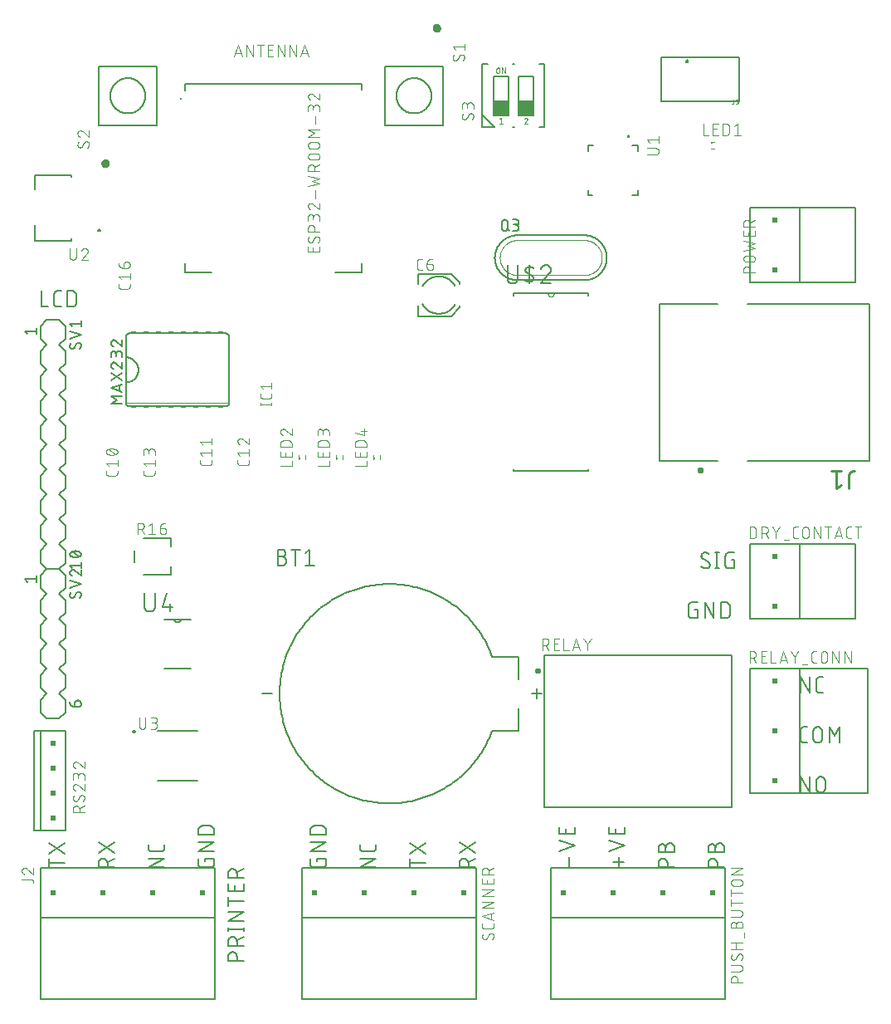
<source format=gbr>
G04 EAGLE Gerber RS-274X export*
G75*
%MOMM*%
%FSLAX34Y34*%
%LPD*%
%INSilkscreen Top*%
%IPPOS*%
%AMOC8*
5,1,8,0,0,1.08239X$1,22.5*%
G01*
%ADD10C,0.152400*%
%ADD11C,0.127000*%
%ADD12C,0.101600*%
%ADD13C,0.203200*%
%ADD14R,0.508000X0.508000*%
%ADD15C,0.300000*%
%ADD16C,0.254000*%
%ADD17C,0.130000*%
%ADD18C,0.050800*%
%ADD19R,0.250000X0.225000*%
%ADD20R,0.225000X0.250000*%
%ADD21R,0.508000X0.127000*%
%ADD22C,0.400000*%
%ADD23R,1.500000X1.500000*%
%ADD24C,0.184388*%
%ADD25C,0.000000*%
%ADD26C,0.200000*%


D10*
X89662Y728218D02*
X89662Y711962D01*
X96887Y711962D01*
X106231Y711962D02*
X109844Y711962D01*
X106231Y711962D02*
X106113Y711964D01*
X105995Y711970D01*
X105877Y711979D01*
X105760Y711993D01*
X105643Y712010D01*
X105526Y712031D01*
X105411Y712056D01*
X105296Y712085D01*
X105182Y712118D01*
X105070Y712154D01*
X104959Y712194D01*
X104849Y712237D01*
X104740Y712284D01*
X104633Y712334D01*
X104528Y712389D01*
X104425Y712446D01*
X104324Y712507D01*
X104224Y712571D01*
X104127Y712638D01*
X104032Y712708D01*
X103940Y712782D01*
X103849Y712858D01*
X103762Y712938D01*
X103677Y713020D01*
X103595Y713105D01*
X103515Y713192D01*
X103439Y713283D01*
X103365Y713375D01*
X103295Y713470D01*
X103228Y713567D01*
X103164Y713667D01*
X103103Y713768D01*
X103046Y713871D01*
X102991Y713976D01*
X102941Y714083D01*
X102894Y714192D01*
X102851Y714302D01*
X102811Y714413D01*
X102775Y714525D01*
X102742Y714639D01*
X102713Y714754D01*
X102688Y714869D01*
X102667Y714986D01*
X102650Y715103D01*
X102636Y715220D01*
X102627Y715338D01*
X102621Y715456D01*
X102619Y715574D01*
X102619Y724606D01*
X102621Y724724D01*
X102627Y724842D01*
X102636Y724960D01*
X102650Y725077D01*
X102667Y725194D01*
X102688Y725311D01*
X102713Y725426D01*
X102742Y725541D01*
X102775Y725655D01*
X102811Y725767D01*
X102851Y725878D01*
X102894Y725988D01*
X102941Y726097D01*
X102991Y726204D01*
X103045Y726309D01*
X103103Y726412D01*
X103164Y726513D01*
X103228Y726613D01*
X103295Y726710D01*
X103365Y726805D01*
X103439Y726897D01*
X103515Y726988D01*
X103595Y727075D01*
X103677Y727160D01*
X103762Y727242D01*
X103849Y727322D01*
X103940Y727398D01*
X104032Y727472D01*
X104127Y727542D01*
X104224Y727609D01*
X104324Y727673D01*
X104425Y727734D01*
X104528Y727791D01*
X104633Y727845D01*
X104740Y727896D01*
X104849Y727943D01*
X104959Y727986D01*
X105070Y728026D01*
X105182Y728062D01*
X105296Y728095D01*
X105411Y728124D01*
X105526Y728149D01*
X105643Y728170D01*
X105760Y728187D01*
X105877Y728201D01*
X105995Y728210D01*
X106113Y728216D01*
X106231Y728218D01*
X109844Y728218D01*
X116205Y728218D02*
X116205Y711962D01*
X116205Y728218D02*
X120721Y728218D01*
X120852Y728216D01*
X120984Y728210D01*
X121115Y728201D01*
X121245Y728187D01*
X121376Y728170D01*
X121505Y728149D01*
X121634Y728125D01*
X121762Y728096D01*
X121890Y728064D01*
X122016Y728028D01*
X122141Y727989D01*
X122266Y727946D01*
X122388Y727899D01*
X122510Y727849D01*
X122630Y727795D01*
X122748Y727738D01*
X122864Y727677D01*
X122979Y727613D01*
X123092Y727546D01*
X123203Y727475D01*
X123311Y727401D01*
X123418Y727324D01*
X123522Y727244D01*
X123624Y727161D01*
X123723Y727076D01*
X123820Y726987D01*
X123914Y726895D01*
X124006Y726801D01*
X124095Y726704D01*
X124180Y726605D01*
X124263Y726503D01*
X124343Y726399D01*
X124420Y726292D01*
X124494Y726184D01*
X124565Y726073D01*
X124632Y725960D01*
X124696Y725845D01*
X124757Y725729D01*
X124814Y725611D01*
X124868Y725491D01*
X124918Y725369D01*
X124965Y725247D01*
X125008Y725122D01*
X125047Y724997D01*
X125083Y724871D01*
X125115Y724743D01*
X125144Y724615D01*
X125168Y724486D01*
X125189Y724357D01*
X125206Y724226D01*
X125220Y724096D01*
X125229Y723965D01*
X125235Y723833D01*
X125237Y723702D01*
X125236Y723702D02*
X125236Y716478D01*
X125237Y716478D02*
X125235Y716347D01*
X125229Y716215D01*
X125220Y716084D01*
X125206Y715954D01*
X125189Y715823D01*
X125168Y715694D01*
X125144Y715565D01*
X125115Y715437D01*
X125083Y715309D01*
X125047Y715183D01*
X125008Y715058D01*
X124965Y714933D01*
X124918Y714811D01*
X124868Y714689D01*
X124814Y714569D01*
X124757Y714451D01*
X124696Y714335D01*
X124632Y714220D01*
X124565Y714107D01*
X124494Y713996D01*
X124420Y713888D01*
X124343Y713781D01*
X124263Y713677D01*
X124180Y713575D01*
X124095Y713476D01*
X124006Y713379D01*
X123914Y713285D01*
X123820Y713193D01*
X123723Y713104D01*
X123624Y713019D01*
X123522Y712936D01*
X123418Y712856D01*
X123311Y712779D01*
X123203Y712705D01*
X123092Y712634D01*
X122979Y712567D01*
X122864Y712503D01*
X122748Y712442D01*
X122630Y712385D01*
X122510Y712331D01*
X122388Y712281D01*
X122266Y712234D01*
X122141Y712191D01*
X122016Y712152D01*
X121890Y712116D01*
X121762Y712084D01*
X121634Y712055D01*
X121505Y712031D01*
X121375Y712010D01*
X121245Y711993D01*
X121115Y711979D01*
X120984Y711970D01*
X120852Y711964D01*
X120721Y711962D01*
X116205Y711962D01*
X113538Y144978D02*
X97282Y144978D01*
X97282Y149493D02*
X97282Y140462D01*
X113538Y154148D02*
X97282Y164985D01*
X97282Y154148D02*
X113538Y164985D01*
X148082Y140462D02*
X164338Y140462D01*
X148082Y140462D02*
X148082Y144978D01*
X148084Y145111D01*
X148090Y145243D01*
X148100Y145375D01*
X148113Y145507D01*
X148131Y145639D01*
X148152Y145769D01*
X148177Y145900D01*
X148206Y146029D01*
X148239Y146157D01*
X148275Y146285D01*
X148315Y146411D01*
X148359Y146536D01*
X148407Y146660D01*
X148458Y146782D01*
X148513Y146903D01*
X148571Y147022D01*
X148633Y147140D01*
X148698Y147255D01*
X148767Y147369D01*
X148838Y147480D01*
X148914Y147589D01*
X148992Y147696D01*
X149073Y147801D01*
X149158Y147903D01*
X149245Y148003D01*
X149335Y148100D01*
X149428Y148195D01*
X149524Y148286D01*
X149622Y148375D01*
X149723Y148461D01*
X149827Y148544D01*
X149933Y148624D01*
X150041Y148700D01*
X150151Y148774D01*
X150264Y148844D01*
X150378Y148911D01*
X150495Y148974D01*
X150613Y149034D01*
X150733Y149091D01*
X150855Y149144D01*
X150978Y149193D01*
X151102Y149239D01*
X151228Y149281D01*
X151355Y149319D01*
X151483Y149354D01*
X151612Y149385D01*
X151741Y149412D01*
X151872Y149435D01*
X152003Y149455D01*
X152135Y149470D01*
X152267Y149482D01*
X152399Y149490D01*
X152532Y149494D01*
X152664Y149494D01*
X152797Y149490D01*
X152929Y149482D01*
X153061Y149470D01*
X153193Y149455D01*
X153324Y149435D01*
X153455Y149412D01*
X153584Y149385D01*
X153713Y149354D01*
X153841Y149319D01*
X153968Y149281D01*
X154094Y149239D01*
X154218Y149193D01*
X154341Y149144D01*
X154463Y149091D01*
X154583Y149034D01*
X154701Y148974D01*
X154818Y148911D01*
X154932Y148844D01*
X155045Y148774D01*
X155155Y148700D01*
X155263Y148624D01*
X155369Y148544D01*
X155473Y148461D01*
X155574Y148375D01*
X155672Y148286D01*
X155768Y148195D01*
X155861Y148100D01*
X155951Y148003D01*
X156038Y147903D01*
X156123Y147801D01*
X156204Y147696D01*
X156282Y147589D01*
X156358Y147480D01*
X156429Y147369D01*
X156498Y147255D01*
X156563Y147140D01*
X156625Y147022D01*
X156683Y146903D01*
X156738Y146782D01*
X156789Y146660D01*
X156837Y146536D01*
X156881Y146411D01*
X156921Y146285D01*
X156957Y146157D01*
X156990Y146029D01*
X157019Y145900D01*
X157044Y145769D01*
X157065Y145639D01*
X157083Y145507D01*
X157096Y145375D01*
X157106Y145243D01*
X157112Y145111D01*
X157114Y144978D01*
X157113Y144978D02*
X157113Y140462D01*
X157113Y145881D02*
X164338Y149493D01*
X164338Y155099D02*
X148082Y165936D01*
X148082Y155099D02*
X164338Y165936D01*
X198882Y140462D02*
X215138Y140462D01*
X215138Y149493D02*
X198882Y140462D01*
X198882Y149493D02*
X215138Y149493D01*
X215138Y160187D02*
X215138Y163800D01*
X215138Y160187D02*
X215136Y160069D01*
X215130Y159951D01*
X215121Y159833D01*
X215107Y159716D01*
X215090Y159599D01*
X215069Y159482D01*
X215044Y159367D01*
X215015Y159252D01*
X214982Y159138D01*
X214946Y159026D01*
X214906Y158915D01*
X214863Y158805D01*
X214816Y158696D01*
X214766Y158589D01*
X214711Y158484D01*
X214654Y158381D01*
X214593Y158280D01*
X214529Y158180D01*
X214462Y158083D01*
X214392Y157988D01*
X214318Y157896D01*
X214242Y157805D01*
X214162Y157718D01*
X214080Y157633D01*
X213995Y157551D01*
X213908Y157471D01*
X213817Y157395D01*
X213725Y157321D01*
X213630Y157251D01*
X213533Y157184D01*
X213433Y157120D01*
X213332Y157059D01*
X213229Y157002D01*
X213124Y156947D01*
X213017Y156897D01*
X212908Y156850D01*
X212798Y156807D01*
X212687Y156767D01*
X212575Y156731D01*
X212461Y156698D01*
X212346Y156669D01*
X212231Y156644D01*
X212114Y156623D01*
X211997Y156606D01*
X211880Y156592D01*
X211762Y156583D01*
X211644Y156577D01*
X211526Y156575D01*
X202494Y156575D01*
X202494Y156574D02*
X202376Y156576D01*
X202258Y156582D01*
X202140Y156591D01*
X202022Y156605D01*
X201905Y156622D01*
X201789Y156643D01*
X201674Y156668D01*
X201559Y156697D01*
X201445Y156730D01*
X201333Y156766D01*
X201221Y156806D01*
X201111Y156849D01*
X201003Y156896D01*
X200896Y156947D01*
X200791Y157001D01*
X200688Y157058D01*
X200586Y157119D01*
X200487Y157183D01*
X200390Y157250D01*
X200295Y157321D01*
X200202Y157394D01*
X200112Y157471D01*
X200024Y157550D01*
X199939Y157632D01*
X199857Y157717D01*
X199778Y157805D01*
X199701Y157895D01*
X199628Y157988D01*
X199557Y158082D01*
X199490Y158180D01*
X199426Y158279D01*
X199365Y158380D01*
X199308Y158484D01*
X199254Y158589D01*
X199203Y158696D01*
X199156Y158804D01*
X199113Y158914D01*
X199073Y159026D01*
X199037Y159138D01*
X199004Y159252D01*
X198975Y159367D01*
X198950Y159482D01*
X198929Y159598D01*
X198912Y159715D01*
X198898Y159833D01*
X198889Y159951D01*
X198883Y160069D01*
X198881Y160187D01*
X198882Y160187D02*
X198882Y163800D01*
X256907Y149493D02*
X256907Y146784D01*
X256907Y149493D02*
X265938Y149493D01*
X265938Y144074D01*
X265936Y143956D01*
X265930Y143838D01*
X265921Y143720D01*
X265907Y143603D01*
X265890Y143486D01*
X265869Y143369D01*
X265844Y143254D01*
X265815Y143139D01*
X265782Y143025D01*
X265746Y142913D01*
X265706Y142802D01*
X265663Y142692D01*
X265616Y142583D01*
X265566Y142476D01*
X265511Y142371D01*
X265454Y142268D01*
X265393Y142167D01*
X265329Y142067D01*
X265262Y141970D01*
X265192Y141875D01*
X265118Y141783D01*
X265042Y141692D01*
X264962Y141605D01*
X264880Y141520D01*
X264795Y141438D01*
X264708Y141358D01*
X264617Y141282D01*
X264525Y141208D01*
X264430Y141138D01*
X264333Y141071D01*
X264233Y141007D01*
X264132Y140946D01*
X264029Y140889D01*
X263924Y140834D01*
X263817Y140784D01*
X263708Y140737D01*
X263598Y140694D01*
X263487Y140654D01*
X263375Y140618D01*
X263261Y140585D01*
X263146Y140556D01*
X263031Y140531D01*
X262914Y140510D01*
X262797Y140493D01*
X262680Y140479D01*
X262562Y140470D01*
X262444Y140464D01*
X262326Y140462D01*
X253294Y140462D01*
X253176Y140464D01*
X253058Y140470D01*
X252940Y140479D01*
X252822Y140493D01*
X252705Y140510D01*
X252589Y140531D01*
X252474Y140556D01*
X252359Y140585D01*
X252245Y140618D01*
X252133Y140654D01*
X252021Y140694D01*
X251911Y140737D01*
X251803Y140784D01*
X251696Y140835D01*
X251591Y140889D01*
X251488Y140946D01*
X251386Y141007D01*
X251287Y141071D01*
X251190Y141138D01*
X251095Y141209D01*
X251002Y141282D01*
X250912Y141359D01*
X250824Y141438D01*
X250739Y141520D01*
X250657Y141605D01*
X250578Y141693D01*
X250501Y141783D01*
X250428Y141876D01*
X250357Y141970D01*
X250290Y142068D01*
X250226Y142167D01*
X250165Y142268D01*
X250108Y142372D01*
X250054Y142477D01*
X250003Y142584D01*
X249956Y142692D01*
X249913Y142802D01*
X249873Y142914D01*
X249837Y143026D01*
X249804Y143140D01*
X249775Y143255D01*
X249750Y143370D01*
X249729Y143486D01*
X249712Y143603D01*
X249698Y143721D01*
X249689Y143839D01*
X249683Y143957D01*
X249681Y144075D01*
X249682Y144074D02*
X249682Y149493D01*
X249682Y157135D02*
X265938Y157135D01*
X265938Y166166D02*
X249682Y157135D01*
X249682Y166166D02*
X265938Y166166D01*
X265938Y173809D02*
X249682Y173809D01*
X249682Y178324D01*
X249684Y178455D01*
X249690Y178587D01*
X249699Y178718D01*
X249713Y178848D01*
X249730Y178979D01*
X249751Y179108D01*
X249775Y179237D01*
X249804Y179365D01*
X249836Y179493D01*
X249872Y179619D01*
X249911Y179744D01*
X249954Y179869D01*
X250001Y179991D01*
X250051Y180113D01*
X250105Y180233D01*
X250162Y180351D01*
X250223Y180467D01*
X250287Y180582D01*
X250354Y180695D01*
X250425Y180806D01*
X250499Y180914D01*
X250576Y181021D01*
X250656Y181125D01*
X250739Y181227D01*
X250824Y181326D01*
X250913Y181423D01*
X251005Y181517D01*
X251099Y181609D01*
X251196Y181698D01*
X251295Y181783D01*
X251397Y181866D01*
X251501Y181946D01*
X251608Y182023D01*
X251716Y182097D01*
X251827Y182168D01*
X251940Y182235D01*
X252055Y182299D01*
X252171Y182360D01*
X252289Y182417D01*
X252409Y182471D01*
X252531Y182521D01*
X252653Y182568D01*
X252778Y182611D01*
X252903Y182650D01*
X253029Y182686D01*
X253157Y182718D01*
X253285Y182747D01*
X253414Y182771D01*
X253543Y182792D01*
X253674Y182809D01*
X253804Y182823D01*
X253935Y182832D01*
X254067Y182838D01*
X254198Y182840D01*
X261422Y182840D01*
X261553Y182838D01*
X261685Y182832D01*
X261816Y182823D01*
X261946Y182809D01*
X262077Y182792D01*
X262206Y182771D01*
X262335Y182747D01*
X262463Y182718D01*
X262591Y182686D01*
X262717Y182650D01*
X262842Y182611D01*
X262967Y182568D01*
X263089Y182521D01*
X263211Y182471D01*
X263331Y182417D01*
X263449Y182360D01*
X263565Y182299D01*
X263680Y182235D01*
X263793Y182168D01*
X263904Y182097D01*
X264012Y182023D01*
X264119Y181946D01*
X264223Y181866D01*
X264325Y181783D01*
X264424Y181698D01*
X264521Y181609D01*
X264615Y181517D01*
X264707Y181423D01*
X264796Y181326D01*
X264881Y181227D01*
X264964Y181125D01*
X265044Y181021D01*
X265121Y180914D01*
X265195Y180806D01*
X265266Y180695D01*
X265333Y180582D01*
X265397Y180467D01*
X265458Y180351D01*
X265515Y180233D01*
X265569Y180113D01*
X265619Y179991D01*
X265666Y179869D01*
X265709Y179744D01*
X265748Y179619D01*
X265784Y179493D01*
X265816Y179365D01*
X265845Y179237D01*
X265869Y179108D01*
X265890Y178978D01*
X265907Y178848D01*
X265921Y178718D01*
X265930Y178587D01*
X265936Y178455D01*
X265938Y178324D01*
X265938Y173809D01*
X280162Y45097D02*
X296418Y45097D01*
X280162Y45097D02*
X280162Y49612D01*
X280164Y49745D01*
X280170Y49877D01*
X280180Y50009D01*
X280193Y50141D01*
X280211Y50273D01*
X280232Y50403D01*
X280257Y50534D01*
X280286Y50663D01*
X280319Y50791D01*
X280355Y50919D01*
X280395Y51045D01*
X280439Y51170D01*
X280487Y51294D01*
X280538Y51416D01*
X280593Y51537D01*
X280651Y51656D01*
X280713Y51774D01*
X280778Y51889D01*
X280847Y52003D01*
X280918Y52114D01*
X280994Y52223D01*
X281072Y52330D01*
X281153Y52435D01*
X281238Y52537D01*
X281325Y52637D01*
X281415Y52734D01*
X281508Y52829D01*
X281604Y52920D01*
X281702Y53009D01*
X281803Y53095D01*
X281907Y53178D01*
X282013Y53258D01*
X282121Y53334D01*
X282231Y53408D01*
X282344Y53478D01*
X282458Y53545D01*
X282575Y53608D01*
X282693Y53668D01*
X282813Y53725D01*
X282935Y53778D01*
X283058Y53827D01*
X283182Y53873D01*
X283308Y53915D01*
X283435Y53953D01*
X283563Y53988D01*
X283692Y54019D01*
X283821Y54046D01*
X283952Y54069D01*
X284083Y54089D01*
X284215Y54104D01*
X284347Y54116D01*
X284479Y54124D01*
X284612Y54128D01*
X284744Y54128D01*
X284877Y54124D01*
X285009Y54116D01*
X285141Y54104D01*
X285273Y54089D01*
X285404Y54069D01*
X285535Y54046D01*
X285664Y54019D01*
X285793Y53988D01*
X285921Y53953D01*
X286048Y53915D01*
X286174Y53873D01*
X286298Y53827D01*
X286421Y53778D01*
X286543Y53725D01*
X286663Y53668D01*
X286781Y53608D01*
X286898Y53545D01*
X287012Y53478D01*
X287125Y53408D01*
X287235Y53334D01*
X287343Y53258D01*
X287449Y53178D01*
X287553Y53095D01*
X287654Y53009D01*
X287752Y52920D01*
X287848Y52829D01*
X287941Y52734D01*
X288031Y52637D01*
X288118Y52537D01*
X288203Y52435D01*
X288284Y52330D01*
X288362Y52223D01*
X288438Y52114D01*
X288509Y52003D01*
X288578Y51889D01*
X288643Y51774D01*
X288705Y51656D01*
X288763Y51537D01*
X288818Y51416D01*
X288869Y51294D01*
X288917Y51170D01*
X288961Y51045D01*
X289001Y50919D01*
X289037Y50791D01*
X289070Y50663D01*
X289099Y50534D01*
X289124Y50403D01*
X289145Y50273D01*
X289163Y50141D01*
X289176Y50009D01*
X289186Y49877D01*
X289192Y49745D01*
X289194Y49612D01*
X289193Y49612D02*
X289193Y45097D01*
X296418Y60608D02*
X280162Y60608D01*
X280162Y65124D01*
X280164Y65257D01*
X280170Y65389D01*
X280180Y65521D01*
X280193Y65653D01*
X280211Y65785D01*
X280232Y65915D01*
X280257Y66046D01*
X280286Y66175D01*
X280319Y66303D01*
X280355Y66431D01*
X280395Y66557D01*
X280439Y66682D01*
X280487Y66806D01*
X280538Y66928D01*
X280593Y67049D01*
X280651Y67168D01*
X280713Y67286D01*
X280778Y67401D01*
X280847Y67515D01*
X280918Y67626D01*
X280994Y67735D01*
X281072Y67842D01*
X281153Y67947D01*
X281238Y68049D01*
X281325Y68149D01*
X281415Y68246D01*
X281508Y68341D01*
X281604Y68432D01*
X281702Y68521D01*
X281803Y68607D01*
X281907Y68690D01*
X282013Y68770D01*
X282121Y68846D01*
X282231Y68920D01*
X282344Y68990D01*
X282458Y69057D01*
X282575Y69120D01*
X282693Y69180D01*
X282813Y69237D01*
X282935Y69290D01*
X283058Y69339D01*
X283182Y69385D01*
X283308Y69427D01*
X283435Y69465D01*
X283563Y69500D01*
X283692Y69531D01*
X283821Y69558D01*
X283952Y69581D01*
X284083Y69601D01*
X284215Y69616D01*
X284347Y69628D01*
X284479Y69636D01*
X284612Y69640D01*
X284744Y69640D01*
X284877Y69636D01*
X285009Y69628D01*
X285141Y69616D01*
X285273Y69601D01*
X285404Y69581D01*
X285535Y69558D01*
X285664Y69531D01*
X285793Y69500D01*
X285921Y69465D01*
X286048Y69427D01*
X286174Y69385D01*
X286298Y69339D01*
X286421Y69290D01*
X286543Y69237D01*
X286663Y69180D01*
X286781Y69120D01*
X286898Y69057D01*
X287012Y68990D01*
X287125Y68920D01*
X287235Y68846D01*
X287343Y68770D01*
X287449Y68690D01*
X287553Y68607D01*
X287654Y68521D01*
X287752Y68432D01*
X287848Y68341D01*
X287941Y68246D01*
X288031Y68149D01*
X288118Y68049D01*
X288203Y67947D01*
X288284Y67842D01*
X288362Y67735D01*
X288438Y67626D01*
X288509Y67515D01*
X288578Y67401D01*
X288643Y67286D01*
X288705Y67168D01*
X288763Y67049D01*
X288818Y66928D01*
X288869Y66806D01*
X288917Y66682D01*
X288961Y66557D01*
X289001Y66431D01*
X289037Y66303D01*
X289070Y66175D01*
X289099Y66046D01*
X289124Y65915D01*
X289145Y65785D01*
X289163Y65653D01*
X289176Y65521D01*
X289186Y65389D01*
X289192Y65257D01*
X289194Y65124D01*
X289193Y65124D02*
X289193Y60608D01*
X289193Y66027D02*
X296418Y69640D01*
X296418Y77537D02*
X280162Y77537D01*
X296418Y75731D02*
X296418Y79344D01*
X280162Y79344D02*
X280162Y75731D01*
X280162Y86048D02*
X296418Y86048D01*
X296418Y95079D02*
X280162Y86048D01*
X280162Y95079D02*
X296418Y95079D01*
X296418Y105674D02*
X280162Y105674D01*
X280162Y110189D02*
X280162Y101158D01*
X296418Y116298D02*
X296418Y123523D01*
X296418Y116298D02*
X280162Y116298D01*
X280162Y123523D01*
X287387Y121717D02*
X287387Y116298D01*
X280162Y129907D02*
X296418Y129907D01*
X280162Y129907D02*
X280162Y134422D01*
X280164Y134555D01*
X280170Y134687D01*
X280180Y134819D01*
X280193Y134951D01*
X280211Y135083D01*
X280232Y135213D01*
X280257Y135344D01*
X280286Y135473D01*
X280319Y135601D01*
X280355Y135729D01*
X280395Y135855D01*
X280439Y135980D01*
X280487Y136104D01*
X280538Y136226D01*
X280593Y136347D01*
X280651Y136466D01*
X280713Y136584D01*
X280778Y136699D01*
X280847Y136813D01*
X280918Y136924D01*
X280994Y137033D01*
X281072Y137140D01*
X281153Y137245D01*
X281238Y137347D01*
X281325Y137447D01*
X281415Y137544D01*
X281508Y137639D01*
X281604Y137730D01*
X281702Y137819D01*
X281803Y137905D01*
X281907Y137988D01*
X282013Y138068D01*
X282121Y138144D01*
X282231Y138218D01*
X282344Y138288D01*
X282458Y138355D01*
X282575Y138418D01*
X282693Y138478D01*
X282813Y138535D01*
X282935Y138588D01*
X283058Y138637D01*
X283182Y138683D01*
X283308Y138725D01*
X283435Y138763D01*
X283563Y138798D01*
X283692Y138829D01*
X283821Y138856D01*
X283952Y138879D01*
X284083Y138899D01*
X284215Y138914D01*
X284347Y138926D01*
X284479Y138934D01*
X284612Y138938D01*
X284744Y138938D01*
X284877Y138934D01*
X285009Y138926D01*
X285141Y138914D01*
X285273Y138899D01*
X285404Y138879D01*
X285535Y138856D01*
X285664Y138829D01*
X285793Y138798D01*
X285921Y138763D01*
X286048Y138725D01*
X286174Y138683D01*
X286298Y138637D01*
X286421Y138588D01*
X286543Y138535D01*
X286663Y138478D01*
X286781Y138418D01*
X286898Y138355D01*
X287012Y138288D01*
X287125Y138218D01*
X287235Y138144D01*
X287343Y138068D01*
X287449Y137988D01*
X287553Y137905D01*
X287654Y137819D01*
X287752Y137730D01*
X287848Y137639D01*
X287941Y137544D01*
X288031Y137447D01*
X288118Y137347D01*
X288203Y137245D01*
X288284Y137140D01*
X288362Y137033D01*
X288438Y136924D01*
X288509Y136813D01*
X288578Y136699D01*
X288643Y136584D01*
X288705Y136466D01*
X288763Y136347D01*
X288818Y136226D01*
X288869Y136104D01*
X288917Y135980D01*
X288961Y135855D01*
X289001Y135729D01*
X289037Y135601D01*
X289070Y135473D01*
X289099Y135344D01*
X289124Y135213D01*
X289145Y135083D01*
X289163Y134951D01*
X289176Y134819D01*
X289186Y134687D01*
X289192Y134555D01*
X289194Y134422D01*
X289193Y134422D02*
X289193Y129907D01*
X289193Y135326D02*
X296418Y138938D01*
X465582Y144978D02*
X481838Y144978D01*
X465582Y140462D02*
X465582Y149493D01*
X465582Y164985D02*
X481838Y154148D01*
X481838Y164985D02*
X465582Y154148D01*
X516382Y140462D02*
X532638Y140462D01*
X516382Y140462D02*
X516382Y144978D01*
X516384Y145111D01*
X516390Y145243D01*
X516400Y145375D01*
X516413Y145507D01*
X516431Y145639D01*
X516452Y145769D01*
X516477Y145900D01*
X516506Y146029D01*
X516539Y146157D01*
X516575Y146285D01*
X516615Y146411D01*
X516659Y146536D01*
X516707Y146660D01*
X516758Y146782D01*
X516813Y146903D01*
X516871Y147022D01*
X516933Y147140D01*
X516998Y147255D01*
X517067Y147369D01*
X517138Y147480D01*
X517214Y147589D01*
X517292Y147696D01*
X517373Y147801D01*
X517458Y147903D01*
X517545Y148003D01*
X517635Y148100D01*
X517728Y148195D01*
X517824Y148286D01*
X517922Y148375D01*
X518023Y148461D01*
X518127Y148544D01*
X518233Y148624D01*
X518341Y148700D01*
X518451Y148774D01*
X518564Y148844D01*
X518678Y148911D01*
X518795Y148974D01*
X518913Y149034D01*
X519033Y149091D01*
X519155Y149144D01*
X519278Y149193D01*
X519402Y149239D01*
X519528Y149281D01*
X519655Y149319D01*
X519783Y149354D01*
X519912Y149385D01*
X520041Y149412D01*
X520172Y149435D01*
X520303Y149455D01*
X520435Y149470D01*
X520567Y149482D01*
X520699Y149490D01*
X520832Y149494D01*
X520964Y149494D01*
X521097Y149490D01*
X521229Y149482D01*
X521361Y149470D01*
X521493Y149455D01*
X521624Y149435D01*
X521755Y149412D01*
X521884Y149385D01*
X522013Y149354D01*
X522141Y149319D01*
X522268Y149281D01*
X522394Y149239D01*
X522518Y149193D01*
X522641Y149144D01*
X522763Y149091D01*
X522883Y149034D01*
X523001Y148974D01*
X523118Y148911D01*
X523232Y148844D01*
X523345Y148774D01*
X523455Y148700D01*
X523563Y148624D01*
X523669Y148544D01*
X523773Y148461D01*
X523874Y148375D01*
X523972Y148286D01*
X524068Y148195D01*
X524161Y148100D01*
X524251Y148003D01*
X524338Y147903D01*
X524423Y147801D01*
X524504Y147696D01*
X524582Y147589D01*
X524658Y147480D01*
X524729Y147369D01*
X524798Y147255D01*
X524863Y147140D01*
X524925Y147022D01*
X524983Y146903D01*
X525038Y146782D01*
X525089Y146660D01*
X525137Y146536D01*
X525181Y146411D01*
X525221Y146285D01*
X525257Y146157D01*
X525290Y146029D01*
X525319Y145900D01*
X525344Y145769D01*
X525365Y145639D01*
X525383Y145507D01*
X525396Y145375D01*
X525406Y145243D01*
X525412Y145111D01*
X525414Y144978D01*
X525413Y144978D02*
X525413Y140462D01*
X525413Y145881D02*
X532638Y149493D01*
X532638Y155099D02*
X516382Y165936D01*
X516382Y155099D02*
X532638Y165936D01*
X431038Y140462D02*
X414782Y140462D01*
X431038Y149493D01*
X414782Y149493D01*
X431038Y160187D02*
X431038Y163800D01*
X431038Y160187D02*
X431036Y160069D01*
X431030Y159951D01*
X431021Y159833D01*
X431007Y159716D01*
X430990Y159599D01*
X430969Y159482D01*
X430944Y159367D01*
X430915Y159252D01*
X430882Y159138D01*
X430846Y159026D01*
X430806Y158915D01*
X430763Y158805D01*
X430716Y158696D01*
X430666Y158589D01*
X430611Y158484D01*
X430554Y158381D01*
X430493Y158280D01*
X430429Y158180D01*
X430362Y158083D01*
X430292Y157988D01*
X430218Y157896D01*
X430142Y157805D01*
X430062Y157718D01*
X429980Y157633D01*
X429895Y157551D01*
X429808Y157471D01*
X429717Y157395D01*
X429625Y157321D01*
X429530Y157251D01*
X429433Y157184D01*
X429333Y157120D01*
X429232Y157059D01*
X429129Y157002D01*
X429024Y156947D01*
X428917Y156897D01*
X428808Y156850D01*
X428698Y156807D01*
X428587Y156767D01*
X428475Y156731D01*
X428361Y156698D01*
X428246Y156669D01*
X428131Y156644D01*
X428014Y156623D01*
X427897Y156606D01*
X427780Y156592D01*
X427662Y156583D01*
X427544Y156577D01*
X427426Y156575D01*
X418394Y156575D01*
X418394Y156574D02*
X418276Y156576D01*
X418158Y156582D01*
X418040Y156591D01*
X417922Y156605D01*
X417805Y156622D01*
X417689Y156643D01*
X417574Y156668D01*
X417459Y156697D01*
X417345Y156730D01*
X417233Y156766D01*
X417121Y156806D01*
X417011Y156849D01*
X416903Y156896D01*
X416796Y156947D01*
X416691Y157001D01*
X416588Y157058D01*
X416486Y157119D01*
X416387Y157183D01*
X416290Y157250D01*
X416195Y157321D01*
X416102Y157394D01*
X416012Y157471D01*
X415924Y157550D01*
X415839Y157632D01*
X415757Y157717D01*
X415678Y157805D01*
X415601Y157895D01*
X415528Y157988D01*
X415457Y158082D01*
X415390Y158180D01*
X415326Y158279D01*
X415265Y158380D01*
X415208Y158484D01*
X415154Y158589D01*
X415103Y158696D01*
X415056Y158804D01*
X415013Y158914D01*
X414973Y159026D01*
X414937Y159138D01*
X414904Y159252D01*
X414875Y159367D01*
X414850Y159482D01*
X414829Y159598D01*
X414812Y159715D01*
X414798Y159833D01*
X414789Y159951D01*
X414783Y160069D01*
X414781Y160187D01*
X414782Y160187D02*
X414782Y163800D01*
X371207Y149493D02*
X371207Y146784D01*
X371207Y149493D02*
X380238Y149493D01*
X380238Y144074D01*
X380236Y143956D01*
X380230Y143838D01*
X380221Y143720D01*
X380207Y143603D01*
X380190Y143486D01*
X380169Y143369D01*
X380144Y143254D01*
X380115Y143139D01*
X380082Y143025D01*
X380046Y142913D01*
X380006Y142802D01*
X379963Y142692D01*
X379916Y142583D01*
X379866Y142476D01*
X379811Y142371D01*
X379754Y142268D01*
X379693Y142167D01*
X379629Y142067D01*
X379562Y141970D01*
X379492Y141875D01*
X379418Y141783D01*
X379342Y141692D01*
X379262Y141605D01*
X379180Y141520D01*
X379095Y141438D01*
X379008Y141358D01*
X378917Y141282D01*
X378825Y141208D01*
X378730Y141138D01*
X378633Y141071D01*
X378533Y141007D01*
X378432Y140946D01*
X378329Y140889D01*
X378224Y140834D01*
X378117Y140784D01*
X378008Y140737D01*
X377898Y140694D01*
X377787Y140654D01*
X377675Y140618D01*
X377561Y140585D01*
X377446Y140556D01*
X377331Y140531D01*
X377214Y140510D01*
X377097Y140493D01*
X376980Y140479D01*
X376862Y140470D01*
X376744Y140464D01*
X376626Y140462D01*
X367594Y140462D01*
X367476Y140464D01*
X367358Y140470D01*
X367240Y140479D01*
X367122Y140493D01*
X367005Y140510D01*
X366889Y140531D01*
X366774Y140556D01*
X366659Y140585D01*
X366545Y140618D01*
X366433Y140654D01*
X366321Y140694D01*
X366211Y140737D01*
X366103Y140784D01*
X365996Y140835D01*
X365891Y140889D01*
X365788Y140946D01*
X365686Y141007D01*
X365587Y141071D01*
X365490Y141138D01*
X365395Y141209D01*
X365302Y141282D01*
X365212Y141359D01*
X365124Y141438D01*
X365039Y141520D01*
X364957Y141605D01*
X364878Y141693D01*
X364801Y141783D01*
X364728Y141876D01*
X364657Y141970D01*
X364590Y142068D01*
X364526Y142167D01*
X364465Y142268D01*
X364408Y142372D01*
X364354Y142477D01*
X364303Y142584D01*
X364256Y142692D01*
X364213Y142802D01*
X364173Y142914D01*
X364137Y143026D01*
X364104Y143140D01*
X364075Y143255D01*
X364050Y143370D01*
X364029Y143486D01*
X364012Y143603D01*
X363998Y143721D01*
X363989Y143839D01*
X363983Y143957D01*
X363981Y144075D01*
X363982Y144074D02*
X363982Y149493D01*
X363982Y157135D02*
X380238Y157135D01*
X380238Y166166D02*
X363982Y157135D01*
X363982Y166166D02*
X380238Y166166D01*
X380238Y173809D02*
X363982Y173809D01*
X363982Y178324D01*
X363984Y178455D01*
X363990Y178587D01*
X363999Y178718D01*
X364013Y178848D01*
X364030Y178979D01*
X364051Y179108D01*
X364075Y179237D01*
X364104Y179365D01*
X364136Y179493D01*
X364172Y179619D01*
X364211Y179744D01*
X364254Y179869D01*
X364301Y179991D01*
X364351Y180113D01*
X364405Y180233D01*
X364462Y180351D01*
X364523Y180467D01*
X364587Y180582D01*
X364654Y180695D01*
X364725Y180806D01*
X364799Y180914D01*
X364876Y181021D01*
X364956Y181125D01*
X365039Y181227D01*
X365124Y181326D01*
X365213Y181423D01*
X365305Y181517D01*
X365399Y181609D01*
X365496Y181698D01*
X365595Y181783D01*
X365697Y181866D01*
X365801Y181946D01*
X365908Y182023D01*
X366016Y182097D01*
X366127Y182168D01*
X366240Y182235D01*
X366355Y182299D01*
X366471Y182360D01*
X366589Y182417D01*
X366709Y182471D01*
X366831Y182521D01*
X366953Y182568D01*
X367078Y182611D01*
X367203Y182650D01*
X367329Y182686D01*
X367457Y182718D01*
X367585Y182747D01*
X367714Y182771D01*
X367843Y182792D01*
X367974Y182809D01*
X368104Y182823D01*
X368235Y182832D01*
X368367Y182838D01*
X368498Y182840D01*
X375722Y182840D01*
X375853Y182838D01*
X375985Y182832D01*
X376116Y182823D01*
X376246Y182809D01*
X376377Y182792D01*
X376506Y182771D01*
X376635Y182747D01*
X376763Y182718D01*
X376891Y182686D01*
X377017Y182650D01*
X377142Y182611D01*
X377267Y182568D01*
X377389Y182521D01*
X377511Y182471D01*
X377631Y182417D01*
X377749Y182360D01*
X377865Y182299D01*
X377980Y182235D01*
X378093Y182168D01*
X378204Y182097D01*
X378312Y182023D01*
X378419Y181946D01*
X378523Y181866D01*
X378625Y181783D01*
X378724Y181698D01*
X378821Y181609D01*
X378915Y181517D01*
X379007Y181423D01*
X379096Y181326D01*
X379181Y181227D01*
X379264Y181125D01*
X379344Y181021D01*
X379421Y180914D01*
X379495Y180806D01*
X379566Y180695D01*
X379633Y180582D01*
X379697Y180467D01*
X379758Y180351D01*
X379815Y180233D01*
X379869Y180113D01*
X379919Y179991D01*
X379966Y179869D01*
X380009Y179744D01*
X380048Y179619D01*
X380084Y179493D01*
X380116Y179365D01*
X380145Y179237D01*
X380169Y179108D01*
X380190Y178978D01*
X380207Y178848D01*
X380221Y178718D01*
X380230Y178587D01*
X380236Y178455D01*
X380238Y178324D01*
X380238Y173809D01*
X627916Y151299D02*
X627916Y140462D01*
X617982Y157135D02*
X634238Y162554D01*
X617982Y167973D01*
X634238Y174221D02*
X634238Y181445D01*
X634238Y174221D02*
X617982Y174221D01*
X617982Y181445D01*
X625207Y179639D02*
X625207Y174221D01*
X678716Y151299D02*
X678716Y140462D01*
X673298Y145881D02*
X684135Y145881D01*
X685038Y162554D02*
X668782Y157135D01*
X668782Y167973D02*
X685038Y162554D01*
X685038Y174221D02*
X685038Y181445D01*
X685038Y174221D02*
X668782Y174221D01*
X668782Y181445D01*
X676007Y179639D02*
X676007Y174221D01*
X719582Y140462D02*
X735838Y140462D01*
X719582Y140462D02*
X719582Y144978D01*
X719584Y145111D01*
X719590Y145243D01*
X719600Y145375D01*
X719613Y145507D01*
X719631Y145639D01*
X719652Y145769D01*
X719677Y145900D01*
X719706Y146029D01*
X719739Y146157D01*
X719775Y146285D01*
X719815Y146411D01*
X719859Y146536D01*
X719907Y146660D01*
X719958Y146782D01*
X720013Y146903D01*
X720071Y147022D01*
X720133Y147140D01*
X720198Y147255D01*
X720267Y147369D01*
X720338Y147480D01*
X720414Y147589D01*
X720492Y147696D01*
X720573Y147801D01*
X720658Y147903D01*
X720745Y148003D01*
X720835Y148100D01*
X720928Y148195D01*
X721024Y148286D01*
X721122Y148375D01*
X721223Y148461D01*
X721327Y148544D01*
X721433Y148624D01*
X721541Y148700D01*
X721651Y148774D01*
X721764Y148844D01*
X721878Y148911D01*
X721995Y148974D01*
X722113Y149034D01*
X722233Y149091D01*
X722355Y149144D01*
X722478Y149193D01*
X722602Y149239D01*
X722728Y149281D01*
X722855Y149319D01*
X722983Y149354D01*
X723112Y149385D01*
X723241Y149412D01*
X723372Y149435D01*
X723503Y149455D01*
X723635Y149470D01*
X723767Y149482D01*
X723899Y149490D01*
X724032Y149494D01*
X724164Y149494D01*
X724297Y149490D01*
X724429Y149482D01*
X724561Y149470D01*
X724693Y149455D01*
X724824Y149435D01*
X724955Y149412D01*
X725084Y149385D01*
X725213Y149354D01*
X725341Y149319D01*
X725468Y149281D01*
X725594Y149239D01*
X725718Y149193D01*
X725841Y149144D01*
X725963Y149091D01*
X726083Y149034D01*
X726201Y148974D01*
X726318Y148911D01*
X726432Y148844D01*
X726545Y148774D01*
X726655Y148700D01*
X726763Y148624D01*
X726869Y148544D01*
X726973Y148461D01*
X727074Y148375D01*
X727172Y148286D01*
X727268Y148195D01*
X727361Y148100D01*
X727451Y148003D01*
X727538Y147903D01*
X727623Y147801D01*
X727704Y147696D01*
X727782Y147589D01*
X727858Y147480D01*
X727929Y147369D01*
X727998Y147255D01*
X728063Y147140D01*
X728125Y147022D01*
X728183Y146903D01*
X728238Y146782D01*
X728289Y146660D01*
X728337Y146536D01*
X728381Y146411D01*
X728421Y146285D01*
X728457Y146157D01*
X728490Y146029D01*
X728519Y145900D01*
X728544Y145769D01*
X728565Y145639D01*
X728583Y145507D01*
X728596Y145375D01*
X728606Y145243D01*
X728612Y145111D01*
X728614Y144978D01*
X728613Y144978D02*
X728613Y140462D01*
X726807Y156093D02*
X726807Y160609D01*
X726806Y160609D02*
X726808Y160742D01*
X726814Y160874D01*
X726824Y161006D01*
X726837Y161138D01*
X726855Y161270D01*
X726876Y161400D01*
X726901Y161531D01*
X726930Y161660D01*
X726963Y161788D01*
X726999Y161916D01*
X727039Y162042D01*
X727083Y162167D01*
X727131Y162291D01*
X727182Y162413D01*
X727237Y162534D01*
X727295Y162653D01*
X727357Y162771D01*
X727422Y162886D01*
X727491Y163000D01*
X727562Y163111D01*
X727638Y163220D01*
X727716Y163327D01*
X727797Y163432D01*
X727882Y163534D01*
X727969Y163634D01*
X728059Y163731D01*
X728152Y163826D01*
X728248Y163917D01*
X728346Y164006D01*
X728447Y164092D01*
X728551Y164175D01*
X728657Y164255D01*
X728765Y164331D01*
X728875Y164405D01*
X728988Y164475D01*
X729102Y164542D01*
X729219Y164605D01*
X729337Y164665D01*
X729457Y164722D01*
X729579Y164775D01*
X729702Y164824D01*
X729826Y164870D01*
X729952Y164912D01*
X730079Y164950D01*
X730207Y164985D01*
X730336Y165016D01*
X730465Y165043D01*
X730596Y165066D01*
X730727Y165086D01*
X730859Y165101D01*
X730991Y165113D01*
X731123Y165121D01*
X731256Y165125D01*
X731388Y165125D01*
X731521Y165121D01*
X731653Y165113D01*
X731785Y165101D01*
X731917Y165086D01*
X732048Y165066D01*
X732179Y165043D01*
X732308Y165016D01*
X732437Y164985D01*
X732565Y164950D01*
X732692Y164912D01*
X732818Y164870D01*
X732942Y164824D01*
X733065Y164775D01*
X733187Y164722D01*
X733307Y164665D01*
X733425Y164605D01*
X733542Y164542D01*
X733656Y164475D01*
X733769Y164405D01*
X733879Y164331D01*
X733987Y164255D01*
X734093Y164175D01*
X734197Y164092D01*
X734298Y164006D01*
X734396Y163917D01*
X734492Y163826D01*
X734585Y163731D01*
X734675Y163634D01*
X734762Y163534D01*
X734847Y163432D01*
X734928Y163327D01*
X735006Y163220D01*
X735082Y163111D01*
X735153Y163000D01*
X735222Y162886D01*
X735287Y162771D01*
X735349Y162653D01*
X735407Y162534D01*
X735462Y162413D01*
X735513Y162291D01*
X735561Y162167D01*
X735605Y162042D01*
X735645Y161916D01*
X735681Y161788D01*
X735714Y161660D01*
X735743Y161531D01*
X735768Y161400D01*
X735789Y161270D01*
X735807Y161138D01*
X735820Y161006D01*
X735830Y160874D01*
X735836Y160742D01*
X735838Y160609D01*
X735838Y156093D01*
X719582Y156093D01*
X719582Y160609D01*
X719584Y160728D01*
X719590Y160848D01*
X719600Y160967D01*
X719614Y161085D01*
X719631Y161204D01*
X719653Y161321D01*
X719678Y161438D01*
X719708Y161553D01*
X719741Y161668D01*
X719778Y161782D01*
X719818Y161894D01*
X719863Y162005D01*
X719911Y162114D01*
X719962Y162222D01*
X720017Y162328D01*
X720076Y162432D01*
X720138Y162534D01*
X720203Y162634D01*
X720272Y162732D01*
X720344Y162828D01*
X720419Y162921D01*
X720496Y163011D01*
X720577Y163099D01*
X720661Y163184D01*
X720748Y163266D01*
X720837Y163346D01*
X720929Y163422D01*
X721023Y163496D01*
X721120Y163566D01*
X721218Y163633D01*
X721319Y163697D01*
X721423Y163757D01*
X721528Y163814D01*
X721635Y163867D01*
X721743Y163917D01*
X721853Y163963D01*
X721965Y164005D01*
X722078Y164044D01*
X722192Y164079D01*
X722307Y164110D01*
X722424Y164138D01*
X722541Y164161D01*
X722658Y164181D01*
X722777Y164197D01*
X722896Y164209D01*
X723015Y164217D01*
X723134Y164221D01*
X723254Y164221D01*
X723373Y164217D01*
X723492Y164209D01*
X723611Y164197D01*
X723730Y164181D01*
X723847Y164161D01*
X723964Y164138D01*
X724081Y164110D01*
X724196Y164079D01*
X724310Y164044D01*
X724423Y164005D01*
X724535Y163963D01*
X724645Y163917D01*
X724753Y163867D01*
X724860Y163814D01*
X724965Y163757D01*
X725069Y163697D01*
X725170Y163633D01*
X725268Y163566D01*
X725365Y163496D01*
X725459Y163422D01*
X725551Y163346D01*
X725640Y163266D01*
X725727Y163184D01*
X725811Y163099D01*
X725892Y163011D01*
X725969Y162921D01*
X726044Y162828D01*
X726116Y162732D01*
X726185Y162634D01*
X726250Y162534D01*
X726312Y162432D01*
X726371Y162328D01*
X726426Y162222D01*
X726477Y162114D01*
X726525Y162005D01*
X726570Y161894D01*
X726610Y161782D01*
X726647Y161668D01*
X726680Y161553D01*
X726710Y161438D01*
X726735Y161321D01*
X726757Y161204D01*
X726774Y161085D01*
X726788Y160967D01*
X726798Y160848D01*
X726804Y160728D01*
X726806Y160609D01*
X770382Y140462D02*
X786638Y140462D01*
X770382Y140462D02*
X770382Y144978D01*
X770384Y145111D01*
X770390Y145243D01*
X770400Y145375D01*
X770413Y145507D01*
X770431Y145639D01*
X770452Y145769D01*
X770477Y145900D01*
X770506Y146029D01*
X770539Y146157D01*
X770575Y146285D01*
X770615Y146411D01*
X770659Y146536D01*
X770707Y146660D01*
X770758Y146782D01*
X770813Y146903D01*
X770871Y147022D01*
X770933Y147140D01*
X770998Y147255D01*
X771067Y147369D01*
X771138Y147480D01*
X771214Y147589D01*
X771292Y147696D01*
X771373Y147801D01*
X771458Y147903D01*
X771545Y148003D01*
X771635Y148100D01*
X771728Y148195D01*
X771824Y148286D01*
X771922Y148375D01*
X772023Y148461D01*
X772127Y148544D01*
X772233Y148624D01*
X772341Y148700D01*
X772451Y148774D01*
X772564Y148844D01*
X772678Y148911D01*
X772795Y148974D01*
X772913Y149034D01*
X773033Y149091D01*
X773155Y149144D01*
X773278Y149193D01*
X773402Y149239D01*
X773528Y149281D01*
X773655Y149319D01*
X773783Y149354D01*
X773912Y149385D01*
X774041Y149412D01*
X774172Y149435D01*
X774303Y149455D01*
X774435Y149470D01*
X774567Y149482D01*
X774699Y149490D01*
X774832Y149494D01*
X774964Y149494D01*
X775097Y149490D01*
X775229Y149482D01*
X775361Y149470D01*
X775493Y149455D01*
X775624Y149435D01*
X775755Y149412D01*
X775884Y149385D01*
X776013Y149354D01*
X776141Y149319D01*
X776268Y149281D01*
X776394Y149239D01*
X776518Y149193D01*
X776641Y149144D01*
X776763Y149091D01*
X776883Y149034D01*
X777001Y148974D01*
X777118Y148911D01*
X777232Y148844D01*
X777345Y148774D01*
X777455Y148700D01*
X777563Y148624D01*
X777669Y148544D01*
X777773Y148461D01*
X777874Y148375D01*
X777972Y148286D01*
X778068Y148195D01*
X778161Y148100D01*
X778251Y148003D01*
X778338Y147903D01*
X778423Y147801D01*
X778504Y147696D01*
X778582Y147589D01*
X778658Y147480D01*
X778729Y147369D01*
X778798Y147255D01*
X778863Y147140D01*
X778925Y147022D01*
X778983Y146903D01*
X779038Y146782D01*
X779089Y146660D01*
X779137Y146536D01*
X779181Y146411D01*
X779221Y146285D01*
X779257Y146157D01*
X779290Y146029D01*
X779319Y145900D01*
X779344Y145769D01*
X779365Y145639D01*
X779383Y145507D01*
X779396Y145375D01*
X779406Y145243D01*
X779412Y145111D01*
X779414Y144978D01*
X779413Y144978D02*
X779413Y140462D01*
X777607Y156093D02*
X777607Y160609D01*
X777606Y160609D02*
X777608Y160742D01*
X777614Y160874D01*
X777624Y161006D01*
X777637Y161138D01*
X777655Y161270D01*
X777676Y161400D01*
X777701Y161531D01*
X777730Y161660D01*
X777763Y161788D01*
X777799Y161916D01*
X777839Y162042D01*
X777883Y162167D01*
X777931Y162291D01*
X777982Y162413D01*
X778037Y162534D01*
X778095Y162653D01*
X778157Y162771D01*
X778222Y162886D01*
X778291Y163000D01*
X778362Y163111D01*
X778438Y163220D01*
X778516Y163327D01*
X778597Y163432D01*
X778682Y163534D01*
X778769Y163634D01*
X778859Y163731D01*
X778952Y163826D01*
X779048Y163917D01*
X779146Y164006D01*
X779247Y164092D01*
X779351Y164175D01*
X779457Y164255D01*
X779565Y164331D01*
X779675Y164405D01*
X779788Y164475D01*
X779902Y164542D01*
X780019Y164605D01*
X780137Y164665D01*
X780257Y164722D01*
X780379Y164775D01*
X780502Y164824D01*
X780626Y164870D01*
X780752Y164912D01*
X780879Y164950D01*
X781007Y164985D01*
X781136Y165016D01*
X781265Y165043D01*
X781396Y165066D01*
X781527Y165086D01*
X781659Y165101D01*
X781791Y165113D01*
X781923Y165121D01*
X782056Y165125D01*
X782188Y165125D01*
X782321Y165121D01*
X782453Y165113D01*
X782585Y165101D01*
X782717Y165086D01*
X782848Y165066D01*
X782979Y165043D01*
X783108Y165016D01*
X783237Y164985D01*
X783365Y164950D01*
X783492Y164912D01*
X783618Y164870D01*
X783742Y164824D01*
X783865Y164775D01*
X783987Y164722D01*
X784107Y164665D01*
X784225Y164605D01*
X784342Y164542D01*
X784456Y164475D01*
X784569Y164405D01*
X784679Y164331D01*
X784787Y164255D01*
X784893Y164175D01*
X784997Y164092D01*
X785098Y164006D01*
X785196Y163917D01*
X785292Y163826D01*
X785385Y163731D01*
X785475Y163634D01*
X785562Y163534D01*
X785647Y163432D01*
X785728Y163327D01*
X785806Y163220D01*
X785882Y163111D01*
X785953Y163000D01*
X786022Y162886D01*
X786087Y162771D01*
X786149Y162653D01*
X786207Y162534D01*
X786262Y162413D01*
X786313Y162291D01*
X786361Y162167D01*
X786405Y162042D01*
X786445Y161916D01*
X786481Y161788D01*
X786514Y161660D01*
X786543Y161531D01*
X786568Y161400D01*
X786589Y161270D01*
X786607Y161138D01*
X786620Y161006D01*
X786630Y160874D01*
X786636Y160742D01*
X786638Y160609D01*
X786638Y156093D01*
X770382Y156093D01*
X770382Y160609D01*
X770384Y160728D01*
X770390Y160848D01*
X770400Y160967D01*
X770414Y161085D01*
X770431Y161204D01*
X770453Y161321D01*
X770478Y161438D01*
X770508Y161553D01*
X770541Y161668D01*
X770578Y161782D01*
X770618Y161894D01*
X770663Y162005D01*
X770711Y162114D01*
X770762Y162222D01*
X770817Y162328D01*
X770876Y162432D01*
X770938Y162534D01*
X771003Y162634D01*
X771072Y162732D01*
X771144Y162828D01*
X771219Y162921D01*
X771296Y163011D01*
X771377Y163099D01*
X771461Y163184D01*
X771548Y163266D01*
X771637Y163346D01*
X771729Y163422D01*
X771823Y163496D01*
X771920Y163566D01*
X772018Y163633D01*
X772119Y163697D01*
X772223Y163757D01*
X772328Y163814D01*
X772435Y163867D01*
X772543Y163917D01*
X772653Y163963D01*
X772765Y164005D01*
X772878Y164044D01*
X772992Y164079D01*
X773107Y164110D01*
X773224Y164138D01*
X773341Y164161D01*
X773458Y164181D01*
X773577Y164197D01*
X773696Y164209D01*
X773815Y164217D01*
X773934Y164221D01*
X774054Y164221D01*
X774173Y164217D01*
X774292Y164209D01*
X774411Y164197D01*
X774530Y164181D01*
X774647Y164161D01*
X774764Y164138D01*
X774881Y164110D01*
X774996Y164079D01*
X775110Y164044D01*
X775223Y164005D01*
X775335Y163963D01*
X775445Y163917D01*
X775553Y163867D01*
X775660Y163814D01*
X775765Y163757D01*
X775869Y163697D01*
X775970Y163633D01*
X776068Y163566D01*
X776165Y163496D01*
X776259Y163422D01*
X776351Y163346D01*
X776440Y163266D01*
X776527Y163184D01*
X776611Y163099D01*
X776692Y163011D01*
X776769Y162921D01*
X776844Y162828D01*
X776916Y162732D01*
X776985Y162634D01*
X777050Y162534D01*
X777112Y162432D01*
X777171Y162328D01*
X777226Y162222D01*
X777277Y162114D01*
X777325Y162005D01*
X777370Y161894D01*
X777410Y161782D01*
X777447Y161668D01*
X777480Y161553D01*
X777510Y161438D01*
X777535Y161321D01*
X777557Y161204D01*
X777574Y161085D01*
X777588Y160967D01*
X777598Y160848D01*
X777604Y160728D01*
X777606Y160609D01*
X864362Y216662D02*
X864362Y232918D01*
X873393Y216662D01*
X873393Y232918D01*
X880514Y228402D02*
X880514Y221178D01*
X880514Y228402D02*
X880516Y228535D01*
X880522Y228667D01*
X880532Y228799D01*
X880545Y228931D01*
X880563Y229063D01*
X880584Y229193D01*
X880609Y229324D01*
X880638Y229453D01*
X880671Y229581D01*
X880707Y229709D01*
X880747Y229835D01*
X880791Y229960D01*
X880839Y230084D01*
X880890Y230206D01*
X880945Y230327D01*
X881003Y230446D01*
X881065Y230564D01*
X881130Y230679D01*
X881199Y230793D01*
X881270Y230904D01*
X881346Y231013D01*
X881424Y231120D01*
X881505Y231225D01*
X881590Y231327D01*
X881677Y231427D01*
X881767Y231524D01*
X881860Y231619D01*
X881956Y231710D01*
X882054Y231799D01*
X882155Y231885D01*
X882259Y231968D01*
X882365Y232048D01*
X882473Y232124D01*
X882583Y232198D01*
X882696Y232268D01*
X882810Y232335D01*
X882927Y232398D01*
X883045Y232458D01*
X883165Y232515D01*
X883287Y232568D01*
X883410Y232617D01*
X883534Y232663D01*
X883660Y232705D01*
X883787Y232743D01*
X883915Y232778D01*
X884044Y232809D01*
X884173Y232836D01*
X884304Y232859D01*
X884435Y232879D01*
X884567Y232894D01*
X884699Y232906D01*
X884831Y232914D01*
X884964Y232918D01*
X885096Y232918D01*
X885229Y232914D01*
X885361Y232906D01*
X885493Y232894D01*
X885625Y232879D01*
X885756Y232859D01*
X885887Y232836D01*
X886016Y232809D01*
X886145Y232778D01*
X886273Y232743D01*
X886400Y232705D01*
X886526Y232663D01*
X886650Y232617D01*
X886773Y232568D01*
X886895Y232515D01*
X887015Y232458D01*
X887133Y232398D01*
X887250Y232335D01*
X887364Y232268D01*
X887477Y232198D01*
X887587Y232124D01*
X887695Y232048D01*
X887801Y231968D01*
X887905Y231885D01*
X888006Y231799D01*
X888104Y231710D01*
X888200Y231619D01*
X888293Y231524D01*
X888383Y231427D01*
X888470Y231327D01*
X888555Y231225D01*
X888636Y231120D01*
X888714Y231013D01*
X888790Y230904D01*
X888861Y230793D01*
X888930Y230679D01*
X888995Y230564D01*
X889057Y230446D01*
X889115Y230327D01*
X889170Y230206D01*
X889221Y230084D01*
X889269Y229960D01*
X889313Y229835D01*
X889353Y229709D01*
X889389Y229581D01*
X889422Y229453D01*
X889451Y229324D01*
X889476Y229193D01*
X889497Y229063D01*
X889515Y228931D01*
X889528Y228799D01*
X889538Y228667D01*
X889544Y228535D01*
X889546Y228402D01*
X889545Y228402D02*
X889545Y221178D01*
X889546Y221178D02*
X889544Y221045D01*
X889538Y220913D01*
X889528Y220781D01*
X889515Y220649D01*
X889497Y220517D01*
X889476Y220387D01*
X889451Y220256D01*
X889422Y220127D01*
X889389Y219999D01*
X889353Y219871D01*
X889313Y219745D01*
X889269Y219620D01*
X889221Y219496D01*
X889170Y219374D01*
X889115Y219253D01*
X889057Y219134D01*
X888995Y219016D01*
X888930Y218901D01*
X888861Y218787D01*
X888790Y218676D01*
X888714Y218567D01*
X888636Y218460D01*
X888555Y218355D01*
X888470Y218253D01*
X888383Y218153D01*
X888293Y218056D01*
X888200Y217961D01*
X888104Y217870D01*
X888006Y217781D01*
X887905Y217695D01*
X887801Y217612D01*
X887695Y217532D01*
X887587Y217456D01*
X887477Y217382D01*
X887364Y217312D01*
X887250Y217245D01*
X887133Y217182D01*
X887015Y217122D01*
X886895Y217065D01*
X886773Y217012D01*
X886650Y216963D01*
X886526Y216917D01*
X886400Y216875D01*
X886273Y216837D01*
X886145Y216802D01*
X886016Y216771D01*
X885887Y216744D01*
X885756Y216721D01*
X885625Y216701D01*
X885493Y216686D01*
X885361Y216674D01*
X885229Y216666D01*
X885096Y216662D01*
X884964Y216662D01*
X884831Y216666D01*
X884699Y216674D01*
X884567Y216686D01*
X884435Y216701D01*
X884304Y216721D01*
X884173Y216744D01*
X884044Y216771D01*
X883915Y216802D01*
X883787Y216837D01*
X883660Y216875D01*
X883534Y216917D01*
X883410Y216963D01*
X883287Y217012D01*
X883165Y217065D01*
X883045Y217122D01*
X882927Y217182D01*
X882810Y217245D01*
X882696Y217312D01*
X882583Y217382D01*
X882473Y217456D01*
X882365Y217532D01*
X882259Y217612D01*
X882155Y217695D01*
X882054Y217781D01*
X881956Y217870D01*
X881860Y217961D01*
X881767Y218056D01*
X881677Y218153D01*
X881590Y218253D01*
X881505Y218355D01*
X881424Y218460D01*
X881346Y218567D01*
X881270Y218676D01*
X881199Y218787D01*
X881130Y218901D01*
X881065Y219016D01*
X881003Y219134D01*
X880945Y219253D01*
X880890Y219374D01*
X880839Y219496D01*
X880791Y219620D01*
X880747Y219745D01*
X880707Y219871D01*
X880671Y219999D01*
X880638Y220127D01*
X880609Y220256D01*
X880584Y220387D01*
X880563Y220517D01*
X880545Y220649D01*
X880532Y220781D01*
X880522Y220913D01*
X880516Y221045D01*
X880514Y221178D01*
X871587Y267462D02*
X867974Y267462D01*
X867856Y267464D01*
X867738Y267470D01*
X867620Y267479D01*
X867503Y267493D01*
X867386Y267510D01*
X867269Y267531D01*
X867154Y267556D01*
X867039Y267585D01*
X866925Y267618D01*
X866813Y267654D01*
X866702Y267694D01*
X866592Y267737D01*
X866483Y267784D01*
X866376Y267834D01*
X866271Y267889D01*
X866168Y267946D01*
X866067Y268007D01*
X865967Y268071D01*
X865870Y268138D01*
X865775Y268208D01*
X865683Y268282D01*
X865592Y268358D01*
X865505Y268438D01*
X865420Y268520D01*
X865338Y268605D01*
X865258Y268692D01*
X865182Y268783D01*
X865108Y268875D01*
X865038Y268970D01*
X864971Y269067D01*
X864907Y269167D01*
X864846Y269268D01*
X864789Y269371D01*
X864734Y269476D01*
X864684Y269583D01*
X864637Y269692D01*
X864594Y269802D01*
X864554Y269913D01*
X864518Y270025D01*
X864485Y270139D01*
X864456Y270254D01*
X864431Y270369D01*
X864410Y270486D01*
X864393Y270603D01*
X864379Y270720D01*
X864370Y270838D01*
X864364Y270956D01*
X864362Y271074D01*
X864362Y280106D01*
X864364Y280224D01*
X864370Y280342D01*
X864379Y280460D01*
X864393Y280577D01*
X864410Y280694D01*
X864431Y280811D01*
X864456Y280926D01*
X864485Y281041D01*
X864518Y281155D01*
X864554Y281267D01*
X864594Y281378D01*
X864637Y281488D01*
X864684Y281597D01*
X864734Y281704D01*
X864788Y281809D01*
X864846Y281912D01*
X864907Y282013D01*
X864971Y282113D01*
X865038Y282210D01*
X865108Y282305D01*
X865182Y282397D01*
X865258Y282488D01*
X865338Y282575D01*
X865420Y282660D01*
X865505Y282742D01*
X865592Y282822D01*
X865683Y282898D01*
X865775Y282972D01*
X865870Y283042D01*
X865967Y283109D01*
X866067Y283173D01*
X866168Y283234D01*
X866271Y283291D01*
X866376Y283345D01*
X866483Y283396D01*
X866592Y283443D01*
X866702Y283486D01*
X866813Y283526D01*
X866925Y283562D01*
X867039Y283595D01*
X867154Y283624D01*
X867269Y283649D01*
X867386Y283670D01*
X867503Y283687D01*
X867620Y283701D01*
X867738Y283710D01*
X867856Y283716D01*
X867974Y283718D01*
X871587Y283718D01*
X877428Y279202D02*
X877428Y271978D01*
X877427Y279202D02*
X877429Y279335D01*
X877435Y279467D01*
X877445Y279599D01*
X877458Y279731D01*
X877476Y279863D01*
X877497Y279993D01*
X877522Y280124D01*
X877551Y280253D01*
X877584Y280381D01*
X877620Y280509D01*
X877660Y280635D01*
X877704Y280760D01*
X877752Y280884D01*
X877803Y281006D01*
X877858Y281127D01*
X877916Y281246D01*
X877978Y281364D01*
X878043Y281479D01*
X878112Y281593D01*
X878183Y281704D01*
X878259Y281813D01*
X878337Y281920D01*
X878418Y282025D01*
X878503Y282127D01*
X878590Y282227D01*
X878680Y282324D01*
X878773Y282419D01*
X878869Y282510D01*
X878967Y282599D01*
X879068Y282685D01*
X879172Y282768D01*
X879278Y282848D01*
X879386Y282924D01*
X879496Y282998D01*
X879609Y283068D01*
X879723Y283135D01*
X879840Y283198D01*
X879958Y283258D01*
X880078Y283315D01*
X880200Y283368D01*
X880323Y283417D01*
X880447Y283463D01*
X880573Y283505D01*
X880700Y283543D01*
X880828Y283578D01*
X880957Y283609D01*
X881086Y283636D01*
X881217Y283659D01*
X881348Y283679D01*
X881480Y283694D01*
X881612Y283706D01*
X881744Y283714D01*
X881877Y283718D01*
X882009Y283718D01*
X882142Y283714D01*
X882274Y283706D01*
X882406Y283694D01*
X882538Y283679D01*
X882669Y283659D01*
X882800Y283636D01*
X882929Y283609D01*
X883058Y283578D01*
X883186Y283543D01*
X883313Y283505D01*
X883439Y283463D01*
X883563Y283417D01*
X883686Y283368D01*
X883808Y283315D01*
X883928Y283258D01*
X884046Y283198D01*
X884163Y283135D01*
X884277Y283068D01*
X884390Y282998D01*
X884500Y282924D01*
X884608Y282848D01*
X884714Y282768D01*
X884818Y282685D01*
X884919Y282599D01*
X885017Y282510D01*
X885113Y282419D01*
X885206Y282324D01*
X885296Y282227D01*
X885383Y282127D01*
X885468Y282025D01*
X885549Y281920D01*
X885627Y281813D01*
X885703Y281704D01*
X885774Y281593D01*
X885843Y281479D01*
X885908Y281364D01*
X885970Y281246D01*
X886028Y281127D01*
X886083Y281006D01*
X886134Y280884D01*
X886182Y280760D01*
X886226Y280635D01*
X886266Y280509D01*
X886302Y280381D01*
X886335Y280253D01*
X886364Y280124D01*
X886389Y279993D01*
X886410Y279863D01*
X886428Y279731D01*
X886441Y279599D01*
X886451Y279467D01*
X886457Y279335D01*
X886459Y279202D01*
X886459Y271978D01*
X886457Y271845D01*
X886451Y271713D01*
X886441Y271581D01*
X886428Y271449D01*
X886410Y271317D01*
X886389Y271187D01*
X886364Y271056D01*
X886335Y270927D01*
X886302Y270799D01*
X886266Y270671D01*
X886226Y270545D01*
X886182Y270420D01*
X886134Y270296D01*
X886083Y270174D01*
X886028Y270053D01*
X885970Y269934D01*
X885908Y269816D01*
X885843Y269701D01*
X885774Y269587D01*
X885703Y269476D01*
X885627Y269367D01*
X885549Y269260D01*
X885468Y269155D01*
X885383Y269053D01*
X885296Y268953D01*
X885206Y268856D01*
X885113Y268761D01*
X885017Y268670D01*
X884919Y268581D01*
X884818Y268495D01*
X884714Y268412D01*
X884608Y268332D01*
X884500Y268256D01*
X884390Y268182D01*
X884277Y268112D01*
X884163Y268045D01*
X884046Y267982D01*
X883928Y267922D01*
X883808Y267865D01*
X883686Y267812D01*
X883563Y267763D01*
X883439Y267717D01*
X883313Y267675D01*
X883186Y267637D01*
X883058Y267602D01*
X882929Y267571D01*
X882800Y267544D01*
X882669Y267521D01*
X882538Y267501D01*
X882406Y267486D01*
X882274Y267474D01*
X882142Y267466D01*
X882009Y267462D01*
X881877Y267462D01*
X881744Y267466D01*
X881612Y267474D01*
X881480Y267486D01*
X881348Y267501D01*
X881217Y267521D01*
X881086Y267544D01*
X880957Y267571D01*
X880828Y267602D01*
X880700Y267637D01*
X880573Y267675D01*
X880447Y267717D01*
X880323Y267763D01*
X880200Y267812D01*
X880078Y267865D01*
X879958Y267922D01*
X879840Y267982D01*
X879723Y268045D01*
X879609Y268112D01*
X879496Y268182D01*
X879386Y268256D01*
X879278Y268332D01*
X879172Y268412D01*
X879068Y268495D01*
X878967Y268581D01*
X878869Y268670D01*
X878773Y268761D01*
X878680Y268856D01*
X878590Y268953D01*
X878503Y269053D01*
X878418Y269155D01*
X878337Y269260D01*
X878259Y269367D01*
X878183Y269476D01*
X878112Y269587D01*
X878043Y269701D01*
X877978Y269816D01*
X877916Y269934D01*
X877858Y270053D01*
X877803Y270174D01*
X877752Y270296D01*
X877704Y270420D01*
X877660Y270545D01*
X877620Y270671D01*
X877584Y270799D01*
X877551Y270927D01*
X877522Y271056D01*
X877497Y271187D01*
X877476Y271317D01*
X877458Y271449D01*
X877445Y271581D01*
X877435Y271713D01*
X877429Y271845D01*
X877427Y271978D01*
X893719Y267462D02*
X893719Y283718D01*
X899137Y274687D01*
X904556Y283718D01*
X904556Y267462D01*
X864362Y318262D02*
X864362Y334518D01*
X873393Y318262D01*
X873393Y334518D01*
X884087Y318262D02*
X887700Y318262D01*
X884087Y318262D02*
X883969Y318264D01*
X883851Y318270D01*
X883733Y318279D01*
X883616Y318293D01*
X883499Y318310D01*
X883382Y318331D01*
X883267Y318356D01*
X883152Y318385D01*
X883038Y318418D01*
X882926Y318454D01*
X882815Y318494D01*
X882705Y318537D01*
X882596Y318584D01*
X882489Y318634D01*
X882384Y318689D01*
X882281Y318746D01*
X882180Y318807D01*
X882080Y318871D01*
X881983Y318938D01*
X881888Y319008D01*
X881796Y319082D01*
X881705Y319158D01*
X881618Y319238D01*
X881533Y319320D01*
X881451Y319405D01*
X881371Y319492D01*
X881295Y319583D01*
X881221Y319675D01*
X881151Y319770D01*
X881084Y319867D01*
X881020Y319967D01*
X880959Y320068D01*
X880902Y320171D01*
X880847Y320276D01*
X880797Y320383D01*
X880750Y320492D01*
X880707Y320602D01*
X880667Y320713D01*
X880631Y320825D01*
X880598Y320939D01*
X880569Y321054D01*
X880544Y321169D01*
X880523Y321286D01*
X880506Y321403D01*
X880492Y321520D01*
X880483Y321638D01*
X880477Y321756D01*
X880475Y321874D01*
X880475Y330906D01*
X880477Y331024D01*
X880483Y331142D01*
X880492Y331260D01*
X880506Y331377D01*
X880523Y331494D01*
X880544Y331611D01*
X880569Y331726D01*
X880598Y331841D01*
X880631Y331955D01*
X880667Y332067D01*
X880707Y332178D01*
X880750Y332288D01*
X880797Y332397D01*
X880847Y332504D01*
X880901Y332609D01*
X880959Y332712D01*
X881020Y332813D01*
X881084Y332913D01*
X881151Y333010D01*
X881221Y333105D01*
X881295Y333197D01*
X881371Y333288D01*
X881451Y333375D01*
X881533Y333460D01*
X881618Y333542D01*
X881705Y333622D01*
X881796Y333698D01*
X881888Y333772D01*
X881983Y333842D01*
X882080Y333909D01*
X882180Y333973D01*
X882281Y334034D01*
X882384Y334091D01*
X882489Y334145D01*
X882596Y334196D01*
X882705Y334243D01*
X882815Y334286D01*
X882926Y334326D01*
X883038Y334362D01*
X883152Y334395D01*
X883267Y334424D01*
X883382Y334449D01*
X883499Y334470D01*
X883616Y334487D01*
X883733Y334501D01*
X883851Y334510D01*
X883969Y334516D01*
X884087Y334518D01*
X887700Y334518D01*
X759093Y403493D02*
X756384Y403493D01*
X759093Y403493D02*
X759093Y394462D01*
X753674Y394462D01*
X753556Y394464D01*
X753438Y394470D01*
X753320Y394479D01*
X753203Y394493D01*
X753086Y394510D01*
X752969Y394531D01*
X752854Y394556D01*
X752739Y394585D01*
X752625Y394618D01*
X752513Y394654D01*
X752402Y394694D01*
X752292Y394737D01*
X752183Y394784D01*
X752076Y394834D01*
X751971Y394889D01*
X751868Y394946D01*
X751767Y395007D01*
X751667Y395071D01*
X751570Y395138D01*
X751475Y395208D01*
X751383Y395282D01*
X751292Y395358D01*
X751205Y395438D01*
X751120Y395520D01*
X751038Y395605D01*
X750958Y395692D01*
X750882Y395783D01*
X750808Y395875D01*
X750738Y395970D01*
X750671Y396067D01*
X750607Y396167D01*
X750546Y396268D01*
X750489Y396371D01*
X750434Y396476D01*
X750384Y396583D01*
X750337Y396692D01*
X750294Y396802D01*
X750254Y396913D01*
X750218Y397025D01*
X750185Y397139D01*
X750156Y397254D01*
X750131Y397369D01*
X750110Y397486D01*
X750093Y397603D01*
X750079Y397720D01*
X750070Y397838D01*
X750064Y397956D01*
X750062Y398074D01*
X750062Y407106D01*
X750064Y407224D01*
X750070Y407342D01*
X750079Y407460D01*
X750093Y407577D01*
X750110Y407694D01*
X750131Y407811D01*
X750156Y407926D01*
X750185Y408041D01*
X750218Y408155D01*
X750254Y408267D01*
X750294Y408378D01*
X750337Y408488D01*
X750384Y408597D01*
X750434Y408704D01*
X750488Y408809D01*
X750546Y408912D01*
X750607Y409013D01*
X750671Y409113D01*
X750738Y409210D01*
X750808Y409305D01*
X750882Y409397D01*
X750958Y409488D01*
X751038Y409575D01*
X751120Y409660D01*
X751205Y409742D01*
X751292Y409822D01*
X751383Y409898D01*
X751475Y409972D01*
X751570Y410042D01*
X751667Y410109D01*
X751767Y410173D01*
X751868Y410234D01*
X751971Y410291D01*
X752076Y410345D01*
X752183Y410396D01*
X752292Y410443D01*
X752402Y410486D01*
X752513Y410526D01*
X752625Y410562D01*
X752739Y410595D01*
X752854Y410624D01*
X752969Y410649D01*
X753086Y410670D01*
X753203Y410687D01*
X753320Y410701D01*
X753438Y410710D01*
X753556Y410716D01*
X753674Y410718D01*
X759093Y410718D01*
X766735Y410718D02*
X766735Y394462D01*
X775766Y394462D02*
X766735Y410718D01*
X775766Y410718D02*
X775766Y394462D01*
X783409Y394462D02*
X783409Y410718D01*
X787924Y410718D01*
X788055Y410716D01*
X788187Y410710D01*
X788318Y410701D01*
X788448Y410687D01*
X788579Y410670D01*
X788708Y410649D01*
X788837Y410625D01*
X788965Y410596D01*
X789093Y410564D01*
X789219Y410528D01*
X789344Y410489D01*
X789469Y410446D01*
X789591Y410399D01*
X789713Y410349D01*
X789833Y410295D01*
X789951Y410238D01*
X790067Y410177D01*
X790182Y410113D01*
X790295Y410046D01*
X790406Y409975D01*
X790514Y409901D01*
X790621Y409824D01*
X790725Y409744D01*
X790827Y409661D01*
X790926Y409576D01*
X791023Y409487D01*
X791117Y409395D01*
X791209Y409301D01*
X791298Y409204D01*
X791383Y409105D01*
X791466Y409003D01*
X791546Y408899D01*
X791623Y408792D01*
X791697Y408684D01*
X791768Y408573D01*
X791835Y408460D01*
X791899Y408345D01*
X791960Y408229D01*
X792017Y408111D01*
X792071Y407991D01*
X792121Y407869D01*
X792168Y407747D01*
X792211Y407622D01*
X792250Y407497D01*
X792286Y407371D01*
X792318Y407243D01*
X792347Y407115D01*
X792371Y406986D01*
X792392Y406857D01*
X792409Y406726D01*
X792423Y406596D01*
X792432Y406465D01*
X792438Y406333D01*
X792440Y406202D01*
X792440Y398978D01*
X792438Y398847D01*
X792432Y398715D01*
X792423Y398584D01*
X792409Y398454D01*
X792392Y398323D01*
X792371Y398194D01*
X792347Y398065D01*
X792318Y397937D01*
X792286Y397809D01*
X792250Y397683D01*
X792211Y397558D01*
X792168Y397433D01*
X792121Y397311D01*
X792071Y397189D01*
X792017Y397069D01*
X791960Y396951D01*
X791899Y396835D01*
X791835Y396720D01*
X791768Y396607D01*
X791697Y396496D01*
X791623Y396388D01*
X791546Y396281D01*
X791466Y396177D01*
X791383Y396075D01*
X791298Y395976D01*
X791209Y395879D01*
X791117Y395785D01*
X791023Y395693D01*
X790926Y395604D01*
X790827Y395519D01*
X790725Y395436D01*
X790621Y395356D01*
X790514Y395279D01*
X790406Y395205D01*
X790295Y395134D01*
X790182Y395067D01*
X790067Y395003D01*
X789951Y394942D01*
X789833Y394885D01*
X789713Y394831D01*
X789591Y394781D01*
X789469Y394734D01*
X789344Y394691D01*
X789219Y394652D01*
X789093Y394616D01*
X788965Y394584D01*
X788837Y394555D01*
X788708Y394531D01*
X788578Y394510D01*
X788448Y394493D01*
X788318Y394479D01*
X788187Y394470D01*
X788055Y394464D01*
X787924Y394462D01*
X783409Y394462D01*
X768181Y445262D02*
X768299Y445264D01*
X768417Y445270D01*
X768535Y445279D01*
X768652Y445293D01*
X768769Y445310D01*
X768886Y445331D01*
X769001Y445356D01*
X769116Y445385D01*
X769230Y445418D01*
X769342Y445454D01*
X769453Y445494D01*
X769563Y445537D01*
X769672Y445584D01*
X769779Y445634D01*
X769884Y445689D01*
X769987Y445746D01*
X770088Y445807D01*
X770188Y445871D01*
X770285Y445938D01*
X770380Y446008D01*
X770472Y446082D01*
X770563Y446158D01*
X770650Y446238D01*
X770735Y446320D01*
X770817Y446405D01*
X770897Y446492D01*
X770973Y446583D01*
X771047Y446675D01*
X771117Y446770D01*
X771184Y446867D01*
X771248Y446967D01*
X771309Y447068D01*
X771366Y447171D01*
X771421Y447276D01*
X771471Y447383D01*
X771518Y447492D01*
X771561Y447602D01*
X771601Y447713D01*
X771637Y447825D01*
X771670Y447939D01*
X771699Y448054D01*
X771724Y448169D01*
X771745Y448286D01*
X771762Y448403D01*
X771776Y448520D01*
X771785Y448638D01*
X771791Y448756D01*
X771793Y448874D01*
X768181Y445262D02*
X767998Y445264D01*
X767816Y445271D01*
X767634Y445282D01*
X767452Y445297D01*
X767270Y445317D01*
X767089Y445340D01*
X766909Y445369D01*
X766729Y445401D01*
X766550Y445438D01*
X766373Y445479D01*
X766196Y445525D01*
X766020Y445574D01*
X765846Y445628D01*
X765672Y445686D01*
X765501Y445748D01*
X765331Y445814D01*
X765162Y445885D01*
X764995Y445959D01*
X764830Y446037D01*
X764667Y446119D01*
X764506Y446205D01*
X764347Y446295D01*
X764190Y446389D01*
X764036Y446486D01*
X763884Y446587D01*
X763734Y446692D01*
X763587Y446800D01*
X763443Y446911D01*
X763301Y447026D01*
X763162Y447145D01*
X763026Y447267D01*
X762893Y447392D01*
X762763Y447520D01*
X763214Y457906D02*
X763216Y458024D01*
X763222Y458142D01*
X763231Y458260D01*
X763245Y458377D01*
X763262Y458494D01*
X763283Y458611D01*
X763308Y458726D01*
X763337Y458841D01*
X763370Y458955D01*
X763406Y459067D01*
X763446Y459178D01*
X763489Y459288D01*
X763536Y459397D01*
X763586Y459504D01*
X763641Y459609D01*
X763698Y459712D01*
X763759Y459813D01*
X763823Y459913D01*
X763890Y460010D01*
X763960Y460105D01*
X764034Y460197D01*
X764110Y460288D01*
X764190Y460375D01*
X764272Y460460D01*
X764357Y460542D01*
X764444Y460622D01*
X764535Y460698D01*
X764627Y460772D01*
X764722Y460842D01*
X764819Y460909D01*
X764919Y460973D01*
X765020Y461034D01*
X765123Y461092D01*
X765228Y461146D01*
X765335Y461196D01*
X765444Y461243D01*
X765554Y461287D01*
X765665Y461326D01*
X765778Y461362D01*
X765891Y461395D01*
X766006Y461424D01*
X766121Y461449D01*
X766238Y461470D01*
X766355Y461487D01*
X766472Y461501D01*
X766590Y461510D01*
X766708Y461516D01*
X766826Y461518D01*
X766987Y461516D01*
X767149Y461510D01*
X767310Y461501D01*
X767471Y461487D01*
X767631Y461470D01*
X767791Y461449D01*
X767951Y461424D01*
X768110Y461395D01*
X768268Y461363D01*
X768425Y461327D01*
X768581Y461287D01*
X768737Y461243D01*
X768891Y461195D01*
X769044Y461144D01*
X769196Y461090D01*
X769347Y461031D01*
X769496Y460970D01*
X769643Y460904D01*
X769789Y460835D01*
X769934Y460763D01*
X770076Y460687D01*
X770217Y460608D01*
X770356Y460526D01*
X770492Y460440D01*
X770627Y460351D01*
X770760Y460259D01*
X770890Y460163D01*
X765019Y454745D02*
X764918Y454807D01*
X764818Y454872D01*
X764721Y454941D01*
X764626Y455013D01*
X764533Y455087D01*
X764443Y455165D01*
X764355Y455246D01*
X764270Y455329D01*
X764188Y455415D01*
X764109Y455504D01*
X764032Y455595D01*
X763959Y455689D01*
X763888Y455785D01*
X763821Y455883D01*
X763757Y455983D01*
X763696Y456086D01*
X763639Y456190D01*
X763585Y456296D01*
X763535Y456404D01*
X763488Y456513D01*
X763444Y456624D01*
X763404Y456736D01*
X763368Y456850D01*
X763336Y456964D01*
X763307Y457080D01*
X763282Y457196D01*
X763261Y457313D01*
X763244Y457431D01*
X763230Y457549D01*
X763221Y457668D01*
X763215Y457787D01*
X763213Y457906D01*
X769987Y452035D02*
X770088Y451973D01*
X770188Y451908D01*
X770285Y451839D01*
X770380Y451767D01*
X770473Y451693D01*
X770563Y451615D01*
X770651Y451534D01*
X770736Y451451D01*
X770818Y451365D01*
X770897Y451276D01*
X770974Y451185D01*
X771047Y451091D01*
X771118Y450995D01*
X771185Y450897D01*
X771249Y450797D01*
X771310Y450694D01*
X771367Y450590D01*
X771421Y450484D01*
X771471Y450376D01*
X771518Y450267D01*
X771562Y450156D01*
X771602Y450044D01*
X771638Y449930D01*
X771670Y449816D01*
X771699Y449700D01*
X771724Y449584D01*
X771745Y449467D01*
X771762Y449349D01*
X771776Y449231D01*
X771785Y449112D01*
X771791Y448993D01*
X771793Y448874D01*
X769987Y452035D02*
X765020Y454745D01*
X779261Y461518D02*
X779261Y445262D01*
X777455Y445262D02*
X781068Y445262D01*
X781068Y461518D02*
X777455Y461518D01*
X794094Y454293D02*
X796803Y454293D01*
X796803Y445262D01*
X791384Y445262D01*
X791266Y445264D01*
X791148Y445270D01*
X791030Y445279D01*
X790913Y445293D01*
X790796Y445310D01*
X790679Y445331D01*
X790564Y445356D01*
X790449Y445385D01*
X790335Y445418D01*
X790223Y445454D01*
X790112Y445494D01*
X790002Y445537D01*
X789893Y445584D01*
X789786Y445634D01*
X789681Y445689D01*
X789578Y445746D01*
X789477Y445807D01*
X789377Y445871D01*
X789280Y445938D01*
X789185Y446008D01*
X789093Y446082D01*
X789002Y446158D01*
X788915Y446238D01*
X788830Y446320D01*
X788748Y446405D01*
X788668Y446492D01*
X788592Y446583D01*
X788518Y446675D01*
X788448Y446770D01*
X788381Y446867D01*
X788317Y446967D01*
X788256Y447068D01*
X788199Y447171D01*
X788144Y447276D01*
X788094Y447383D01*
X788047Y447492D01*
X788004Y447602D01*
X787964Y447713D01*
X787928Y447825D01*
X787895Y447939D01*
X787866Y448054D01*
X787841Y448169D01*
X787820Y448286D01*
X787803Y448403D01*
X787789Y448520D01*
X787780Y448638D01*
X787774Y448756D01*
X787772Y448874D01*
X787772Y457906D01*
X787774Y458024D01*
X787780Y458142D01*
X787789Y458260D01*
X787803Y458377D01*
X787820Y458494D01*
X787841Y458611D01*
X787866Y458726D01*
X787895Y458841D01*
X787928Y458955D01*
X787964Y459067D01*
X788004Y459178D01*
X788047Y459288D01*
X788094Y459397D01*
X788144Y459504D01*
X788198Y459609D01*
X788256Y459712D01*
X788317Y459813D01*
X788381Y459913D01*
X788448Y460010D01*
X788518Y460105D01*
X788592Y460197D01*
X788668Y460288D01*
X788748Y460375D01*
X788830Y460460D01*
X788915Y460542D01*
X789002Y460622D01*
X789093Y460698D01*
X789185Y460772D01*
X789280Y460842D01*
X789377Y460909D01*
X789477Y460973D01*
X789578Y461034D01*
X789681Y461091D01*
X789786Y461145D01*
X789893Y461196D01*
X790002Y461243D01*
X790112Y461286D01*
X790223Y461326D01*
X790335Y461362D01*
X790449Y461395D01*
X790564Y461424D01*
X790679Y461449D01*
X790796Y461470D01*
X790913Y461487D01*
X791030Y461501D01*
X791148Y461510D01*
X791266Y461516D01*
X791384Y461518D01*
X796803Y461518D01*
D11*
X576800Y280000D02*
X549850Y280000D01*
X549850Y355000D02*
X576800Y355000D01*
X549850Y355000D02*
X548902Y357563D01*
X547891Y360102D01*
X546819Y362616D01*
X545685Y365103D01*
X544491Y367561D01*
X543237Y369989D01*
X541925Y372386D01*
X540554Y374750D01*
X539126Y377080D01*
X537641Y379375D01*
X536100Y381632D01*
X534505Y383851D01*
X532856Y386030D01*
X531154Y388169D01*
X529401Y390265D01*
X527596Y392318D01*
X525743Y394325D01*
X523840Y396287D01*
X521890Y398202D01*
X519894Y400069D01*
X517853Y401886D01*
X515768Y403653D01*
X513641Y405368D01*
X511472Y407031D01*
X509263Y408641D01*
X507016Y410195D01*
X504731Y411695D01*
X502410Y413138D01*
X500055Y414524D01*
X497666Y415852D01*
X495246Y417121D01*
X492795Y418331D01*
X490316Y419480D01*
X487809Y420568D01*
X485277Y421595D01*
X482720Y422560D01*
X480140Y423462D01*
X477539Y424300D01*
X474918Y425075D01*
X472279Y425785D01*
X469623Y426430D01*
X466953Y427011D01*
X464269Y427526D01*
X461573Y427975D01*
X458867Y428358D01*
X456153Y428675D01*
X453431Y428926D01*
X450705Y429109D01*
X447974Y429227D01*
X445242Y429277D01*
X442509Y429260D01*
X439778Y429177D01*
X437049Y429027D01*
X434325Y428810D01*
X431606Y428527D01*
X428896Y428178D01*
X426195Y427762D01*
X423505Y427280D01*
X420827Y426733D01*
X418164Y426120D01*
X415516Y425443D01*
X412886Y424701D01*
X410275Y423895D01*
X407684Y423025D01*
X405115Y422092D01*
X402570Y421097D01*
X400050Y420040D01*
X397556Y418921D01*
X395091Y417742D01*
X392655Y416503D01*
X390250Y415205D01*
X387878Y413848D01*
X385540Y412434D01*
X383236Y410963D01*
X380970Y409436D01*
X378741Y407854D01*
X376552Y406218D01*
X374403Y404530D01*
X372297Y402789D01*
X370233Y400997D01*
X368214Y399155D01*
X366241Y397264D01*
X364314Y395326D01*
X362436Y393341D01*
X360606Y391311D01*
X358827Y389237D01*
X357098Y387120D01*
X355423Y384961D01*
X353800Y382762D01*
X352232Y380524D01*
X350718Y378248D01*
X349261Y375936D01*
X347861Y373589D01*
X346519Y371209D01*
X345235Y368796D01*
X344011Y366353D01*
X342847Y363881D01*
X341743Y361380D01*
X340701Y358854D01*
X339721Y356303D01*
X338804Y353728D01*
X337950Y351132D01*
X337159Y348516D01*
X336433Y345882D01*
X335772Y343230D01*
X335175Y340563D01*
X334644Y337882D01*
X334179Y335189D01*
X333779Y332486D01*
X333446Y329773D01*
X333179Y327054D01*
X332979Y324328D01*
X332845Y321599D01*
X332778Y318866D01*
X332778Y316134D01*
X332845Y313401D01*
X332979Y310672D01*
X333179Y307946D01*
X333446Y305227D01*
X333779Y302514D01*
X334179Y299811D01*
X334644Y297118D01*
X335175Y294437D01*
X335772Y291770D01*
X336433Y289118D01*
X337159Y286484D01*
X337950Y283868D01*
X338804Y281272D01*
X339721Y278697D01*
X340701Y276146D01*
X341743Y273620D01*
X342847Y271119D01*
X344011Y268647D01*
X345235Y266204D01*
X346519Y263791D01*
X347861Y261411D01*
X349261Y259064D01*
X350718Y256752D01*
X352232Y254476D01*
X353800Y252238D01*
X355423Y250039D01*
X357098Y247880D01*
X358827Y245763D01*
X360606Y243689D01*
X362436Y241659D01*
X364314Y239674D01*
X366241Y237736D01*
X368214Y235845D01*
X370233Y234003D01*
X372297Y232211D01*
X374403Y230470D01*
X376552Y228782D01*
X378741Y227146D01*
X380970Y225564D01*
X383236Y224037D01*
X385540Y222566D01*
X387878Y221152D01*
X390250Y219795D01*
X392655Y218497D01*
X395091Y217258D01*
X397556Y216079D01*
X400050Y214960D01*
X402570Y213903D01*
X405115Y212908D01*
X407684Y211975D01*
X410275Y211105D01*
X412886Y210299D01*
X415516Y209557D01*
X418164Y208880D01*
X420827Y208267D01*
X423505Y207720D01*
X426195Y207238D01*
X428896Y206822D01*
X431606Y206473D01*
X434325Y206190D01*
X437049Y205973D01*
X439778Y205823D01*
X442509Y205740D01*
X445242Y205723D01*
X447974Y205773D01*
X450705Y205891D01*
X453431Y206074D01*
X456153Y206325D01*
X458867Y206642D01*
X461573Y207025D01*
X464269Y207474D01*
X466953Y207989D01*
X469623Y208570D01*
X472279Y209215D01*
X474918Y209925D01*
X477539Y210700D01*
X480140Y211538D01*
X482720Y212440D01*
X485277Y213405D01*
X487809Y214432D01*
X490316Y215520D01*
X492795Y216669D01*
X495246Y217879D01*
X497666Y219148D01*
X500055Y220476D01*
X502410Y221862D01*
X504731Y223305D01*
X507016Y224805D01*
X509263Y226359D01*
X511472Y227969D01*
X513641Y229632D01*
X515768Y231347D01*
X517853Y233114D01*
X519894Y234931D01*
X521890Y236798D01*
X523840Y238713D01*
X525743Y240675D01*
X527596Y242682D01*
X529401Y244735D01*
X531154Y246831D01*
X532856Y248970D01*
X534505Y251149D01*
X536100Y253368D01*
X537641Y255625D01*
X539126Y257920D01*
X540554Y260250D01*
X541925Y262614D01*
X543237Y265011D01*
X544491Y267439D01*
X545685Y269897D01*
X546819Y272384D01*
X547891Y274898D01*
X548902Y277437D01*
X549850Y280000D01*
X576800Y332200D02*
X576800Y355000D01*
X576800Y302800D02*
X576800Y280000D01*
X324900Y317500D02*
X314900Y317500D01*
X589900Y317500D02*
X599900Y317500D01*
X594900Y322500D02*
X594900Y312500D01*
D10*
X335178Y457293D02*
X330662Y457293D01*
X335178Y457294D02*
X335311Y457292D01*
X335443Y457286D01*
X335575Y457276D01*
X335707Y457263D01*
X335839Y457245D01*
X335969Y457224D01*
X336100Y457199D01*
X336229Y457170D01*
X336357Y457137D01*
X336485Y457101D01*
X336611Y457061D01*
X336736Y457017D01*
X336860Y456969D01*
X336982Y456918D01*
X337103Y456863D01*
X337222Y456805D01*
X337340Y456743D01*
X337455Y456678D01*
X337569Y456609D01*
X337680Y456538D01*
X337789Y456462D01*
X337896Y456384D01*
X338001Y456303D01*
X338103Y456218D01*
X338203Y456131D01*
X338300Y456041D01*
X338395Y455948D01*
X338486Y455852D01*
X338575Y455754D01*
X338661Y455653D01*
X338744Y455549D01*
X338824Y455443D01*
X338900Y455335D01*
X338974Y455225D01*
X339044Y455112D01*
X339111Y454998D01*
X339174Y454881D01*
X339234Y454763D01*
X339291Y454643D01*
X339344Y454521D01*
X339393Y454398D01*
X339439Y454274D01*
X339481Y454148D01*
X339519Y454021D01*
X339554Y453893D01*
X339585Y453764D01*
X339612Y453635D01*
X339635Y453504D01*
X339655Y453373D01*
X339670Y453241D01*
X339682Y453109D01*
X339690Y452977D01*
X339694Y452844D01*
X339694Y452712D01*
X339690Y452579D01*
X339682Y452447D01*
X339670Y452315D01*
X339655Y452183D01*
X339635Y452052D01*
X339612Y451921D01*
X339585Y451792D01*
X339554Y451663D01*
X339519Y451535D01*
X339481Y451408D01*
X339439Y451282D01*
X339393Y451158D01*
X339344Y451035D01*
X339291Y450913D01*
X339234Y450793D01*
X339174Y450675D01*
X339111Y450558D01*
X339044Y450444D01*
X338974Y450331D01*
X338900Y450221D01*
X338824Y450113D01*
X338744Y450007D01*
X338661Y449903D01*
X338575Y449802D01*
X338486Y449704D01*
X338395Y449608D01*
X338300Y449515D01*
X338203Y449425D01*
X338103Y449338D01*
X338001Y449253D01*
X337896Y449172D01*
X337789Y449094D01*
X337680Y449018D01*
X337569Y448947D01*
X337455Y448878D01*
X337340Y448813D01*
X337222Y448751D01*
X337103Y448693D01*
X336982Y448638D01*
X336860Y448587D01*
X336736Y448539D01*
X336611Y448495D01*
X336485Y448455D01*
X336357Y448419D01*
X336229Y448386D01*
X336100Y448357D01*
X335969Y448332D01*
X335839Y448311D01*
X335707Y448293D01*
X335575Y448280D01*
X335443Y448270D01*
X335311Y448264D01*
X335178Y448262D01*
X330662Y448262D01*
X330662Y464518D01*
X335178Y464518D01*
X335297Y464516D01*
X335417Y464510D01*
X335536Y464500D01*
X335654Y464486D01*
X335773Y464469D01*
X335890Y464447D01*
X336007Y464422D01*
X336122Y464392D01*
X336237Y464359D01*
X336351Y464322D01*
X336463Y464282D01*
X336574Y464237D01*
X336683Y464189D01*
X336791Y464138D01*
X336897Y464083D01*
X337001Y464024D01*
X337103Y463962D01*
X337203Y463897D01*
X337301Y463828D01*
X337397Y463756D01*
X337490Y463681D01*
X337580Y463604D01*
X337668Y463523D01*
X337753Y463439D01*
X337835Y463352D01*
X337915Y463263D01*
X337991Y463171D01*
X338065Y463077D01*
X338135Y462980D01*
X338202Y462882D01*
X338266Y462781D01*
X338326Y462677D01*
X338383Y462572D01*
X338436Y462465D01*
X338486Y462357D01*
X338532Y462247D01*
X338574Y462135D01*
X338613Y462022D01*
X338648Y461908D01*
X338679Y461793D01*
X338707Y461676D01*
X338730Y461559D01*
X338750Y461442D01*
X338766Y461323D01*
X338778Y461204D01*
X338786Y461085D01*
X338790Y460966D01*
X338790Y460846D01*
X338786Y460727D01*
X338778Y460608D01*
X338766Y460489D01*
X338750Y460370D01*
X338730Y460253D01*
X338707Y460136D01*
X338679Y460019D01*
X338648Y459904D01*
X338613Y459790D01*
X338574Y459677D01*
X338532Y459565D01*
X338486Y459455D01*
X338436Y459347D01*
X338383Y459240D01*
X338326Y459135D01*
X338266Y459031D01*
X338202Y458930D01*
X338135Y458832D01*
X338065Y458735D01*
X337991Y458641D01*
X337915Y458549D01*
X337835Y458460D01*
X337753Y458373D01*
X337668Y458289D01*
X337580Y458208D01*
X337490Y458131D01*
X337397Y458056D01*
X337301Y457984D01*
X337203Y457915D01*
X337103Y457850D01*
X337001Y457788D01*
X336897Y457729D01*
X336791Y457674D01*
X336683Y457623D01*
X336574Y457575D01*
X336463Y457530D01*
X336351Y457490D01*
X336237Y457453D01*
X336122Y457420D01*
X336007Y457390D01*
X335890Y457365D01*
X335773Y457343D01*
X335654Y457326D01*
X335536Y457312D01*
X335417Y457302D01*
X335297Y457296D01*
X335178Y457294D01*
X349035Y464518D02*
X349035Y448262D01*
X344519Y464518D02*
X353550Y464518D01*
X359108Y460906D02*
X363624Y464518D01*
X363624Y448262D01*
X368139Y448262D02*
X359108Y448262D01*
D12*
X167292Y542404D02*
X167292Y545001D01*
X167292Y542404D02*
X167290Y542305D01*
X167284Y542205D01*
X167275Y542106D01*
X167262Y542008D01*
X167245Y541910D01*
X167224Y541812D01*
X167199Y541716D01*
X167171Y541621D01*
X167139Y541527D01*
X167104Y541434D01*
X167065Y541342D01*
X167022Y541252D01*
X166977Y541164D01*
X166927Y541077D01*
X166875Y540993D01*
X166819Y540910D01*
X166761Y540830D01*
X166699Y540752D01*
X166634Y540677D01*
X166566Y540604D01*
X166496Y540534D01*
X166423Y540466D01*
X166348Y540401D01*
X166270Y540339D01*
X166190Y540281D01*
X166107Y540225D01*
X166023Y540173D01*
X165936Y540123D01*
X165848Y540078D01*
X165758Y540035D01*
X165666Y539996D01*
X165573Y539961D01*
X165479Y539929D01*
X165384Y539901D01*
X165288Y539876D01*
X165190Y539855D01*
X165092Y539838D01*
X164994Y539825D01*
X164895Y539816D01*
X164795Y539810D01*
X164696Y539808D01*
X158204Y539808D01*
X158105Y539810D01*
X158005Y539816D01*
X157906Y539825D01*
X157808Y539838D01*
X157710Y539856D01*
X157612Y539876D01*
X157516Y539901D01*
X157420Y539929D01*
X157326Y539961D01*
X157233Y539996D01*
X157142Y540035D01*
X157052Y540078D01*
X156963Y540123D01*
X156877Y540173D01*
X156792Y540225D01*
X156710Y540281D01*
X156630Y540340D01*
X156552Y540401D01*
X156476Y540466D01*
X156403Y540534D01*
X156333Y540604D01*
X156265Y540677D01*
X156200Y540753D01*
X156139Y540831D01*
X156080Y540911D01*
X156024Y540993D01*
X155972Y541078D01*
X155923Y541164D01*
X155877Y541253D01*
X155834Y541343D01*
X155795Y541434D01*
X155760Y541527D01*
X155728Y541621D01*
X155700Y541717D01*
X155675Y541813D01*
X155655Y541911D01*
X155637Y542009D01*
X155624Y542107D01*
X155615Y542206D01*
X155609Y542305D01*
X155607Y542405D01*
X155608Y542404D02*
X155608Y545001D01*
X158204Y549366D02*
X155608Y552612D01*
X167292Y552612D01*
X167292Y555857D02*
X167292Y549366D01*
X161450Y560796D02*
X161220Y560799D01*
X160990Y560807D01*
X160761Y560821D01*
X160532Y560840D01*
X160303Y560865D01*
X160075Y560895D01*
X159848Y560930D01*
X159622Y560971D01*
X159397Y561017D01*
X159173Y561069D01*
X158950Y561126D01*
X158729Y561188D01*
X158509Y561256D01*
X158291Y561329D01*
X158075Y561407D01*
X157861Y561490D01*
X157649Y561578D01*
X157438Y561671D01*
X157231Y561770D01*
X157141Y561803D01*
X157052Y561839D01*
X156964Y561879D01*
X156879Y561923D01*
X156795Y561970D01*
X156713Y562020D01*
X156633Y562074D01*
X156556Y562130D01*
X156480Y562190D01*
X156407Y562253D01*
X156337Y562318D01*
X156269Y562387D01*
X156205Y562458D01*
X156143Y562531D01*
X156084Y562607D01*
X156028Y562685D01*
X155975Y562766D01*
X155926Y562848D01*
X155880Y562932D01*
X155837Y563019D01*
X155798Y563106D01*
X155762Y563196D01*
X155730Y563286D01*
X155702Y563378D01*
X155677Y563471D01*
X155656Y563565D01*
X155639Y563659D01*
X155625Y563754D01*
X155616Y563850D01*
X155610Y563946D01*
X155608Y564042D01*
X155610Y564138D01*
X155616Y564234D01*
X155625Y564330D01*
X155639Y564425D01*
X155656Y564519D01*
X155677Y564613D01*
X155702Y564706D01*
X155730Y564798D01*
X155762Y564888D01*
X155798Y564978D01*
X155837Y565066D01*
X155880Y565152D01*
X155926Y565236D01*
X155975Y565318D01*
X156028Y565399D01*
X156084Y565477D01*
X156143Y565553D01*
X156205Y565626D01*
X156269Y565697D01*
X156337Y565766D01*
X156407Y565831D01*
X156480Y565894D01*
X156556Y565954D01*
X156633Y566010D01*
X156713Y566064D01*
X156795Y566114D01*
X156879Y566161D01*
X156964Y566205D01*
X157052Y566245D01*
X157141Y566281D01*
X157231Y566314D01*
X157438Y566413D01*
X157649Y566506D01*
X157861Y566594D01*
X158075Y566677D01*
X158291Y566755D01*
X158509Y566828D01*
X158729Y566896D01*
X158950Y566958D01*
X159173Y567015D01*
X159397Y567067D01*
X159622Y567113D01*
X159848Y567154D01*
X160075Y567189D01*
X160303Y567219D01*
X160532Y567244D01*
X160761Y567263D01*
X160990Y567277D01*
X161220Y567285D01*
X161450Y567288D01*
X161450Y560796D02*
X161680Y560799D01*
X161910Y560807D01*
X162139Y560821D01*
X162368Y560840D01*
X162597Y560865D01*
X162825Y560895D01*
X163052Y560930D01*
X163278Y560971D01*
X163503Y561017D01*
X163727Y561069D01*
X163950Y561126D01*
X164171Y561188D01*
X164391Y561256D01*
X164609Y561329D01*
X164825Y561407D01*
X165039Y561490D01*
X165251Y561578D01*
X165462Y561671D01*
X165669Y561770D01*
X165759Y561803D01*
X165848Y561839D01*
X165936Y561880D01*
X166021Y561923D01*
X166105Y561970D01*
X166187Y562020D01*
X166267Y562074D01*
X166344Y562130D01*
X166420Y562190D01*
X166493Y562253D01*
X166563Y562318D01*
X166631Y562387D01*
X166695Y562458D01*
X166757Y562531D01*
X166816Y562607D01*
X166872Y562685D01*
X166925Y562766D01*
X166974Y562848D01*
X167020Y562932D01*
X167063Y563019D01*
X167102Y563106D01*
X167138Y563196D01*
X167170Y563286D01*
X167198Y563378D01*
X167223Y563471D01*
X167244Y563565D01*
X167261Y563659D01*
X167275Y563754D01*
X167284Y563850D01*
X167290Y563946D01*
X167292Y564042D01*
X165669Y566314D02*
X165462Y566413D01*
X165251Y566506D01*
X165039Y566594D01*
X164825Y566677D01*
X164609Y566755D01*
X164391Y566828D01*
X164171Y566896D01*
X163950Y566958D01*
X163727Y567015D01*
X163503Y567067D01*
X163278Y567113D01*
X163052Y567154D01*
X162825Y567189D01*
X162597Y567219D01*
X162368Y567244D01*
X162139Y567263D01*
X161910Y567277D01*
X161680Y567285D01*
X161450Y567288D01*
X165669Y566314D02*
X165759Y566281D01*
X165848Y566245D01*
X165936Y566205D01*
X166021Y566161D01*
X166105Y566114D01*
X166187Y566064D01*
X166267Y566010D01*
X166344Y565954D01*
X166420Y565894D01*
X166493Y565831D01*
X166563Y565766D01*
X166631Y565697D01*
X166695Y565626D01*
X166757Y565553D01*
X166816Y565477D01*
X166872Y565399D01*
X166925Y565318D01*
X166974Y565236D01*
X167020Y565152D01*
X167063Y565065D01*
X167102Y564978D01*
X167138Y564888D01*
X167170Y564798D01*
X167198Y564706D01*
X167223Y564613D01*
X167244Y564519D01*
X167261Y564425D01*
X167275Y564330D01*
X167284Y564234D01*
X167290Y564138D01*
X167292Y564042D01*
X164696Y561445D02*
X158204Y566638D01*
X263492Y555506D02*
X263492Y552909D01*
X263490Y552810D01*
X263484Y552710D01*
X263475Y552611D01*
X263462Y552513D01*
X263445Y552415D01*
X263424Y552317D01*
X263399Y552221D01*
X263371Y552126D01*
X263339Y552032D01*
X263304Y551939D01*
X263265Y551847D01*
X263222Y551757D01*
X263177Y551669D01*
X263127Y551582D01*
X263075Y551498D01*
X263019Y551415D01*
X262961Y551335D01*
X262899Y551257D01*
X262834Y551182D01*
X262766Y551109D01*
X262696Y551039D01*
X262623Y550971D01*
X262548Y550906D01*
X262470Y550844D01*
X262390Y550786D01*
X262307Y550730D01*
X262223Y550678D01*
X262136Y550628D01*
X262048Y550583D01*
X261958Y550540D01*
X261866Y550501D01*
X261773Y550466D01*
X261679Y550434D01*
X261584Y550406D01*
X261488Y550381D01*
X261390Y550360D01*
X261292Y550343D01*
X261194Y550330D01*
X261095Y550321D01*
X260995Y550315D01*
X260896Y550313D01*
X254404Y550313D01*
X254404Y550312D02*
X254305Y550314D01*
X254205Y550320D01*
X254106Y550329D01*
X254008Y550342D01*
X253910Y550360D01*
X253812Y550380D01*
X253716Y550405D01*
X253620Y550433D01*
X253526Y550465D01*
X253433Y550500D01*
X253342Y550539D01*
X253252Y550582D01*
X253163Y550627D01*
X253077Y550677D01*
X252992Y550729D01*
X252910Y550785D01*
X252830Y550844D01*
X252752Y550905D01*
X252676Y550970D01*
X252603Y551038D01*
X252533Y551108D01*
X252465Y551181D01*
X252400Y551257D01*
X252339Y551335D01*
X252280Y551415D01*
X252224Y551497D01*
X252172Y551582D01*
X252123Y551668D01*
X252077Y551757D01*
X252034Y551847D01*
X251995Y551938D01*
X251960Y552031D01*
X251928Y552125D01*
X251900Y552221D01*
X251875Y552317D01*
X251855Y552415D01*
X251837Y552513D01*
X251824Y552611D01*
X251815Y552710D01*
X251809Y552809D01*
X251807Y552909D01*
X251808Y552909D02*
X251808Y555506D01*
X254404Y559871D02*
X251808Y563116D01*
X263492Y563116D01*
X263492Y559871D02*
X263492Y566362D01*
X254404Y571301D02*
X251808Y574546D01*
X263492Y574546D01*
X263492Y571301D02*
X263492Y577792D01*
X301592Y555506D02*
X301592Y552909D01*
X301590Y552810D01*
X301584Y552710D01*
X301575Y552611D01*
X301562Y552513D01*
X301545Y552415D01*
X301524Y552317D01*
X301499Y552221D01*
X301471Y552126D01*
X301439Y552032D01*
X301404Y551939D01*
X301365Y551847D01*
X301322Y551757D01*
X301277Y551669D01*
X301227Y551582D01*
X301175Y551498D01*
X301119Y551415D01*
X301061Y551335D01*
X300999Y551257D01*
X300934Y551182D01*
X300866Y551109D01*
X300796Y551039D01*
X300723Y550971D01*
X300648Y550906D01*
X300570Y550844D01*
X300490Y550786D01*
X300407Y550730D01*
X300323Y550678D01*
X300236Y550628D01*
X300148Y550583D01*
X300058Y550540D01*
X299966Y550501D01*
X299873Y550466D01*
X299779Y550434D01*
X299684Y550406D01*
X299588Y550381D01*
X299490Y550360D01*
X299392Y550343D01*
X299294Y550330D01*
X299195Y550321D01*
X299095Y550315D01*
X298996Y550313D01*
X292504Y550313D01*
X292504Y550312D02*
X292405Y550314D01*
X292305Y550320D01*
X292206Y550329D01*
X292108Y550342D01*
X292010Y550360D01*
X291912Y550380D01*
X291816Y550405D01*
X291720Y550433D01*
X291626Y550465D01*
X291533Y550500D01*
X291442Y550539D01*
X291352Y550582D01*
X291263Y550627D01*
X291177Y550677D01*
X291092Y550729D01*
X291010Y550785D01*
X290930Y550844D01*
X290852Y550905D01*
X290776Y550970D01*
X290703Y551038D01*
X290633Y551108D01*
X290565Y551181D01*
X290500Y551257D01*
X290439Y551335D01*
X290380Y551415D01*
X290324Y551497D01*
X290272Y551582D01*
X290223Y551668D01*
X290177Y551757D01*
X290134Y551847D01*
X290095Y551938D01*
X290060Y552031D01*
X290028Y552125D01*
X290000Y552221D01*
X289975Y552317D01*
X289955Y552415D01*
X289937Y552513D01*
X289924Y552611D01*
X289915Y552710D01*
X289909Y552809D01*
X289907Y552909D01*
X289908Y552909D02*
X289908Y555506D01*
X292504Y559871D02*
X289908Y563116D01*
X301592Y563116D01*
X301592Y559871D02*
X301592Y566362D01*
X292829Y577792D02*
X292722Y577790D01*
X292616Y577784D01*
X292510Y577774D01*
X292404Y577761D01*
X292298Y577743D01*
X292194Y577722D01*
X292090Y577697D01*
X291987Y577668D01*
X291886Y577636D01*
X291786Y577599D01*
X291687Y577559D01*
X291589Y577516D01*
X291493Y577469D01*
X291399Y577418D01*
X291307Y577364D01*
X291217Y577307D01*
X291129Y577247D01*
X291044Y577183D01*
X290961Y577116D01*
X290880Y577046D01*
X290802Y576974D01*
X290726Y576898D01*
X290654Y576820D01*
X290584Y576739D01*
X290517Y576656D01*
X290453Y576571D01*
X290393Y576483D01*
X290336Y576393D01*
X290282Y576301D01*
X290231Y576207D01*
X290184Y576111D01*
X290141Y576013D01*
X290101Y575914D01*
X290064Y575814D01*
X290032Y575713D01*
X290003Y575610D01*
X289978Y575506D01*
X289957Y575402D01*
X289939Y575296D01*
X289926Y575190D01*
X289916Y575084D01*
X289910Y574978D01*
X289908Y574871D01*
X289910Y574750D01*
X289916Y574629D01*
X289926Y574509D01*
X289939Y574388D01*
X289957Y574269D01*
X289978Y574149D01*
X290003Y574031D01*
X290032Y573914D01*
X290065Y573797D01*
X290101Y573682D01*
X290142Y573568D01*
X290185Y573455D01*
X290233Y573343D01*
X290284Y573234D01*
X290339Y573126D01*
X290397Y573019D01*
X290458Y572915D01*
X290523Y572813D01*
X290591Y572713D01*
X290662Y572615D01*
X290736Y572519D01*
X290813Y572426D01*
X290894Y572336D01*
X290977Y572248D01*
X291063Y572163D01*
X291152Y572080D01*
X291243Y572001D01*
X291337Y571924D01*
X291433Y571851D01*
X291531Y571781D01*
X291632Y571714D01*
X291735Y571650D01*
X291840Y571590D01*
X291947Y571532D01*
X292055Y571479D01*
X292165Y571429D01*
X292277Y571383D01*
X292390Y571340D01*
X292505Y571301D01*
X295101Y576818D02*
X295023Y576897D01*
X294943Y576973D01*
X294860Y577046D01*
X294774Y577116D01*
X294687Y577183D01*
X294596Y577247D01*
X294504Y577307D01*
X294410Y577365D01*
X294313Y577419D01*
X294215Y577469D01*
X294115Y577516D01*
X294014Y577560D01*
X293911Y577600D01*
X293806Y577636D01*
X293701Y577668D01*
X293594Y577697D01*
X293487Y577722D01*
X293378Y577744D01*
X293269Y577761D01*
X293160Y577775D01*
X293050Y577784D01*
X292939Y577790D01*
X292829Y577792D01*
X295101Y576818D02*
X301592Y571301D01*
X301592Y577792D01*
X205392Y545001D02*
X205392Y542404D01*
X205390Y542305D01*
X205384Y542205D01*
X205375Y542106D01*
X205362Y542008D01*
X205345Y541910D01*
X205324Y541812D01*
X205299Y541716D01*
X205271Y541621D01*
X205239Y541527D01*
X205204Y541434D01*
X205165Y541342D01*
X205122Y541252D01*
X205077Y541164D01*
X205027Y541077D01*
X204975Y540993D01*
X204919Y540910D01*
X204861Y540830D01*
X204799Y540752D01*
X204734Y540677D01*
X204666Y540604D01*
X204596Y540534D01*
X204523Y540466D01*
X204448Y540401D01*
X204370Y540339D01*
X204290Y540281D01*
X204207Y540225D01*
X204123Y540173D01*
X204036Y540123D01*
X203948Y540078D01*
X203858Y540035D01*
X203766Y539996D01*
X203673Y539961D01*
X203579Y539929D01*
X203484Y539901D01*
X203388Y539876D01*
X203290Y539855D01*
X203192Y539838D01*
X203094Y539825D01*
X202995Y539816D01*
X202895Y539810D01*
X202796Y539808D01*
X196304Y539808D01*
X196205Y539810D01*
X196105Y539816D01*
X196006Y539825D01*
X195908Y539838D01*
X195810Y539856D01*
X195712Y539876D01*
X195616Y539901D01*
X195520Y539929D01*
X195426Y539961D01*
X195333Y539996D01*
X195242Y540035D01*
X195152Y540078D01*
X195063Y540123D01*
X194977Y540173D01*
X194892Y540225D01*
X194810Y540281D01*
X194730Y540340D01*
X194652Y540401D01*
X194576Y540466D01*
X194503Y540534D01*
X194433Y540604D01*
X194365Y540677D01*
X194300Y540753D01*
X194239Y540831D01*
X194180Y540911D01*
X194124Y540993D01*
X194072Y541078D01*
X194023Y541164D01*
X193977Y541253D01*
X193934Y541343D01*
X193895Y541434D01*
X193860Y541527D01*
X193828Y541621D01*
X193800Y541717D01*
X193775Y541813D01*
X193755Y541911D01*
X193737Y542009D01*
X193724Y542107D01*
X193715Y542206D01*
X193709Y542305D01*
X193707Y542405D01*
X193708Y542404D02*
X193708Y545001D01*
X196304Y549366D02*
X193708Y552612D01*
X205392Y552612D01*
X205392Y555857D02*
X205392Y549366D01*
X205392Y560796D02*
X205392Y564042D01*
X205390Y564155D01*
X205384Y564268D01*
X205374Y564381D01*
X205360Y564494D01*
X205343Y564606D01*
X205321Y564717D01*
X205296Y564827D01*
X205266Y564937D01*
X205233Y565045D01*
X205196Y565152D01*
X205156Y565258D01*
X205111Y565362D01*
X205063Y565465D01*
X205012Y565566D01*
X204957Y565665D01*
X204899Y565762D01*
X204837Y565857D01*
X204772Y565950D01*
X204704Y566040D01*
X204633Y566128D01*
X204558Y566214D01*
X204481Y566297D01*
X204401Y566377D01*
X204318Y566454D01*
X204232Y566529D01*
X204144Y566600D01*
X204054Y566668D01*
X203961Y566733D01*
X203866Y566795D01*
X203769Y566853D01*
X203670Y566908D01*
X203569Y566959D01*
X203466Y567007D01*
X203362Y567052D01*
X203256Y567092D01*
X203149Y567129D01*
X203041Y567162D01*
X202931Y567192D01*
X202821Y567217D01*
X202710Y567239D01*
X202598Y567256D01*
X202485Y567270D01*
X202372Y567280D01*
X202259Y567286D01*
X202146Y567288D01*
X202033Y567286D01*
X201920Y567280D01*
X201807Y567270D01*
X201694Y567256D01*
X201582Y567239D01*
X201471Y567217D01*
X201361Y567192D01*
X201251Y567162D01*
X201143Y567129D01*
X201036Y567092D01*
X200930Y567052D01*
X200826Y567007D01*
X200723Y566959D01*
X200622Y566908D01*
X200523Y566853D01*
X200426Y566795D01*
X200331Y566733D01*
X200238Y566668D01*
X200148Y566600D01*
X200060Y566529D01*
X199974Y566454D01*
X199891Y566377D01*
X199811Y566297D01*
X199734Y566214D01*
X199659Y566128D01*
X199588Y566040D01*
X199520Y565950D01*
X199455Y565857D01*
X199393Y565762D01*
X199335Y565665D01*
X199280Y565566D01*
X199229Y565465D01*
X199181Y565362D01*
X199136Y565258D01*
X199096Y565152D01*
X199059Y565045D01*
X199026Y564937D01*
X198996Y564827D01*
X198971Y564717D01*
X198949Y564606D01*
X198932Y564494D01*
X198918Y564381D01*
X198908Y564268D01*
X198902Y564155D01*
X198900Y564042D01*
X193708Y564691D02*
X193708Y560796D01*
X193708Y564691D02*
X193710Y564792D01*
X193716Y564892D01*
X193726Y564992D01*
X193739Y565092D01*
X193757Y565191D01*
X193778Y565290D01*
X193803Y565387D01*
X193832Y565484D01*
X193865Y565579D01*
X193901Y565673D01*
X193941Y565765D01*
X193984Y565856D01*
X194031Y565945D01*
X194081Y566032D01*
X194135Y566118D01*
X194192Y566201D01*
X194252Y566281D01*
X194315Y566360D01*
X194382Y566436D01*
X194451Y566509D01*
X194523Y566579D01*
X194597Y566647D01*
X194674Y566712D01*
X194754Y566773D01*
X194836Y566832D01*
X194920Y566887D01*
X195006Y566939D01*
X195094Y566988D01*
X195184Y567033D01*
X195276Y567075D01*
X195369Y567113D01*
X195464Y567147D01*
X195559Y567178D01*
X195656Y567205D01*
X195754Y567228D01*
X195853Y567248D01*
X195953Y567263D01*
X196053Y567275D01*
X196153Y567283D01*
X196254Y567287D01*
X196354Y567287D01*
X196455Y567283D01*
X196555Y567275D01*
X196655Y567263D01*
X196755Y567248D01*
X196854Y567228D01*
X196952Y567205D01*
X197049Y567178D01*
X197144Y567147D01*
X197239Y567113D01*
X197332Y567075D01*
X197424Y567033D01*
X197514Y566988D01*
X197602Y566939D01*
X197688Y566887D01*
X197772Y566832D01*
X197854Y566773D01*
X197934Y566712D01*
X198011Y566647D01*
X198085Y566579D01*
X198157Y566509D01*
X198226Y566436D01*
X198293Y566360D01*
X198356Y566281D01*
X198416Y566201D01*
X198473Y566118D01*
X198527Y566032D01*
X198577Y565945D01*
X198624Y565856D01*
X198667Y565765D01*
X198707Y565673D01*
X198743Y565579D01*
X198776Y565484D01*
X198805Y565387D01*
X198830Y565290D01*
X198851Y565191D01*
X198869Y565092D01*
X198882Y564992D01*
X198892Y564892D01*
X198898Y564792D01*
X198900Y564691D01*
X198901Y564691D02*
X198901Y562094D01*
X179992Y732904D02*
X179992Y735501D01*
X179992Y732904D02*
X179990Y732805D01*
X179984Y732705D01*
X179975Y732606D01*
X179962Y732508D01*
X179945Y732410D01*
X179924Y732312D01*
X179899Y732216D01*
X179871Y732121D01*
X179839Y732027D01*
X179804Y731934D01*
X179765Y731842D01*
X179722Y731752D01*
X179677Y731664D01*
X179627Y731577D01*
X179575Y731493D01*
X179519Y731410D01*
X179461Y731330D01*
X179399Y731252D01*
X179334Y731177D01*
X179266Y731104D01*
X179196Y731034D01*
X179123Y730966D01*
X179048Y730901D01*
X178970Y730839D01*
X178890Y730781D01*
X178807Y730725D01*
X178723Y730673D01*
X178636Y730623D01*
X178548Y730578D01*
X178458Y730535D01*
X178366Y730496D01*
X178273Y730461D01*
X178179Y730429D01*
X178084Y730401D01*
X177988Y730376D01*
X177890Y730355D01*
X177792Y730338D01*
X177694Y730325D01*
X177595Y730316D01*
X177495Y730310D01*
X177396Y730308D01*
X170904Y730308D01*
X170805Y730310D01*
X170705Y730316D01*
X170606Y730325D01*
X170508Y730338D01*
X170410Y730356D01*
X170312Y730376D01*
X170216Y730401D01*
X170120Y730429D01*
X170026Y730461D01*
X169933Y730496D01*
X169842Y730535D01*
X169752Y730578D01*
X169663Y730623D01*
X169577Y730673D01*
X169492Y730725D01*
X169410Y730781D01*
X169330Y730840D01*
X169252Y730901D01*
X169176Y730966D01*
X169103Y731034D01*
X169033Y731104D01*
X168965Y731177D01*
X168900Y731253D01*
X168839Y731331D01*
X168780Y731411D01*
X168724Y731493D01*
X168672Y731578D01*
X168623Y731664D01*
X168577Y731753D01*
X168534Y731843D01*
X168495Y731934D01*
X168460Y732027D01*
X168428Y732121D01*
X168400Y732217D01*
X168375Y732313D01*
X168355Y732411D01*
X168337Y732509D01*
X168324Y732607D01*
X168315Y732706D01*
X168309Y732805D01*
X168307Y732905D01*
X168308Y732904D02*
X168308Y735501D01*
X170904Y739866D02*
X168308Y743112D01*
X179992Y743112D01*
X179992Y746357D02*
X179992Y739866D01*
X173501Y751296D02*
X173501Y755191D01*
X173503Y755290D01*
X173509Y755390D01*
X173518Y755489D01*
X173531Y755587D01*
X173548Y755685D01*
X173569Y755783D01*
X173594Y755879D01*
X173622Y755974D01*
X173654Y756068D01*
X173689Y756161D01*
X173728Y756253D01*
X173771Y756343D01*
X173816Y756431D01*
X173866Y756518D01*
X173918Y756602D01*
X173974Y756685D01*
X174032Y756765D01*
X174094Y756843D01*
X174159Y756918D01*
X174227Y756991D01*
X174297Y757061D01*
X174370Y757129D01*
X174445Y757194D01*
X174523Y757256D01*
X174603Y757314D01*
X174686Y757370D01*
X174770Y757422D01*
X174857Y757472D01*
X174945Y757517D01*
X175035Y757560D01*
X175127Y757599D01*
X175220Y757634D01*
X175314Y757666D01*
X175409Y757694D01*
X175505Y757719D01*
X175603Y757740D01*
X175701Y757757D01*
X175799Y757770D01*
X175898Y757779D01*
X175998Y757785D01*
X176097Y757787D01*
X176746Y757787D01*
X176746Y757788D02*
X176859Y757786D01*
X176972Y757780D01*
X177085Y757770D01*
X177198Y757756D01*
X177310Y757739D01*
X177421Y757717D01*
X177531Y757692D01*
X177641Y757662D01*
X177749Y757629D01*
X177856Y757592D01*
X177962Y757552D01*
X178066Y757507D01*
X178169Y757459D01*
X178270Y757408D01*
X178369Y757353D01*
X178466Y757295D01*
X178561Y757233D01*
X178654Y757168D01*
X178744Y757100D01*
X178832Y757029D01*
X178918Y756954D01*
X179001Y756877D01*
X179081Y756797D01*
X179158Y756714D01*
X179233Y756628D01*
X179304Y756540D01*
X179372Y756450D01*
X179437Y756357D01*
X179499Y756262D01*
X179557Y756165D01*
X179612Y756066D01*
X179663Y755965D01*
X179711Y755862D01*
X179756Y755758D01*
X179796Y755652D01*
X179833Y755545D01*
X179866Y755437D01*
X179896Y755327D01*
X179921Y755217D01*
X179943Y755106D01*
X179960Y754994D01*
X179974Y754881D01*
X179984Y754768D01*
X179990Y754655D01*
X179992Y754542D01*
X179990Y754429D01*
X179984Y754316D01*
X179974Y754203D01*
X179960Y754090D01*
X179943Y753978D01*
X179921Y753867D01*
X179896Y753757D01*
X179866Y753647D01*
X179833Y753539D01*
X179796Y753432D01*
X179756Y753326D01*
X179711Y753222D01*
X179663Y753119D01*
X179612Y753018D01*
X179557Y752919D01*
X179499Y752822D01*
X179437Y752727D01*
X179372Y752634D01*
X179304Y752544D01*
X179233Y752456D01*
X179158Y752370D01*
X179081Y752287D01*
X179001Y752207D01*
X178918Y752130D01*
X178832Y752055D01*
X178744Y751984D01*
X178654Y751916D01*
X178561Y751851D01*
X178466Y751789D01*
X178369Y751731D01*
X178270Y751676D01*
X178169Y751625D01*
X178066Y751577D01*
X177962Y751532D01*
X177856Y751492D01*
X177749Y751455D01*
X177641Y751422D01*
X177531Y751392D01*
X177421Y751367D01*
X177310Y751345D01*
X177198Y751328D01*
X177085Y751314D01*
X176972Y751304D01*
X176859Y751298D01*
X176746Y751296D01*
X173501Y751296D01*
X173358Y751298D01*
X173215Y751304D01*
X173072Y751314D01*
X172930Y751328D01*
X172788Y751345D01*
X172646Y751367D01*
X172505Y751392D01*
X172365Y751422D01*
X172226Y751455D01*
X172088Y751492D01*
X171951Y751533D01*
X171815Y751577D01*
X171680Y751626D01*
X171547Y751678D01*
X171415Y751733D01*
X171285Y751793D01*
X171156Y751856D01*
X171029Y751922D01*
X170905Y751992D01*
X170782Y752065D01*
X170661Y752142D01*
X170542Y752221D01*
X170426Y752305D01*
X170311Y752391D01*
X170200Y752480D01*
X170091Y752573D01*
X169984Y752668D01*
X169880Y752767D01*
X169779Y752868D01*
X169680Y752972D01*
X169585Y753078D01*
X169492Y753188D01*
X169403Y753299D01*
X169317Y753413D01*
X169234Y753530D01*
X169154Y753649D01*
X169077Y753770D01*
X169004Y753892D01*
X168934Y754017D01*
X168868Y754144D01*
X168805Y754273D01*
X168745Y754403D01*
X168690Y754535D01*
X168638Y754668D01*
X168589Y754803D01*
X168545Y754939D01*
X168504Y755076D01*
X168467Y755214D01*
X168434Y755353D01*
X168404Y755493D01*
X168379Y755634D01*
X168357Y755776D01*
X168340Y755918D01*
X168326Y756060D01*
X168316Y756203D01*
X168310Y756346D01*
X168308Y756489D01*
D13*
X473800Y702400D02*
X507800Y702400D01*
X473800Y702400D02*
X473800Y712900D01*
X473800Y734900D02*
X473800Y745400D01*
X507800Y745400D01*
X516800Y736400D02*
X516800Y734900D01*
X516800Y713400D02*
X516800Y711400D01*
X507800Y702400D01*
X516800Y736400D02*
X507800Y745400D01*
X511800Y714400D02*
X511563Y714001D01*
X511317Y713607D01*
X511061Y713220D01*
X510796Y712839D01*
X510522Y712464D01*
X510239Y712097D01*
X509946Y711736D01*
X509646Y711382D01*
X509336Y711036D01*
X509018Y710698D01*
X508692Y710368D01*
X508359Y710045D01*
X508017Y709731D01*
X507668Y709425D01*
X507311Y709128D01*
X506947Y708839D01*
X506577Y708560D01*
X506199Y708290D01*
X505816Y708029D01*
X505426Y707777D01*
X505030Y707535D01*
X504628Y707302D01*
X504220Y707080D01*
X503808Y706868D01*
X503390Y706665D01*
X502967Y706473D01*
X502540Y706291D01*
X502109Y706120D01*
X501673Y705959D01*
X501234Y705809D01*
X500791Y705670D01*
X500345Y705542D01*
X499896Y705424D01*
X499444Y705318D01*
X498990Y705222D01*
X498534Y705138D01*
X498075Y705064D01*
X497615Y705002D01*
X497154Y704951D01*
X496691Y704912D01*
X496228Y704884D01*
X495764Y704867D01*
X495300Y704861D01*
X494836Y704867D01*
X494372Y704884D01*
X493909Y704912D01*
X493446Y704951D01*
X492985Y705002D01*
X492525Y705064D01*
X492066Y705138D01*
X491610Y705222D01*
X491156Y705318D01*
X490704Y705424D01*
X490255Y705542D01*
X489809Y705670D01*
X489366Y705809D01*
X488927Y705959D01*
X488491Y706120D01*
X488060Y706291D01*
X487633Y706473D01*
X487210Y706665D01*
X486792Y706868D01*
X486380Y707080D01*
X485972Y707302D01*
X485570Y707535D01*
X485174Y707777D01*
X484784Y708029D01*
X484401Y708290D01*
X484023Y708560D01*
X483653Y708839D01*
X483289Y709128D01*
X482932Y709425D01*
X482583Y709731D01*
X482241Y710045D01*
X481908Y710368D01*
X481582Y710698D01*
X481264Y711036D01*
X480954Y711382D01*
X480654Y711736D01*
X480361Y712097D01*
X480078Y712464D01*
X479804Y712839D01*
X479539Y713220D01*
X479283Y713607D01*
X479037Y714001D01*
X478800Y714400D01*
X478800Y733400D02*
X479037Y733799D01*
X479283Y734193D01*
X479539Y734580D01*
X479804Y734961D01*
X480078Y735336D01*
X480361Y735703D01*
X480654Y736064D01*
X480954Y736418D01*
X481264Y736764D01*
X481582Y737102D01*
X481908Y737432D01*
X482241Y737755D01*
X482583Y738069D01*
X482932Y738375D01*
X483289Y738672D01*
X483653Y738961D01*
X484023Y739240D01*
X484401Y739510D01*
X484784Y739771D01*
X485174Y740023D01*
X485570Y740265D01*
X485972Y740498D01*
X486380Y740720D01*
X486792Y740932D01*
X487210Y741135D01*
X487633Y741327D01*
X488060Y741509D01*
X488491Y741680D01*
X488927Y741841D01*
X489366Y741991D01*
X489809Y742130D01*
X490255Y742258D01*
X490704Y742376D01*
X491156Y742482D01*
X491610Y742578D01*
X492066Y742662D01*
X492525Y742736D01*
X492985Y742798D01*
X493446Y742849D01*
X493909Y742888D01*
X494372Y742916D01*
X494836Y742933D01*
X495300Y742939D01*
X495764Y742933D01*
X496228Y742916D01*
X496691Y742888D01*
X497154Y742849D01*
X497615Y742798D01*
X498075Y742736D01*
X498534Y742662D01*
X498990Y742578D01*
X499444Y742482D01*
X499896Y742376D01*
X500345Y742258D01*
X500791Y742130D01*
X501234Y741991D01*
X501673Y741841D01*
X502109Y741680D01*
X502540Y741509D01*
X502967Y741327D01*
X503390Y741135D01*
X503808Y740932D01*
X504220Y740720D01*
X504628Y740498D01*
X505030Y740265D01*
X505426Y740023D01*
X505816Y739771D01*
X506199Y739510D01*
X506577Y739240D01*
X506947Y738961D01*
X507311Y738672D01*
X507668Y738375D01*
X508017Y738069D01*
X508359Y737755D01*
X508692Y737432D01*
X509018Y737102D01*
X509336Y736764D01*
X509646Y736418D01*
X509946Y736064D01*
X510239Y735703D01*
X510522Y735336D01*
X510796Y734961D01*
X511061Y734580D01*
X511317Y734193D01*
X511563Y733799D01*
X511800Y733400D01*
D12*
X478601Y749208D02*
X476004Y749208D01*
X475905Y749210D01*
X475805Y749216D01*
X475706Y749225D01*
X475608Y749238D01*
X475510Y749255D01*
X475412Y749276D01*
X475316Y749301D01*
X475221Y749329D01*
X475127Y749361D01*
X475034Y749396D01*
X474942Y749435D01*
X474852Y749478D01*
X474764Y749523D01*
X474677Y749573D01*
X474593Y749625D01*
X474510Y749681D01*
X474430Y749739D01*
X474352Y749801D01*
X474277Y749866D01*
X474204Y749934D01*
X474134Y750004D01*
X474066Y750077D01*
X474001Y750152D01*
X473939Y750230D01*
X473881Y750310D01*
X473825Y750393D01*
X473773Y750477D01*
X473723Y750564D01*
X473678Y750652D01*
X473635Y750742D01*
X473596Y750834D01*
X473561Y750927D01*
X473529Y751021D01*
X473501Y751116D01*
X473476Y751212D01*
X473455Y751310D01*
X473438Y751408D01*
X473425Y751506D01*
X473416Y751605D01*
X473410Y751705D01*
X473408Y751804D01*
X473408Y758296D01*
X473410Y758395D01*
X473416Y758495D01*
X473425Y758594D01*
X473438Y758692D01*
X473455Y758790D01*
X473476Y758888D01*
X473501Y758984D01*
X473529Y759079D01*
X473561Y759173D01*
X473596Y759266D01*
X473635Y759358D01*
X473678Y759448D01*
X473723Y759536D01*
X473773Y759623D01*
X473825Y759707D01*
X473881Y759790D01*
X473939Y759870D01*
X474001Y759948D01*
X474066Y760023D01*
X474134Y760096D01*
X474204Y760166D01*
X474277Y760234D01*
X474352Y760299D01*
X474430Y760361D01*
X474510Y760419D01*
X474593Y760475D01*
X474677Y760527D01*
X474764Y760577D01*
X474852Y760622D01*
X474942Y760665D01*
X475034Y760704D01*
X475126Y760739D01*
X475221Y760771D01*
X475316Y760799D01*
X475412Y760824D01*
X475510Y760845D01*
X475608Y760862D01*
X475706Y760875D01*
X475805Y760884D01*
X475905Y760890D01*
X476004Y760892D01*
X478601Y760892D01*
X482966Y755699D02*
X486861Y755699D01*
X486960Y755697D01*
X487060Y755691D01*
X487159Y755682D01*
X487257Y755669D01*
X487355Y755652D01*
X487453Y755631D01*
X487549Y755606D01*
X487644Y755578D01*
X487738Y755546D01*
X487831Y755511D01*
X487923Y755472D01*
X488013Y755429D01*
X488101Y755384D01*
X488188Y755334D01*
X488272Y755282D01*
X488355Y755226D01*
X488435Y755168D01*
X488513Y755106D01*
X488588Y755041D01*
X488661Y754973D01*
X488731Y754903D01*
X488799Y754830D01*
X488864Y754755D01*
X488926Y754677D01*
X488984Y754597D01*
X489040Y754514D01*
X489092Y754430D01*
X489142Y754343D01*
X489187Y754255D01*
X489230Y754165D01*
X489269Y754073D01*
X489304Y753980D01*
X489336Y753886D01*
X489364Y753791D01*
X489389Y753695D01*
X489410Y753597D01*
X489427Y753499D01*
X489440Y753401D01*
X489449Y753302D01*
X489455Y753202D01*
X489457Y753103D01*
X489457Y752454D01*
X489458Y752454D02*
X489456Y752341D01*
X489450Y752228D01*
X489440Y752115D01*
X489426Y752002D01*
X489409Y751890D01*
X489387Y751779D01*
X489362Y751669D01*
X489332Y751559D01*
X489299Y751451D01*
X489262Y751344D01*
X489222Y751238D01*
X489177Y751134D01*
X489129Y751031D01*
X489078Y750930D01*
X489023Y750831D01*
X488965Y750734D01*
X488903Y750639D01*
X488838Y750546D01*
X488770Y750456D01*
X488699Y750368D01*
X488624Y750282D01*
X488547Y750199D01*
X488467Y750119D01*
X488384Y750042D01*
X488298Y749967D01*
X488210Y749896D01*
X488120Y749828D01*
X488027Y749763D01*
X487932Y749701D01*
X487835Y749643D01*
X487736Y749588D01*
X487635Y749537D01*
X487532Y749489D01*
X487428Y749444D01*
X487322Y749404D01*
X487215Y749367D01*
X487107Y749334D01*
X486997Y749304D01*
X486887Y749279D01*
X486776Y749257D01*
X486664Y749240D01*
X486551Y749226D01*
X486438Y749216D01*
X486325Y749210D01*
X486212Y749208D01*
X486099Y749210D01*
X485986Y749216D01*
X485873Y749226D01*
X485760Y749240D01*
X485648Y749257D01*
X485537Y749279D01*
X485427Y749304D01*
X485317Y749334D01*
X485209Y749367D01*
X485102Y749404D01*
X484996Y749444D01*
X484892Y749489D01*
X484789Y749537D01*
X484688Y749588D01*
X484589Y749643D01*
X484492Y749701D01*
X484397Y749763D01*
X484304Y749828D01*
X484214Y749896D01*
X484126Y749967D01*
X484040Y750042D01*
X483957Y750119D01*
X483877Y750199D01*
X483800Y750282D01*
X483725Y750368D01*
X483654Y750456D01*
X483586Y750546D01*
X483521Y750639D01*
X483459Y750734D01*
X483401Y750831D01*
X483346Y750930D01*
X483295Y751031D01*
X483247Y751134D01*
X483202Y751238D01*
X483162Y751344D01*
X483125Y751451D01*
X483092Y751559D01*
X483062Y751669D01*
X483037Y751779D01*
X483015Y751890D01*
X482998Y752002D01*
X482984Y752115D01*
X482974Y752228D01*
X482968Y752341D01*
X482966Y752454D01*
X482966Y755699D01*
X482968Y755842D01*
X482974Y755985D01*
X482984Y756128D01*
X482998Y756270D01*
X483015Y756412D01*
X483037Y756554D01*
X483062Y756695D01*
X483092Y756835D01*
X483125Y756974D01*
X483162Y757112D01*
X483203Y757249D01*
X483247Y757385D01*
X483296Y757520D01*
X483348Y757653D01*
X483403Y757785D01*
X483463Y757915D01*
X483526Y758044D01*
X483592Y758171D01*
X483662Y758295D01*
X483735Y758418D01*
X483812Y758539D01*
X483892Y758658D01*
X483975Y758774D01*
X484061Y758889D01*
X484150Y759000D01*
X484243Y759110D01*
X484338Y759216D01*
X484437Y759320D01*
X484538Y759421D01*
X484642Y759520D01*
X484748Y759615D01*
X484858Y759708D01*
X484969Y759797D01*
X485084Y759883D01*
X485200Y759966D01*
X485319Y760046D01*
X485440Y760123D01*
X485562Y760196D01*
X485687Y760266D01*
X485814Y760332D01*
X485943Y760395D01*
X486073Y760455D01*
X486205Y760510D01*
X486338Y760562D01*
X486473Y760611D01*
X486609Y760655D01*
X486746Y760696D01*
X486884Y760733D01*
X487023Y760766D01*
X487163Y760796D01*
X487304Y760821D01*
X487446Y760843D01*
X487588Y760860D01*
X487730Y760874D01*
X487873Y760884D01*
X488016Y760890D01*
X488159Y760892D01*
D10*
X812800Y469900D02*
X863600Y469900D01*
X863600Y393700D01*
X812800Y393700D02*
X812800Y469900D01*
X863600Y469900D02*
X920750Y469900D01*
X920750Y393700D01*
X863600Y393700D02*
X812800Y393700D01*
X863600Y393700D02*
X920750Y393700D01*
D14*
X838200Y406400D03*
X838200Y457200D03*
D12*
X812546Y475996D02*
X812546Y487680D01*
X815792Y487680D01*
X815905Y487678D01*
X816018Y487672D01*
X816131Y487662D01*
X816244Y487648D01*
X816356Y487631D01*
X816467Y487609D01*
X816577Y487584D01*
X816687Y487554D01*
X816795Y487521D01*
X816902Y487484D01*
X817008Y487444D01*
X817112Y487399D01*
X817215Y487351D01*
X817316Y487300D01*
X817415Y487245D01*
X817512Y487187D01*
X817607Y487125D01*
X817700Y487060D01*
X817790Y486992D01*
X817878Y486921D01*
X817964Y486846D01*
X818047Y486769D01*
X818127Y486689D01*
X818204Y486606D01*
X818279Y486520D01*
X818350Y486432D01*
X818418Y486342D01*
X818483Y486249D01*
X818545Y486154D01*
X818603Y486057D01*
X818658Y485958D01*
X818709Y485857D01*
X818757Y485754D01*
X818802Y485650D01*
X818842Y485544D01*
X818879Y485437D01*
X818912Y485329D01*
X818942Y485219D01*
X818967Y485109D01*
X818989Y484998D01*
X819006Y484886D01*
X819020Y484773D01*
X819030Y484660D01*
X819036Y484547D01*
X819038Y484434D01*
X819037Y484434D02*
X819037Y479242D01*
X819038Y479242D02*
X819036Y479129D01*
X819030Y479016D01*
X819020Y478903D01*
X819006Y478790D01*
X818989Y478678D01*
X818967Y478567D01*
X818942Y478457D01*
X818912Y478347D01*
X818879Y478239D01*
X818842Y478132D01*
X818802Y478026D01*
X818757Y477922D01*
X818709Y477819D01*
X818658Y477718D01*
X818603Y477619D01*
X818545Y477522D01*
X818483Y477427D01*
X818418Y477334D01*
X818350Y477244D01*
X818279Y477156D01*
X818204Y477070D01*
X818127Y476987D01*
X818047Y476907D01*
X817964Y476830D01*
X817878Y476755D01*
X817790Y476684D01*
X817700Y476616D01*
X817607Y476551D01*
X817512Y476489D01*
X817415Y476431D01*
X817316Y476376D01*
X817215Y476325D01*
X817112Y476277D01*
X817008Y476232D01*
X816902Y476192D01*
X816795Y476155D01*
X816687Y476122D01*
X816577Y476092D01*
X816467Y476067D01*
X816356Y476045D01*
X816244Y476028D01*
X816131Y476014D01*
X816018Y476004D01*
X815905Y475998D01*
X815792Y475996D01*
X812546Y475996D01*
X824812Y475996D02*
X824812Y487680D01*
X828057Y487680D01*
X828170Y487678D01*
X828283Y487672D01*
X828396Y487662D01*
X828509Y487648D01*
X828621Y487631D01*
X828732Y487609D01*
X828842Y487584D01*
X828952Y487554D01*
X829060Y487521D01*
X829167Y487484D01*
X829273Y487444D01*
X829377Y487399D01*
X829480Y487351D01*
X829581Y487300D01*
X829680Y487245D01*
X829777Y487187D01*
X829872Y487125D01*
X829965Y487060D01*
X830055Y486992D01*
X830143Y486921D01*
X830229Y486846D01*
X830312Y486769D01*
X830392Y486689D01*
X830469Y486606D01*
X830544Y486520D01*
X830615Y486432D01*
X830683Y486342D01*
X830748Y486249D01*
X830810Y486154D01*
X830868Y486057D01*
X830923Y485958D01*
X830974Y485857D01*
X831022Y485754D01*
X831067Y485650D01*
X831107Y485544D01*
X831144Y485437D01*
X831177Y485329D01*
X831207Y485219D01*
X831232Y485109D01*
X831254Y484998D01*
X831271Y484886D01*
X831285Y484773D01*
X831295Y484660D01*
X831301Y484547D01*
X831303Y484434D01*
X831301Y484321D01*
X831295Y484208D01*
X831285Y484095D01*
X831271Y483982D01*
X831254Y483870D01*
X831232Y483759D01*
X831207Y483649D01*
X831177Y483539D01*
X831144Y483431D01*
X831107Y483324D01*
X831067Y483218D01*
X831022Y483114D01*
X830974Y483011D01*
X830923Y482910D01*
X830868Y482811D01*
X830810Y482714D01*
X830748Y482619D01*
X830683Y482526D01*
X830615Y482436D01*
X830544Y482348D01*
X830469Y482262D01*
X830392Y482179D01*
X830312Y482099D01*
X830229Y482022D01*
X830143Y481947D01*
X830055Y481876D01*
X829965Y481808D01*
X829872Y481743D01*
X829777Y481681D01*
X829680Y481623D01*
X829581Y481568D01*
X829480Y481517D01*
X829377Y481469D01*
X829273Y481424D01*
X829167Y481384D01*
X829060Y481347D01*
X828952Y481314D01*
X828842Y481284D01*
X828732Y481259D01*
X828621Y481237D01*
X828509Y481220D01*
X828396Y481206D01*
X828283Y481196D01*
X828170Y481190D01*
X828057Y481188D01*
X828057Y481189D02*
X824812Y481189D01*
X828706Y481189D02*
X831303Y475996D01*
X839414Y482163D02*
X835519Y487680D01*
X839414Y482163D02*
X843308Y487680D01*
X839414Y482163D02*
X839414Y475996D01*
X847104Y474698D02*
X852297Y474698D01*
X859305Y475996D02*
X861902Y475996D01*
X859305Y475996D02*
X859206Y475998D01*
X859106Y476004D01*
X859007Y476013D01*
X858909Y476026D01*
X858811Y476043D01*
X858713Y476064D01*
X858617Y476089D01*
X858522Y476117D01*
X858428Y476149D01*
X858335Y476184D01*
X858243Y476223D01*
X858153Y476266D01*
X858065Y476311D01*
X857978Y476361D01*
X857894Y476413D01*
X857811Y476469D01*
X857731Y476527D01*
X857653Y476589D01*
X857578Y476654D01*
X857505Y476722D01*
X857435Y476792D01*
X857367Y476865D01*
X857302Y476940D01*
X857240Y477018D01*
X857182Y477098D01*
X857126Y477181D01*
X857074Y477265D01*
X857024Y477352D01*
X856979Y477440D01*
X856936Y477530D01*
X856897Y477622D01*
X856862Y477715D01*
X856830Y477809D01*
X856802Y477904D01*
X856777Y478000D01*
X856756Y478098D01*
X856739Y478196D01*
X856726Y478294D01*
X856717Y478393D01*
X856711Y478493D01*
X856709Y478592D01*
X856709Y485084D01*
X856711Y485183D01*
X856717Y485283D01*
X856726Y485382D01*
X856739Y485480D01*
X856756Y485578D01*
X856777Y485676D01*
X856802Y485772D01*
X856830Y485867D01*
X856862Y485961D01*
X856897Y486054D01*
X856936Y486146D01*
X856979Y486236D01*
X857024Y486324D01*
X857074Y486411D01*
X857126Y486495D01*
X857182Y486578D01*
X857240Y486658D01*
X857302Y486736D01*
X857367Y486811D01*
X857435Y486884D01*
X857505Y486954D01*
X857578Y487022D01*
X857653Y487087D01*
X857731Y487149D01*
X857811Y487207D01*
X857894Y487263D01*
X857978Y487315D01*
X858065Y487365D01*
X858153Y487410D01*
X858243Y487453D01*
X858335Y487492D01*
X858427Y487527D01*
X858522Y487559D01*
X858617Y487587D01*
X858713Y487612D01*
X858811Y487633D01*
X858909Y487650D01*
X859007Y487663D01*
X859106Y487672D01*
X859206Y487678D01*
X859305Y487680D01*
X861902Y487680D01*
X866267Y484434D02*
X866267Y479242D01*
X866266Y484434D02*
X866268Y484547D01*
X866274Y484660D01*
X866284Y484773D01*
X866298Y484886D01*
X866315Y484998D01*
X866337Y485109D01*
X866362Y485219D01*
X866392Y485329D01*
X866425Y485437D01*
X866462Y485544D01*
X866502Y485650D01*
X866547Y485754D01*
X866595Y485857D01*
X866646Y485958D01*
X866701Y486057D01*
X866759Y486154D01*
X866821Y486249D01*
X866886Y486342D01*
X866954Y486432D01*
X867025Y486520D01*
X867100Y486606D01*
X867177Y486689D01*
X867257Y486769D01*
X867340Y486846D01*
X867426Y486921D01*
X867514Y486992D01*
X867604Y487060D01*
X867697Y487125D01*
X867792Y487187D01*
X867889Y487245D01*
X867988Y487300D01*
X868089Y487351D01*
X868192Y487399D01*
X868296Y487444D01*
X868402Y487484D01*
X868509Y487521D01*
X868617Y487554D01*
X868727Y487584D01*
X868837Y487609D01*
X868948Y487631D01*
X869060Y487648D01*
X869173Y487662D01*
X869286Y487672D01*
X869399Y487678D01*
X869512Y487680D01*
X869625Y487678D01*
X869738Y487672D01*
X869851Y487662D01*
X869964Y487648D01*
X870076Y487631D01*
X870187Y487609D01*
X870297Y487584D01*
X870407Y487554D01*
X870515Y487521D01*
X870622Y487484D01*
X870728Y487444D01*
X870832Y487399D01*
X870935Y487351D01*
X871036Y487300D01*
X871135Y487245D01*
X871232Y487187D01*
X871327Y487125D01*
X871420Y487060D01*
X871510Y486992D01*
X871598Y486921D01*
X871684Y486846D01*
X871767Y486769D01*
X871847Y486689D01*
X871924Y486606D01*
X871999Y486520D01*
X872070Y486432D01*
X872138Y486342D01*
X872203Y486249D01*
X872265Y486154D01*
X872323Y486057D01*
X872378Y485958D01*
X872429Y485857D01*
X872477Y485754D01*
X872522Y485650D01*
X872562Y485544D01*
X872599Y485437D01*
X872632Y485329D01*
X872662Y485219D01*
X872687Y485109D01*
X872709Y484998D01*
X872726Y484886D01*
X872740Y484773D01*
X872750Y484660D01*
X872756Y484547D01*
X872758Y484434D01*
X872758Y479242D01*
X872756Y479129D01*
X872750Y479016D01*
X872740Y478903D01*
X872726Y478790D01*
X872709Y478678D01*
X872687Y478567D01*
X872662Y478457D01*
X872632Y478347D01*
X872599Y478239D01*
X872562Y478132D01*
X872522Y478026D01*
X872477Y477922D01*
X872429Y477819D01*
X872378Y477718D01*
X872323Y477619D01*
X872265Y477522D01*
X872203Y477427D01*
X872138Y477334D01*
X872070Y477244D01*
X871999Y477156D01*
X871924Y477070D01*
X871847Y476987D01*
X871767Y476907D01*
X871684Y476830D01*
X871598Y476755D01*
X871510Y476684D01*
X871420Y476616D01*
X871327Y476551D01*
X871232Y476489D01*
X871135Y476431D01*
X871036Y476376D01*
X870935Y476325D01*
X870832Y476277D01*
X870728Y476232D01*
X870622Y476192D01*
X870515Y476155D01*
X870407Y476122D01*
X870297Y476092D01*
X870187Y476067D01*
X870076Y476045D01*
X869964Y476028D01*
X869851Y476014D01*
X869738Y476004D01*
X869625Y475998D01*
X869512Y475996D01*
X869399Y475998D01*
X869286Y476004D01*
X869173Y476014D01*
X869060Y476028D01*
X868948Y476045D01*
X868837Y476067D01*
X868727Y476092D01*
X868617Y476122D01*
X868509Y476155D01*
X868402Y476192D01*
X868296Y476232D01*
X868192Y476277D01*
X868089Y476325D01*
X867988Y476376D01*
X867889Y476431D01*
X867792Y476489D01*
X867697Y476551D01*
X867604Y476616D01*
X867514Y476684D01*
X867426Y476755D01*
X867340Y476830D01*
X867257Y476907D01*
X867177Y476987D01*
X867100Y477070D01*
X867025Y477156D01*
X866954Y477244D01*
X866886Y477334D01*
X866821Y477427D01*
X866759Y477522D01*
X866701Y477619D01*
X866646Y477718D01*
X866595Y477819D01*
X866547Y477922D01*
X866502Y478026D01*
X866462Y478132D01*
X866425Y478239D01*
X866392Y478347D01*
X866362Y478457D01*
X866337Y478567D01*
X866315Y478678D01*
X866298Y478790D01*
X866284Y478903D01*
X866274Y479016D01*
X866268Y479129D01*
X866266Y479242D01*
X878078Y475996D02*
X878078Y487680D01*
X884569Y475996D01*
X884569Y487680D01*
X892372Y487680D02*
X892372Y475996D01*
X889127Y487680D02*
X895618Y487680D01*
X903040Y487680D02*
X899146Y475996D01*
X906935Y475996D02*
X903040Y487680D01*
X905961Y478917D02*
X900119Y478917D01*
X913788Y475996D02*
X916385Y475996D01*
X913788Y475996D02*
X913689Y475998D01*
X913589Y476004D01*
X913490Y476013D01*
X913392Y476026D01*
X913294Y476043D01*
X913196Y476064D01*
X913100Y476089D01*
X913005Y476117D01*
X912911Y476149D01*
X912818Y476184D01*
X912726Y476223D01*
X912636Y476266D01*
X912548Y476311D01*
X912461Y476361D01*
X912377Y476413D01*
X912294Y476469D01*
X912214Y476527D01*
X912136Y476589D01*
X912061Y476654D01*
X911988Y476722D01*
X911918Y476792D01*
X911850Y476865D01*
X911785Y476940D01*
X911723Y477018D01*
X911665Y477098D01*
X911609Y477181D01*
X911557Y477265D01*
X911507Y477352D01*
X911462Y477440D01*
X911419Y477530D01*
X911380Y477622D01*
X911345Y477715D01*
X911313Y477809D01*
X911285Y477904D01*
X911260Y478000D01*
X911239Y478098D01*
X911222Y478196D01*
X911209Y478294D01*
X911200Y478393D01*
X911194Y478493D01*
X911192Y478592D01*
X911192Y485084D01*
X911194Y485183D01*
X911200Y485283D01*
X911209Y485382D01*
X911222Y485480D01*
X911239Y485578D01*
X911260Y485676D01*
X911285Y485772D01*
X911313Y485867D01*
X911345Y485961D01*
X911380Y486054D01*
X911419Y486146D01*
X911462Y486236D01*
X911507Y486324D01*
X911557Y486411D01*
X911609Y486495D01*
X911665Y486578D01*
X911723Y486658D01*
X911785Y486736D01*
X911850Y486811D01*
X911918Y486884D01*
X911988Y486954D01*
X912061Y487022D01*
X912136Y487087D01*
X912214Y487149D01*
X912294Y487207D01*
X912377Y487263D01*
X912461Y487315D01*
X912548Y487365D01*
X912636Y487410D01*
X912726Y487453D01*
X912818Y487492D01*
X912910Y487527D01*
X913005Y487559D01*
X913100Y487587D01*
X913196Y487612D01*
X913294Y487633D01*
X913392Y487650D01*
X913490Y487663D01*
X913589Y487672D01*
X913689Y487678D01*
X913788Y487680D01*
X916385Y487680D01*
X923233Y487680D02*
X923233Y475996D01*
X919988Y487680D02*
X926479Y487680D01*
X324612Y612676D02*
X312928Y612676D01*
X324612Y611378D02*
X324612Y613974D01*
X312928Y613974D02*
X312928Y611378D01*
X324612Y621138D02*
X324612Y623734D01*
X324612Y621138D02*
X324610Y621039D01*
X324604Y620939D01*
X324595Y620840D01*
X324582Y620742D01*
X324565Y620644D01*
X324544Y620546D01*
X324519Y620450D01*
X324491Y620355D01*
X324459Y620261D01*
X324424Y620168D01*
X324385Y620076D01*
X324342Y619986D01*
X324297Y619898D01*
X324247Y619811D01*
X324195Y619727D01*
X324139Y619644D01*
X324081Y619564D01*
X324019Y619486D01*
X323954Y619411D01*
X323886Y619338D01*
X323816Y619268D01*
X323743Y619200D01*
X323668Y619135D01*
X323590Y619073D01*
X323510Y619015D01*
X323427Y618959D01*
X323343Y618907D01*
X323256Y618857D01*
X323168Y618812D01*
X323078Y618769D01*
X322986Y618730D01*
X322893Y618695D01*
X322799Y618663D01*
X322704Y618635D01*
X322608Y618610D01*
X322510Y618589D01*
X322412Y618572D01*
X322314Y618559D01*
X322215Y618550D01*
X322115Y618544D01*
X322016Y618542D01*
X322016Y618541D02*
X315524Y618541D01*
X315425Y618543D01*
X315325Y618549D01*
X315226Y618558D01*
X315128Y618571D01*
X315030Y618589D01*
X314932Y618609D01*
X314836Y618634D01*
X314740Y618662D01*
X314646Y618694D01*
X314553Y618729D01*
X314462Y618768D01*
X314372Y618811D01*
X314283Y618856D01*
X314197Y618906D01*
X314112Y618958D01*
X314030Y619014D01*
X313950Y619073D01*
X313872Y619134D01*
X313796Y619199D01*
X313723Y619267D01*
X313653Y619337D01*
X313585Y619410D01*
X313520Y619486D01*
X313459Y619564D01*
X313400Y619644D01*
X313344Y619726D01*
X313292Y619811D01*
X313243Y619897D01*
X313197Y619986D01*
X313154Y620076D01*
X313115Y620167D01*
X313080Y620260D01*
X313048Y620354D01*
X313020Y620450D01*
X312995Y620546D01*
X312975Y620644D01*
X312957Y620742D01*
X312944Y620840D01*
X312935Y620939D01*
X312929Y621038D01*
X312927Y621138D01*
X312928Y621138D02*
X312928Y623734D01*
X315524Y628100D02*
X312928Y631345D01*
X324612Y631345D01*
X324612Y628100D02*
X324612Y634591D01*
D11*
X720700Y555000D02*
X720700Y715000D01*
X934700Y715000D02*
X934700Y555000D01*
X934700Y715000D02*
X810500Y715000D01*
X779500Y715000D02*
X720700Y715000D01*
X810500Y555000D02*
X934700Y555000D01*
X779500Y555000D02*
X720700Y555000D01*
D15*
X761000Y545000D02*
X761002Y545077D01*
X761008Y545154D01*
X761018Y545231D01*
X761032Y545307D01*
X761049Y545382D01*
X761071Y545456D01*
X761096Y545529D01*
X761126Y545601D01*
X761158Y545671D01*
X761195Y545739D01*
X761234Y545805D01*
X761277Y545869D01*
X761324Y545931D01*
X761373Y545990D01*
X761426Y546047D01*
X761481Y546101D01*
X761539Y546152D01*
X761600Y546200D01*
X761663Y546245D01*
X761728Y546286D01*
X761795Y546324D01*
X761864Y546359D01*
X761935Y546389D01*
X762007Y546417D01*
X762081Y546440D01*
X762155Y546460D01*
X762231Y546476D01*
X762307Y546488D01*
X762384Y546496D01*
X762461Y546500D01*
X762539Y546500D01*
X762616Y546496D01*
X762693Y546488D01*
X762769Y546476D01*
X762845Y546460D01*
X762919Y546440D01*
X762993Y546417D01*
X763065Y546389D01*
X763136Y546359D01*
X763205Y546324D01*
X763272Y546286D01*
X763337Y546245D01*
X763400Y546200D01*
X763461Y546152D01*
X763519Y546101D01*
X763574Y546047D01*
X763627Y545990D01*
X763676Y545931D01*
X763723Y545869D01*
X763766Y545805D01*
X763805Y545739D01*
X763842Y545671D01*
X763874Y545601D01*
X763904Y545529D01*
X763929Y545456D01*
X763951Y545382D01*
X763968Y545307D01*
X763982Y545231D01*
X763992Y545154D01*
X763998Y545077D01*
X764000Y545000D01*
X763998Y544923D01*
X763992Y544846D01*
X763982Y544769D01*
X763968Y544693D01*
X763951Y544618D01*
X763929Y544544D01*
X763904Y544471D01*
X763874Y544399D01*
X763842Y544329D01*
X763805Y544261D01*
X763766Y544195D01*
X763723Y544131D01*
X763676Y544069D01*
X763627Y544010D01*
X763574Y543953D01*
X763519Y543899D01*
X763461Y543848D01*
X763400Y543800D01*
X763337Y543755D01*
X763272Y543714D01*
X763205Y543676D01*
X763136Y543641D01*
X763065Y543611D01*
X762993Y543583D01*
X762919Y543560D01*
X762845Y543540D01*
X762769Y543524D01*
X762693Y543512D01*
X762616Y543504D01*
X762539Y543500D01*
X762461Y543500D01*
X762384Y543504D01*
X762307Y543512D01*
X762231Y543524D01*
X762155Y543540D01*
X762081Y543560D01*
X762007Y543583D01*
X761935Y543611D01*
X761864Y543641D01*
X761795Y543676D01*
X761728Y543714D01*
X761663Y543755D01*
X761600Y543800D01*
X761539Y543848D01*
X761481Y543899D01*
X761426Y543953D01*
X761373Y544010D01*
X761324Y544069D01*
X761277Y544131D01*
X761234Y544195D01*
X761195Y544261D01*
X761158Y544329D01*
X761126Y544399D01*
X761096Y544471D01*
X761071Y544544D01*
X761049Y544618D01*
X761032Y544693D01*
X761018Y544769D01*
X761008Y544846D01*
X761002Y544923D01*
X761000Y545000D01*
D16*
X913895Y540338D02*
X913895Y526434D01*
X913895Y540338D02*
X913897Y540463D01*
X913903Y540587D01*
X913913Y540712D01*
X913926Y540836D01*
X913944Y540960D01*
X913965Y541082D01*
X913991Y541205D01*
X914020Y541326D01*
X914053Y541446D01*
X914089Y541566D01*
X914130Y541684D01*
X914174Y541801D01*
X914222Y541916D01*
X914273Y542030D01*
X914328Y542142D01*
X914386Y542252D01*
X914448Y542360D01*
X914513Y542467D01*
X914582Y542571D01*
X914654Y542673D01*
X914729Y542773D01*
X914807Y542870D01*
X914888Y542965D01*
X914972Y543058D01*
X915059Y543147D01*
X915148Y543234D01*
X915241Y543318D01*
X915336Y543399D01*
X915433Y543477D01*
X915533Y543552D01*
X915635Y543624D01*
X915739Y543693D01*
X915846Y543758D01*
X915954Y543820D01*
X916064Y543878D01*
X916176Y543933D01*
X916290Y543984D01*
X916405Y544032D01*
X916522Y544076D01*
X916640Y544117D01*
X916760Y544153D01*
X916880Y544186D01*
X917001Y544215D01*
X917124Y544241D01*
X917247Y544262D01*
X917370Y544280D01*
X917494Y544293D01*
X917619Y544303D01*
X917743Y544309D01*
X917868Y544311D01*
X919855Y544311D01*
X905761Y530407D02*
X900795Y526434D01*
X900795Y544311D01*
X905761Y544311D02*
X895829Y544311D01*
D10*
X266700Y139700D02*
X266700Y88900D01*
X88900Y88900D01*
X88900Y139700D01*
X266700Y139700D01*
X266700Y88900D02*
X266700Y6350D01*
X88900Y6350D01*
X88900Y88900D01*
D14*
X203200Y114300D03*
X254000Y114300D03*
X152400Y114300D03*
X101600Y114300D03*
D12*
X78684Y128190D02*
X69596Y128190D01*
X78684Y128189D02*
X78783Y128187D01*
X78883Y128181D01*
X78982Y128172D01*
X79080Y128159D01*
X79178Y128142D01*
X79276Y128121D01*
X79372Y128096D01*
X79467Y128068D01*
X79561Y128036D01*
X79654Y128001D01*
X79746Y127962D01*
X79836Y127919D01*
X79924Y127874D01*
X80011Y127824D01*
X80095Y127772D01*
X80178Y127716D01*
X80258Y127658D01*
X80336Y127596D01*
X80411Y127531D01*
X80484Y127463D01*
X80554Y127393D01*
X80622Y127320D01*
X80687Y127245D01*
X80749Y127167D01*
X80807Y127087D01*
X80863Y127004D01*
X80915Y126920D01*
X80965Y126833D01*
X81010Y126745D01*
X81053Y126655D01*
X81092Y126563D01*
X81127Y126470D01*
X81159Y126376D01*
X81187Y126281D01*
X81212Y126185D01*
X81233Y126087D01*
X81250Y125989D01*
X81263Y125891D01*
X81272Y125792D01*
X81278Y125692D01*
X81280Y125593D01*
X81280Y124295D01*
X69596Y137033D02*
X69598Y137140D01*
X69604Y137246D01*
X69614Y137352D01*
X69627Y137458D01*
X69645Y137564D01*
X69666Y137668D01*
X69691Y137772D01*
X69720Y137875D01*
X69752Y137976D01*
X69789Y138076D01*
X69829Y138175D01*
X69872Y138273D01*
X69919Y138369D01*
X69970Y138463D01*
X70024Y138555D01*
X70081Y138645D01*
X70141Y138733D01*
X70205Y138818D01*
X70272Y138901D01*
X70342Y138982D01*
X70414Y139060D01*
X70490Y139136D01*
X70568Y139208D01*
X70649Y139278D01*
X70732Y139345D01*
X70817Y139409D01*
X70905Y139469D01*
X70995Y139526D01*
X71087Y139580D01*
X71181Y139631D01*
X71277Y139678D01*
X71375Y139721D01*
X71474Y139761D01*
X71574Y139798D01*
X71675Y139830D01*
X71778Y139859D01*
X71882Y139884D01*
X71986Y139905D01*
X72092Y139923D01*
X72198Y139936D01*
X72304Y139946D01*
X72410Y139952D01*
X72517Y139954D01*
X69596Y137033D02*
X69598Y136912D01*
X69604Y136791D01*
X69614Y136671D01*
X69627Y136550D01*
X69645Y136431D01*
X69666Y136311D01*
X69691Y136193D01*
X69720Y136076D01*
X69753Y135959D01*
X69789Y135844D01*
X69830Y135730D01*
X69873Y135617D01*
X69921Y135505D01*
X69972Y135396D01*
X70027Y135288D01*
X70085Y135181D01*
X70146Y135077D01*
X70211Y134975D01*
X70279Y134875D01*
X70350Y134777D01*
X70424Y134681D01*
X70501Y134588D01*
X70582Y134498D01*
X70665Y134410D01*
X70751Y134325D01*
X70840Y134242D01*
X70931Y134163D01*
X71025Y134086D01*
X71121Y134013D01*
X71219Y133943D01*
X71320Y133876D01*
X71423Y133812D01*
X71528Y133752D01*
X71635Y133694D01*
X71743Y133641D01*
X71853Y133591D01*
X71965Y133545D01*
X72078Y133502D01*
X72193Y133463D01*
X74789Y138980D02*
X74711Y139059D01*
X74631Y139135D01*
X74548Y139208D01*
X74462Y139278D01*
X74375Y139345D01*
X74284Y139409D01*
X74192Y139469D01*
X74098Y139527D01*
X74001Y139581D01*
X73903Y139631D01*
X73803Y139678D01*
X73702Y139722D01*
X73599Y139762D01*
X73494Y139798D01*
X73389Y139830D01*
X73282Y139859D01*
X73175Y139884D01*
X73066Y139906D01*
X72957Y139923D01*
X72848Y139937D01*
X72738Y139946D01*
X72627Y139952D01*
X72517Y139954D01*
X74789Y138980D02*
X81280Y133463D01*
X81280Y139954D01*
D11*
X722000Y921500D02*
X722000Y965900D01*
X722000Y921500D02*
X802000Y921500D01*
X802000Y966000D01*
X722000Y966000D01*
D17*
X747700Y962300D02*
X747702Y962363D01*
X747708Y962425D01*
X747718Y962487D01*
X747731Y962549D01*
X747749Y962609D01*
X747770Y962668D01*
X747795Y962726D01*
X747824Y962782D01*
X747856Y962836D01*
X747891Y962888D01*
X747929Y962937D01*
X747971Y962985D01*
X748015Y963029D01*
X748063Y963071D01*
X748112Y963109D01*
X748164Y963144D01*
X748218Y963176D01*
X748274Y963205D01*
X748332Y963230D01*
X748391Y963251D01*
X748451Y963269D01*
X748513Y963282D01*
X748575Y963292D01*
X748637Y963298D01*
X748700Y963300D01*
X748763Y963298D01*
X748825Y963292D01*
X748887Y963282D01*
X748949Y963269D01*
X749009Y963251D01*
X749068Y963230D01*
X749126Y963205D01*
X749182Y963176D01*
X749236Y963144D01*
X749288Y963109D01*
X749337Y963071D01*
X749385Y963029D01*
X749429Y962985D01*
X749471Y962937D01*
X749509Y962888D01*
X749544Y962836D01*
X749576Y962782D01*
X749605Y962726D01*
X749630Y962668D01*
X749651Y962609D01*
X749669Y962549D01*
X749682Y962487D01*
X749692Y962425D01*
X749698Y962363D01*
X749700Y962300D01*
X749698Y962237D01*
X749692Y962175D01*
X749682Y962113D01*
X749669Y962051D01*
X749651Y961991D01*
X749630Y961932D01*
X749605Y961874D01*
X749576Y961818D01*
X749544Y961764D01*
X749509Y961712D01*
X749471Y961663D01*
X749429Y961615D01*
X749385Y961571D01*
X749337Y961529D01*
X749288Y961491D01*
X749236Y961456D01*
X749182Y961424D01*
X749126Y961395D01*
X749068Y961370D01*
X749009Y961349D01*
X748949Y961331D01*
X748887Y961318D01*
X748825Y961308D01*
X748763Y961302D01*
X748700Y961300D01*
X748637Y961302D01*
X748575Y961308D01*
X748513Y961318D01*
X748451Y961331D01*
X748391Y961349D01*
X748332Y961370D01*
X748274Y961395D01*
X748218Y961424D01*
X748164Y961456D01*
X748112Y961491D01*
X748063Y961529D01*
X748015Y961571D01*
X747971Y961615D01*
X747929Y961663D01*
X747891Y961712D01*
X747856Y961764D01*
X747824Y961818D01*
X747795Y961874D01*
X747770Y961932D01*
X747749Y961991D01*
X747731Y962051D01*
X747718Y962113D01*
X747708Y962175D01*
X747702Y962237D01*
X747700Y962300D01*
D18*
X796053Y923349D02*
X796053Y919837D01*
X796051Y919776D01*
X796046Y919716D01*
X796037Y919656D01*
X796024Y919597D01*
X796008Y919539D01*
X795988Y919481D01*
X795965Y919425D01*
X795938Y919371D01*
X795908Y919318D01*
X795875Y919267D01*
X795840Y919218D01*
X795801Y919172D01*
X795759Y919128D01*
X795715Y919086D01*
X795669Y919047D01*
X795620Y919012D01*
X795569Y918979D01*
X795516Y918949D01*
X795462Y918922D01*
X795406Y918899D01*
X795348Y918879D01*
X795290Y918863D01*
X795231Y918850D01*
X795171Y918841D01*
X795111Y918836D01*
X795050Y918834D01*
X795050Y918833D02*
X794548Y918833D01*
X798195Y918833D02*
X799450Y918833D01*
X799450Y918834D02*
X799519Y918836D01*
X799588Y918842D01*
X799656Y918851D01*
X799724Y918864D01*
X799791Y918881D01*
X799857Y918902D01*
X799922Y918926D01*
X799985Y918954D01*
X800047Y918985D01*
X800107Y919020D01*
X800165Y919057D01*
X800220Y919098D01*
X800274Y919142D01*
X800324Y919189D01*
X800373Y919239D01*
X800418Y919291D01*
X800460Y919345D01*
X800500Y919402D01*
X800536Y919461D01*
X800569Y919522D01*
X800598Y919584D01*
X800624Y919648D01*
X800647Y919714D01*
X800666Y919780D01*
X800681Y919848D01*
X800692Y919916D01*
X800700Y919984D01*
X800704Y920053D01*
X800704Y920123D01*
X800700Y920192D01*
X800692Y920260D01*
X800681Y920328D01*
X800666Y920396D01*
X800647Y920462D01*
X800624Y920528D01*
X800598Y920592D01*
X800569Y920654D01*
X800536Y920715D01*
X800500Y920774D01*
X800460Y920831D01*
X800418Y920885D01*
X800373Y920937D01*
X800324Y920987D01*
X800274Y921034D01*
X800220Y921078D01*
X800165Y921119D01*
X800107Y921156D01*
X800047Y921191D01*
X799985Y921222D01*
X799922Y921250D01*
X799857Y921274D01*
X799791Y921295D01*
X799724Y921312D01*
X799656Y921325D01*
X799588Y921334D01*
X799519Y921340D01*
X799450Y921342D01*
X799701Y923349D02*
X798195Y923349D01*
X799701Y923349D02*
X799763Y923347D01*
X799824Y923341D01*
X799885Y923332D01*
X799946Y923319D01*
X800005Y923302D01*
X800063Y923281D01*
X800120Y923257D01*
X800176Y923230D01*
X800229Y923199D01*
X800281Y923165D01*
X800330Y923127D01*
X800377Y923087D01*
X800421Y923044D01*
X800463Y922999D01*
X800501Y922950D01*
X800537Y922900D01*
X800570Y922848D01*
X800599Y922793D01*
X800625Y922737D01*
X800647Y922679D01*
X800666Y922620D01*
X800681Y922561D01*
X800692Y922500D01*
X800700Y922439D01*
X800704Y922377D01*
X800704Y922315D01*
X800700Y922253D01*
X800692Y922192D01*
X800681Y922131D01*
X800666Y922072D01*
X800647Y922013D01*
X800625Y921955D01*
X800599Y921899D01*
X800570Y921845D01*
X800537Y921792D01*
X800501Y921742D01*
X800463Y921693D01*
X800421Y921648D01*
X800377Y921605D01*
X800330Y921565D01*
X800281Y921527D01*
X800229Y921493D01*
X800176Y921462D01*
X800120Y921435D01*
X800063Y921411D01*
X800005Y921390D01*
X799946Y921373D01*
X799885Y921360D01*
X799824Y921351D01*
X799763Y921345D01*
X799701Y921343D01*
X799701Y921342D02*
X798697Y921342D01*
D12*
X776700Y879800D02*
X772700Y879800D01*
X772700Y872800D02*
X776700Y872800D01*
D19*
X773450Y879175D03*
D12*
X765208Y886808D02*
X765208Y898492D01*
X765208Y886808D02*
X770401Y886808D01*
X775114Y886808D02*
X780307Y886808D01*
X775114Y886808D02*
X775114Y898492D01*
X780307Y898492D01*
X779009Y893299D02*
X775114Y893299D01*
X784997Y898492D02*
X784997Y886808D01*
X784997Y898492D02*
X788243Y898492D01*
X788356Y898490D01*
X788469Y898484D01*
X788582Y898474D01*
X788695Y898460D01*
X788807Y898443D01*
X788918Y898421D01*
X789028Y898396D01*
X789138Y898366D01*
X789246Y898333D01*
X789353Y898296D01*
X789459Y898256D01*
X789563Y898211D01*
X789666Y898163D01*
X789767Y898112D01*
X789866Y898057D01*
X789963Y897999D01*
X790058Y897937D01*
X790151Y897872D01*
X790241Y897804D01*
X790329Y897733D01*
X790415Y897658D01*
X790498Y897581D01*
X790578Y897501D01*
X790655Y897418D01*
X790730Y897332D01*
X790801Y897244D01*
X790869Y897154D01*
X790934Y897061D01*
X790996Y896966D01*
X791054Y896869D01*
X791109Y896770D01*
X791160Y896669D01*
X791208Y896566D01*
X791253Y896462D01*
X791293Y896356D01*
X791330Y896249D01*
X791363Y896141D01*
X791393Y896031D01*
X791418Y895921D01*
X791440Y895810D01*
X791457Y895698D01*
X791471Y895585D01*
X791481Y895472D01*
X791487Y895359D01*
X791489Y895246D01*
X791489Y890054D01*
X791487Y889941D01*
X791481Y889828D01*
X791471Y889715D01*
X791457Y889602D01*
X791440Y889490D01*
X791418Y889379D01*
X791393Y889269D01*
X791363Y889159D01*
X791330Y889051D01*
X791293Y888944D01*
X791253Y888838D01*
X791208Y888734D01*
X791160Y888631D01*
X791109Y888530D01*
X791054Y888431D01*
X790996Y888334D01*
X790934Y888239D01*
X790869Y888146D01*
X790801Y888056D01*
X790730Y887968D01*
X790655Y887882D01*
X790578Y887799D01*
X790498Y887719D01*
X790415Y887642D01*
X790329Y887567D01*
X790241Y887496D01*
X790151Y887428D01*
X790058Y887363D01*
X789963Y887301D01*
X789866Y887243D01*
X789767Y887188D01*
X789666Y887137D01*
X789563Y887089D01*
X789459Y887044D01*
X789353Y887004D01*
X789246Y886967D01*
X789138Y886934D01*
X789028Y886904D01*
X788918Y886879D01*
X788807Y886857D01*
X788695Y886840D01*
X788582Y886826D01*
X788469Y886816D01*
X788356Y886810D01*
X788243Y886808D01*
X784997Y886808D01*
X796808Y895896D02*
X800054Y898492D01*
X800054Y886808D01*
X803299Y886808D02*
X796808Y886808D01*
X352100Y560800D02*
X352100Y556800D01*
X359100Y556800D02*
X359100Y560800D01*
D20*
X352725Y557550D03*
D12*
X345092Y549308D02*
X333408Y549308D01*
X345092Y549308D02*
X345092Y554501D01*
X345092Y559214D02*
X345092Y564407D01*
X345092Y559214D02*
X333408Y559214D01*
X333408Y564407D01*
X338601Y563109D02*
X338601Y559214D01*
X333408Y569097D02*
X345092Y569097D01*
X333408Y569097D02*
X333408Y572343D01*
X333410Y572456D01*
X333416Y572569D01*
X333426Y572682D01*
X333440Y572795D01*
X333457Y572907D01*
X333479Y573018D01*
X333504Y573128D01*
X333534Y573238D01*
X333567Y573346D01*
X333604Y573453D01*
X333644Y573559D01*
X333689Y573663D01*
X333737Y573766D01*
X333788Y573867D01*
X333843Y573966D01*
X333901Y574063D01*
X333963Y574158D01*
X334028Y574251D01*
X334096Y574341D01*
X334167Y574429D01*
X334242Y574515D01*
X334319Y574598D01*
X334399Y574678D01*
X334482Y574755D01*
X334568Y574830D01*
X334656Y574901D01*
X334746Y574969D01*
X334839Y575034D01*
X334934Y575096D01*
X335031Y575154D01*
X335130Y575209D01*
X335231Y575260D01*
X335334Y575308D01*
X335438Y575353D01*
X335544Y575393D01*
X335651Y575430D01*
X335759Y575463D01*
X335869Y575493D01*
X335979Y575518D01*
X336090Y575540D01*
X336202Y575557D01*
X336315Y575571D01*
X336428Y575581D01*
X336541Y575587D01*
X336654Y575589D01*
X341846Y575589D01*
X341959Y575587D01*
X342072Y575581D01*
X342185Y575571D01*
X342298Y575557D01*
X342410Y575540D01*
X342521Y575518D01*
X342631Y575493D01*
X342741Y575463D01*
X342849Y575430D01*
X342956Y575393D01*
X343062Y575353D01*
X343166Y575308D01*
X343269Y575260D01*
X343370Y575209D01*
X343469Y575154D01*
X343566Y575096D01*
X343661Y575034D01*
X343754Y574969D01*
X343844Y574901D01*
X343932Y574830D01*
X344018Y574755D01*
X344101Y574678D01*
X344181Y574598D01*
X344258Y574515D01*
X344333Y574429D01*
X344404Y574341D01*
X344472Y574251D01*
X344537Y574158D01*
X344599Y574063D01*
X344657Y573966D01*
X344712Y573867D01*
X344763Y573766D01*
X344811Y573663D01*
X344856Y573559D01*
X344896Y573453D01*
X344933Y573346D01*
X344966Y573238D01*
X344996Y573128D01*
X345021Y573018D01*
X345043Y572907D01*
X345060Y572795D01*
X345074Y572682D01*
X345084Y572569D01*
X345090Y572456D01*
X345092Y572343D01*
X345092Y569097D01*
X333408Y584478D02*
X333410Y584585D01*
X333416Y584691D01*
X333426Y584797D01*
X333439Y584903D01*
X333457Y585009D01*
X333478Y585113D01*
X333503Y585217D01*
X333532Y585320D01*
X333564Y585421D01*
X333601Y585521D01*
X333641Y585620D01*
X333684Y585718D01*
X333731Y585814D01*
X333782Y585908D01*
X333836Y586000D01*
X333893Y586090D01*
X333953Y586178D01*
X334017Y586263D01*
X334084Y586346D01*
X334154Y586427D01*
X334226Y586505D01*
X334302Y586581D01*
X334380Y586653D01*
X334461Y586723D01*
X334544Y586790D01*
X334629Y586854D01*
X334717Y586914D01*
X334807Y586971D01*
X334899Y587025D01*
X334993Y587076D01*
X335089Y587123D01*
X335187Y587166D01*
X335286Y587206D01*
X335386Y587243D01*
X335487Y587275D01*
X335590Y587304D01*
X335694Y587329D01*
X335798Y587350D01*
X335904Y587368D01*
X336010Y587381D01*
X336116Y587391D01*
X336222Y587397D01*
X336329Y587399D01*
X333408Y584478D02*
X333410Y584357D01*
X333416Y584236D01*
X333426Y584116D01*
X333439Y583995D01*
X333457Y583876D01*
X333478Y583756D01*
X333503Y583638D01*
X333532Y583521D01*
X333565Y583404D01*
X333601Y583289D01*
X333642Y583175D01*
X333685Y583062D01*
X333733Y582950D01*
X333784Y582841D01*
X333839Y582733D01*
X333897Y582626D01*
X333958Y582522D01*
X334023Y582420D01*
X334091Y582320D01*
X334162Y582222D01*
X334236Y582126D01*
X334313Y582033D01*
X334394Y581943D01*
X334477Y581855D01*
X334563Y581770D01*
X334652Y581687D01*
X334743Y581608D01*
X334837Y581531D01*
X334933Y581458D01*
X335031Y581388D01*
X335132Y581321D01*
X335235Y581257D01*
X335340Y581197D01*
X335447Y581139D01*
X335555Y581086D01*
X335665Y581036D01*
X335777Y580990D01*
X335890Y580947D01*
X336005Y580908D01*
X338601Y586425D02*
X338523Y586504D01*
X338443Y586580D01*
X338360Y586653D01*
X338274Y586723D01*
X338187Y586790D01*
X338096Y586854D01*
X338004Y586914D01*
X337910Y586972D01*
X337813Y587026D01*
X337715Y587076D01*
X337615Y587123D01*
X337514Y587167D01*
X337411Y587207D01*
X337306Y587243D01*
X337201Y587275D01*
X337094Y587304D01*
X336987Y587329D01*
X336878Y587351D01*
X336769Y587368D01*
X336660Y587382D01*
X336550Y587391D01*
X336439Y587397D01*
X336329Y587399D01*
X338601Y586426D02*
X345092Y580908D01*
X345092Y587399D01*
X390200Y560800D02*
X390200Y556800D01*
X397200Y556800D02*
X397200Y560800D01*
D20*
X390825Y557550D03*
D12*
X383192Y549308D02*
X371508Y549308D01*
X383192Y549308D02*
X383192Y554501D01*
X383192Y559214D02*
X383192Y564407D01*
X383192Y559214D02*
X371508Y559214D01*
X371508Y564407D01*
X376701Y563109D02*
X376701Y559214D01*
X371508Y569097D02*
X383192Y569097D01*
X371508Y569097D02*
X371508Y572343D01*
X371510Y572456D01*
X371516Y572569D01*
X371526Y572682D01*
X371540Y572795D01*
X371557Y572907D01*
X371579Y573018D01*
X371604Y573128D01*
X371634Y573238D01*
X371667Y573346D01*
X371704Y573453D01*
X371744Y573559D01*
X371789Y573663D01*
X371837Y573766D01*
X371888Y573867D01*
X371943Y573966D01*
X372001Y574063D01*
X372063Y574158D01*
X372128Y574251D01*
X372196Y574341D01*
X372267Y574429D01*
X372342Y574515D01*
X372419Y574598D01*
X372499Y574678D01*
X372582Y574755D01*
X372668Y574830D01*
X372756Y574901D01*
X372846Y574969D01*
X372939Y575034D01*
X373034Y575096D01*
X373131Y575154D01*
X373230Y575209D01*
X373331Y575260D01*
X373434Y575308D01*
X373538Y575353D01*
X373644Y575393D01*
X373751Y575430D01*
X373859Y575463D01*
X373969Y575493D01*
X374079Y575518D01*
X374190Y575540D01*
X374302Y575557D01*
X374415Y575571D01*
X374528Y575581D01*
X374641Y575587D01*
X374754Y575589D01*
X379946Y575589D01*
X380059Y575587D01*
X380172Y575581D01*
X380285Y575571D01*
X380398Y575557D01*
X380510Y575540D01*
X380621Y575518D01*
X380731Y575493D01*
X380841Y575463D01*
X380949Y575430D01*
X381056Y575393D01*
X381162Y575353D01*
X381266Y575308D01*
X381369Y575260D01*
X381470Y575209D01*
X381569Y575154D01*
X381666Y575096D01*
X381761Y575034D01*
X381854Y574969D01*
X381944Y574901D01*
X382032Y574830D01*
X382118Y574755D01*
X382201Y574678D01*
X382281Y574598D01*
X382358Y574515D01*
X382433Y574429D01*
X382504Y574341D01*
X382572Y574251D01*
X382637Y574158D01*
X382699Y574063D01*
X382757Y573966D01*
X382812Y573867D01*
X382863Y573766D01*
X382911Y573663D01*
X382956Y573559D01*
X382996Y573453D01*
X383033Y573346D01*
X383066Y573238D01*
X383096Y573128D01*
X383121Y573018D01*
X383143Y572907D01*
X383160Y572795D01*
X383174Y572682D01*
X383184Y572569D01*
X383190Y572456D01*
X383192Y572343D01*
X383192Y569097D01*
X383192Y580908D02*
X383192Y584154D01*
X383190Y584267D01*
X383184Y584380D01*
X383174Y584493D01*
X383160Y584606D01*
X383143Y584718D01*
X383121Y584829D01*
X383096Y584939D01*
X383066Y585049D01*
X383033Y585157D01*
X382996Y585264D01*
X382956Y585370D01*
X382911Y585474D01*
X382863Y585577D01*
X382812Y585678D01*
X382757Y585777D01*
X382699Y585874D01*
X382637Y585969D01*
X382572Y586062D01*
X382504Y586152D01*
X382433Y586240D01*
X382358Y586326D01*
X382281Y586409D01*
X382201Y586489D01*
X382118Y586566D01*
X382032Y586641D01*
X381944Y586712D01*
X381854Y586780D01*
X381761Y586845D01*
X381666Y586907D01*
X381569Y586965D01*
X381470Y587020D01*
X381369Y587071D01*
X381266Y587119D01*
X381162Y587164D01*
X381056Y587204D01*
X380949Y587241D01*
X380841Y587274D01*
X380731Y587304D01*
X380621Y587329D01*
X380510Y587351D01*
X380398Y587368D01*
X380285Y587382D01*
X380172Y587392D01*
X380059Y587398D01*
X379946Y587400D01*
X379833Y587398D01*
X379720Y587392D01*
X379607Y587382D01*
X379494Y587368D01*
X379382Y587351D01*
X379271Y587329D01*
X379161Y587304D01*
X379051Y587274D01*
X378943Y587241D01*
X378836Y587204D01*
X378730Y587164D01*
X378626Y587119D01*
X378523Y587071D01*
X378422Y587020D01*
X378323Y586965D01*
X378226Y586907D01*
X378131Y586845D01*
X378038Y586780D01*
X377948Y586712D01*
X377860Y586641D01*
X377774Y586566D01*
X377691Y586489D01*
X377611Y586409D01*
X377534Y586326D01*
X377459Y586240D01*
X377388Y586152D01*
X377320Y586062D01*
X377255Y585969D01*
X377193Y585874D01*
X377135Y585777D01*
X377080Y585678D01*
X377029Y585577D01*
X376981Y585474D01*
X376936Y585370D01*
X376896Y585264D01*
X376859Y585157D01*
X376826Y585049D01*
X376796Y584939D01*
X376771Y584829D01*
X376749Y584718D01*
X376732Y584606D01*
X376718Y584493D01*
X376708Y584380D01*
X376702Y584267D01*
X376700Y584154D01*
X371508Y584803D02*
X371508Y580908D01*
X371508Y584803D02*
X371510Y584904D01*
X371516Y585004D01*
X371526Y585104D01*
X371539Y585204D01*
X371557Y585303D01*
X371578Y585402D01*
X371603Y585499D01*
X371632Y585596D01*
X371665Y585691D01*
X371701Y585785D01*
X371741Y585877D01*
X371784Y585968D01*
X371831Y586057D01*
X371881Y586144D01*
X371935Y586230D01*
X371992Y586313D01*
X372052Y586393D01*
X372115Y586472D01*
X372182Y586548D01*
X372251Y586621D01*
X372323Y586691D01*
X372397Y586759D01*
X372474Y586824D01*
X372554Y586885D01*
X372636Y586944D01*
X372720Y586999D01*
X372806Y587051D01*
X372894Y587100D01*
X372984Y587145D01*
X373076Y587187D01*
X373169Y587225D01*
X373264Y587259D01*
X373359Y587290D01*
X373456Y587317D01*
X373554Y587340D01*
X373653Y587360D01*
X373753Y587375D01*
X373853Y587387D01*
X373953Y587395D01*
X374054Y587399D01*
X374154Y587399D01*
X374255Y587395D01*
X374355Y587387D01*
X374455Y587375D01*
X374555Y587360D01*
X374654Y587340D01*
X374752Y587317D01*
X374849Y587290D01*
X374944Y587259D01*
X375039Y587225D01*
X375132Y587187D01*
X375224Y587145D01*
X375314Y587100D01*
X375402Y587051D01*
X375488Y586999D01*
X375572Y586944D01*
X375654Y586885D01*
X375734Y586824D01*
X375811Y586759D01*
X375885Y586691D01*
X375957Y586621D01*
X376026Y586548D01*
X376093Y586472D01*
X376156Y586393D01*
X376216Y586313D01*
X376273Y586230D01*
X376327Y586144D01*
X376377Y586057D01*
X376424Y585968D01*
X376467Y585877D01*
X376507Y585785D01*
X376543Y585691D01*
X376576Y585596D01*
X376605Y585499D01*
X376630Y585402D01*
X376651Y585303D01*
X376669Y585204D01*
X376682Y585104D01*
X376692Y585004D01*
X376698Y584904D01*
X376700Y584803D01*
X376701Y584803D02*
X376701Y582207D01*
X428300Y560800D02*
X428300Y556800D01*
X435300Y556800D02*
X435300Y560800D01*
D20*
X428925Y557550D03*
D12*
X421292Y549308D02*
X409608Y549308D01*
X421292Y549308D02*
X421292Y554501D01*
X421292Y559214D02*
X421292Y564407D01*
X421292Y559214D02*
X409608Y559214D01*
X409608Y564407D01*
X414801Y563109D02*
X414801Y559214D01*
X409608Y569097D02*
X421292Y569097D01*
X409608Y569097D02*
X409608Y572343D01*
X409610Y572456D01*
X409616Y572569D01*
X409626Y572682D01*
X409640Y572795D01*
X409657Y572907D01*
X409679Y573018D01*
X409704Y573128D01*
X409734Y573238D01*
X409767Y573346D01*
X409804Y573453D01*
X409844Y573559D01*
X409889Y573663D01*
X409937Y573766D01*
X409988Y573867D01*
X410043Y573966D01*
X410101Y574063D01*
X410163Y574158D01*
X410228Y574251D01*
X410296Y574341D01*
X410367Y574429D01*
X410442Y574515D01*
X410519Y574598D01*
X410599Y574678D01*
X410682Y574755D01*
X410768Y574830D01*
X410856Y574901D01*
X410946Y574969D01*
X411039Y575034D01*
X411134Y575096D01*
X411231Y575154D01*
X411330Y575209D01*
X411431Y575260D01*
X411534Y575308D01*
X411638Y575353D01*
X411744Y575393D01*
X411851Y575430D01*
X411959Y575463D01*
X412069Y575493D01*
X412179Y575518D01*
X412290Y575540D01*
X412402Y575557D01*
X412515Y575571D01*
X412628Y575581D01*
X412741Y575587D01*
X412854Y575589D01*
X418046Y575589D01*
X418159Y575587D01*
X418272Y575581D01*
X418385Y575571D01*
X418498Y575557D01*
X418610Y575540D01*
X418721Y575518D01*
X418831Y575493D01*
X418941Y575463D01*
X419049Y575430D01*
X419156Y575393D01*
X419262Y575353D01*
X419366Y575308D01*
X419469Y575260D01*
X419570Y575209D01*
X419669Y575154D01*
X419766Y575096D01*
X419861Y575034D01*
X419954Y574969D01*
X420044Y574901D01*
X420132Y574830D01*
X420218Y574755D01*
X420301Y574678D01*
X420381Y574598D01*
X420458Y574515D01*
X420533Y574429D01*
X420604Y574341D01*
X420672Y574251D01*
X420737Y574158D01*
X420799Y574063D01*
X420857Y573966D01*
X420912Y573867D01*
X420963Y573766D01*
X421011Y573663D01*
X421056Y573559D01*
X421096Y573453D01*
X421133Y573346D01*
X421166Y573238D01*
X421196Y573128D01*
X421221Y573018D01*
X421243Y572907D01*
X421260Y572795D01*
X421274Y572682D01*
X421284Y572569D01*
X421290Y572456D01*
X421292Y572343D01*
X421292Y569097D01*
X418696Y580908D02*
X409608Y583505D01*
X418696Y580908D02*
X418696Y587399D01*
X416099Y585452D02*
X421292Y585452D01*
D10*
X277368Y685038D02*
X179832Y685038D01*
X277368Y610362D02*
X277490Y610364D01*
X277612Y610370D01*
X277734Y610380D01*
X277855Y610393D01*
X277976Y610411D01*
X278096Y610432D01*
X278216Y610458D01*
X278334Y610487D01*
X278452Y610519D01*
X278569Y610556D01*
X278684Y610596D01*
X278798Y610640D01*
X278910Y610688D01*
X279021Y610739D01*
X279130Y610794D01*
X279238Y610852D01*
X279343Y610914D01*
X279446Y610979D01*
X279548Y611047D01*
X279647Y611119D01*
X279743Y611193D01*
X279838Y611271D01*
X279929Y611352D01*
X280019Y611435D01*
X280105Y611521D01*
X280188Y611611D01*
X280269Y611702D01*
X280347Y611797D01*
X280421Y611893D01*
X280493Y611992D01*
X280561Y612094D01*
X280626Y612197D01*
X280688Y612302D01*
X280746Y612410D01*
X280801Y612519D01*
X280852Y612630D01*
X280900Y612742D01*
X280944Y612856D01*
X280984Y612971D01*
X281021Y613088D01*
X281053Y613206D01*
X281082Y613324D01*
X281108Y613444D01*
X281129Y613564D01*
X281147Y613685D01*
X281160Y613806D01*
X281170Y613928D01*
X281176Y614050D01*
X281178Y614172D01*
X179832Y685038D02*
X179710Y685036D01*
X179588Y685030D01*
X179466Y685020D01*
X179345Y685007D01*
X179224Y684989D01*
X179104Y684968D01*
X178984Y684942D01*
X178866Y684913D01*
X178748Y684881D01*
X178631Y684844D01*
X178516Y684804D01*
X178402Y684760D01*
X178290Y684712D01*
X178179Y684661D01*
X178070Y684606D01*
X177962Y684548D01*
X177857Y684486D01*
X177754Y684421D01*
X177652Y684353D01*
X177553Y684281D01*
X177457Y684207D01*
X177362Y684129D01*
X177271Y684048D01*
X177181Y683965D01*
X177095Y683879D01*
X177012Y683789D01*
X176931Y683698D01*
X176853Y683603D01*
X176779Y683507D01*
X176707Y683408D01*
X176639Y683306D01*
X176574Y683203D01*
X176512Y683098D01*
X176454Y682990D01*
X176399Y682881D01*
X176348Y682770D01*
X176300Y682658D01*
X176256Y682544D01*
X176216Y682429D01*
X176179Y682312D01*
X176147Y682194D01*
X176118Y682076D01*
X176092Y681956D01*
X176071Y681836D01*
X176053Y681715D01*
X176040Y681594D01*
X176030Y681472D01*
X176024Y681350D01*
X176022Y681228D01*
X277368Y685038D02*
X277490Y685036D01*
X277612Y685030D01*
X277734Y685020D01*
X277855Y685007D01*
X277976Y684989D01*
X278096Y684968D01*
X278216Y684942D01*
X278334Y684913D01*
X278452Y684881D01*
X278569Y684844D01*
X278684Y684804D01*
X278798Y684760D01*
X278910Y684712D01*
X279021Y684661D01*
X279130Y684606D01*
X279238Y684548D01*
X279343Y684486D01*
X279446Y684421D01*
X279548Y684353D01*
X279647Y684281D01*
X279743Y684207D01*
X279838Y684129D01*
X279929Y684048D01*
X280019Y683965D01*
X280105Y683879D01*
X280188Y683789D01*
X280269Y683698D01*
X280347Y683603D01*
X280421Y683507D01*
X280493Y683408D01*
X280561Y683306D01*
X280626Y683203D01*
X280688Y683098D01*
X280746Y682990D01*
X280801Y682881D01*
X280852Y682770D01*
X280900Y682658D01*
X280944Y682544D01*
X280984Y682429D01*
X281021Y682312D01*
X281053Y682194D01*
X281082Y682076D01*
X281108Y681956D01*
X281129Y681836D01*
X281147Y681715D01*
X281160Y681594D01*
X281170Y681472D01*
X281176Y681350D01*
X281178Y681228D01*
X179832Y610362D02*
X179710Y610364D01*
X179588Y610370D01*
X179466Y610380D01*
X179345Y610393D01*
X179224Y610411D01*
X179104Y610432D01*
X178984Y610458D01*
X178866Y610487D01*
X178748Y610519D01*
X178631Y610556D01*
X178516Y610596D01*
X178402Y610640D01*
X178290Y610688D01*
X178179Y610739D01*
X178070Y610794D01*
X177962Y610852D01*
X177857Y610914D01*
X177754Y610979D01*
X177652Y611047D01*
X177553Y611119D01*
X177457Y611193D01*
X177362Y611271D01*
X177271Y611352D01*
X177181Y611435D01*
X177095Y611521D01*
X177012Y611611D01*
X176931Y611702D01*
X176853Y611797D01*
X176779Y611893D01*
X176707Y611992D01*
X176639Y612094D01*
X176574Y612197D01*
X176512Y612302D01*
X176454Y612410D01*
X176399Y612519D01*
X176348Y612630D01*
X176300Y612742D01*
X176256Y612856D01*
X176216Y612971D01*
X176179Y613088D01*
X176147Y613206D01*
X176118Y613324D01*
X176092Y613444D01*
X176071Y613564D01*
X176053Y613685D01*
X176040Y613806D01*
X176030Y613928D01*
X176024Y614050D01*
X176022Y614172D01*
X179832Y610362D02*
X277368Y610362D01*
X281178Y614172D02*
X281178Y681228D01*
X176022Y681228D02*
X176022Y660400D01*
X176022Y635000D01*
X176022Y614172D01*
D18*
X176530Y613918D02*
X280924Y613918D01*
D10*
X176022Y635000D02*
X176331Y635004D01*
X176640Y635015D01*
X176949Y635034D01*
X177257Y635060D01*
X177565Y635094D01*
X177871Y635135D01*
X178177Y635184D01*
X178481Y635240D01*
X178783Y635304D01*
X179084Y635375D01*
X179384Y635453D01*
X179681Y635538D01*
X179976Y635631D01*
X180269Y635731D01*
X180559Y635838D01*
X180846Y635952D01*
X181131Y636073D01*
X181413Y636201D01*
X181691Y636335D01*
X181966Y636477D01*
X182238Y636625D01*
X182505Y636780D01*
X182769Y636941D01*
X183029Y637108D01*
X183285Y637282D01*
X183537Y637462D01*
X183784Y637648D01*
X184026Y637840D01*
X184264Y638038D01*
X184497Y638241D01*
X184725Y638451D01*
X184947Y638665D01*
X185165Y638885D01*
X185377Y639111D01*
X185583Y639341D01*
X185784Y639576D01*
X185979Y639816D01*
X186168Y640061D01*
X186351Y640310D01*
X186528Y640564D01*
X186698Y640822D01*
X186863Y641084D01*
X187021Y641350D01*
X187172Y641620D01*
X187317Y641893D01*
X187455Y642170D01*
X187586Y642450D01*
X187710Y642733D01*
X187828Y643019D01*
X187938Y643308D01*
X188042Y643599D01*
X188138Y643893D01*
X188227Y644189D01*
X188309Y644488D01*
X188384Y644788D01*
X188451Y645090D01*
X188511Y645393D01*
X188563Y645698D01*
X188608Y646004D01*
X188646Y646311D01*
X188676Y646619D01*
X188698Y646927D01*
X188714Y647236D01*
X188721Y647545D01*
X188721Y647855D01*
X188714Y648164D01*
X188698Y648473D01*
X188676Y648781D01*
X188646Y649089D01*
X188608Y649396D01*
X188563Y649702D01*
X188511Y650007D01*
X188451Y650310D01*
X188384Y650612D01*
X188309Y650912D01*
X188227Y651211D01*
X188138Y651507D01*
X188042Y651801D01*
X187938Y652092D01*
X187828Y652381D01*
X187710Y652667D01*
X187586Y652950D01*
X187455Y653230D01*
X187317Y653507D01*
X187172Y653780D01*
X187021Y654050D01*
X186863Y654316D01*
X186698Y654578D01*
X186528Y654836D01*
X186351Y655090D01*
X186168Y655339D01*
X185979Y655584D01*
X185784Y655824D01*
X185583Y656059D01*
X185377Y656289D01*
X185165Y656515D01*
X184947Y656735D01*
X184725Y656949D01*
X184497Y657159D01*
X184264Y657362D01*
X184026Y657560D01*
X183784Y657752D01*
X183537Y657938D01*
X183285Y658118D01*
X183029Y658292D01*
X182769Y658459D01*
X182505Y658620D01*
X182238Y658775D01*
X181966Y658923D01*
X181691Y659065D01*
X181413Y659199D01*
X181131Y659327D01*
X180846Y659448D01*
X180559Y659562D01*
X180269Y659669D01*
X179976Y659769D01*
X179681Y659862D01*
X179384Y659947D01*
X179084Y660025D01*
X178783Y660096D01*
X178481Y660160D01*
X178177Y660216D01*
X177871Y660265D01*
X177565Y660306D01*
X177257Y660340D01*
X176949Y660366D01*
X176640Y660385D01*
X176331Y660396D01*
X176022Y660400D01*
D21*
X184150Y609727D03*
X196850Y609727D03*
X209550Y609727D03*
X222250Y609727D03*
X234950Y609727D03*
X247650Y609727D03*
X260350Y609727D03*
X273050Y609727D03*
X184150Y685673D03*
X196850Y685673D03*
X209550Y685673D03*
X222250Y685673D03*
X234950Y685673D03*
X247650Y685673D03*
X260350Y685673D03*
X273050Y685673D03*
D11*
X172085Y612775D02*
X160655Y612775D01*
X167005Y616585D01*
X160655Y620395D01*
X172085Y620395D01*
X172085Y625348D02*
X160655Y629158D01*
X172085Y632968D01*
X169228Y632016D02*
X169228Y626301D01*
X172085Y636778D02*
X160655Y644398D01*
X160655Y636778D02*
X172085Y644398D01*
X163513Y655194D02*
X163409Y655192D01*
X163304Y655186D01*
X163200Y655177D01*
X163097Y655164D01*
X162994Y655146D01*
X162892Y655126D01*
X162790Y655101D01*
X162690Y655073D01*
X162590Y655041D01*
X162492Y655005D01*
X162395Y654966D01*
X162300Y654924D01*
X162206Y654878D01*
X162114Y654828D01*
X162024Y654776D01*
X161936Y654720D01*
X161850Y654660D01*
X161766Y654598D01*
X161685Y654533D01*
X161606Y654465D01*
X161529Y654393D01*
X161456Y654320D01*
X161384Y654243D01*
X161316Y654164D01*
X161251Y654083D01*
X161189Y653999D01*
X161129Y653913D01*
X161073Y653825D01*
X161021Y653735D01*
X160971Y653643D01*
X160925Y653549D01*
X160883Y653454D01*
X160844Y653357D01*
X160808Y653259D01*
X160776Y653159D01*
X160748Y653059D01*
X160723Y652957D01*
X160703Y652855D01*
X160685Y652752D01*
X160672Y652649D01*
X160663Y652545D01*
X160657Y652440D01*
X160655Y652336D01*
X160657Y652218D01*
X160663Y652099D01*
X160672Y651981D01*
X160685Y651864D01*
X160703Y651747D01*
X160723Y651630D01*
X160748Y651514D01*
X160776Y651399D01*
X160809Y651286D01*
X160844Y651173D01*
X160884Y651061D01*
X160926Y650951D01*
X160973Y650842D01*
X161023Y650734D01*
X161076Y650629D01*
X161133Y650525D01*
X161193Y650423D01*
X161256Y650323D01*
X161323Y650225D01*
X161392Y650129D01*
X161465Y650036D01*
X161541Y649945D01*
X161619Y649856D01*
X161701Y649770D01*
X161785Y649687D01*
X161871Y649606D01*
X161961Y649529D01*
X162052Y649454D01*
X162146Y649382D01*
X162243Y649313D01*
X162341Y649248D01*
X162442Y649185D01*
X162545Y649126D01*
X162649Y649070D01*
X162755Y649018D01*
X162863Y648969D01*
X162972Y648924D01*
X163083Y648882D01*
X163195Y648844D01*
X165735Y654241D02*
X165660Y654317D01*
X165581Y654392D01*
X165500Y654463D01*
X165416Y654532D01*
X165330Y654597D01*
X165242Y654659D01*
X165152Y654719D01*
X165060Y654775D01*
X164965Y654828D01*
X164869Y654877D01*
X164771Y654923D01*
X164672Y654966D01*
X164571Y655005D01*
X164469Y655040D01*
X164366Y655072D01*
X164262Y655100D01*
X164157Y655125D01*
X164050Y655146D01*
X163944Y655163D01*
X163837Y655176D01*
X163729Y655185D01*
X163621Y655191D01*
X163513Y655193D01*
X165735Y654241D02*
X172085Y648843D01*
X172085Y655193D01*
X172085Y660273D02*
X172085Y663448D01*
X172083Y663559D01*
X172077Y663669D01*
X172068Y663780D01*
X172054Y663890D01*
X172037Y663999D01*
X172016Y664108D01*
X171991Y664216D01*
X171962Y664323D01*
X171930Y664429D01*
X171894Y664534D01*
X171854Y664637D01*
X171811Y664739D01*
X171764Y664840D01*
X171713Y664939D01*
X171660Y665036D01*
X171603Y665130D01*
X171542Y665223D01*
X171479Y665314D01*
X171412Y665403D01*
X171342Y665489D01*
X171269Y665572D01*
X171194Y665654D01*
X171116Y665732D01*
X171034Y665807D01*
X170951Y665880D01*
X170865Y665950D01*
X170776Y666017D01*
X170685Y666080D01*
X170592Y666141D01*
X170498Y666198D01*
X170401Y666251D01*
X170302Y666302D01*
X170201Y666349D01*
X170099Y666392D01*
X169996Y666432D01*
X169891Y666468D01*
X169785Y666500D01*
X169678Y666529D01*
X169570Y666554D01*
X169461Y666575D01*
X169352Y666592D01*
X169242Y666606D01*
X169131Y666615D01*
X169021Y666621D01*
X168910Y666623D01*
X168799Y666621D01*
X168689Y666615D01*
X168578Y666606D01*
X168468Y666592D01*
X168359Y666575D01*
X168250Y666554D01*
X168142Y666529D01*
X168035Y666500D01*
X167929Y666468D01*
X167824Y666432D01*
X167721Y666392D01*
X167619Y666349D01*
X167518Y666302D01*
X167419Y666251D01*
X167323Y666198D01*
X167228Y666141D01*
X167135Y666080D01*
X167044Y666017D01*
X166955Y665950D01*
X166869Y665880D01*
X166786Y665807D01*
X166704Y665732D01*
X166626Y665654D01*
X166551Y665572D01*
X166478Y665489D01*
X166408Y665403D01*
X166341Y665314D01*
X166278Y665223D01*
X166217Y665130D01*
X166160Y665036D01*
X166107Y664939D01*
X166056Y664840D01*
X166009Y664739D01*
X165966Y664637D01*
X165926Y664534D01*
X165890Y664429D01*
X165858Y664323D01*
X165829Y664216D01*
X165804Y664108D01*
X165783Y663999D01*
X165766Y663890D01*
X165752Y663780D01*
X165743Y663669D01*
X165737Y663559D01*
X165735Y663448D01*
X160655Y664083D02*
X160655Y660273D01*
X160655Y664083D02*
X160657Y664183D01*
X160663Y664282D01*
X160673Y664382D01*
X160686Y664480D01*
X160704Y664579D01*
X160725Y664676D01*
X160750Y664772D01*
X160779Y664868D01*
X160812Y664962D01*
X160848Y665055D01*
X160888Y665146D01*
X160932Y665236D01*
X160979Y665324D01*
X161029Y665410D01*
X161083Y665494D01*
X161140Y665576D01*
X161200Y665655D01*
X161264Y665733D01*
X161330Y665807D01*
X161399Y665879D01*
X161471Y665948D01*
X161545Y666014D01*
X161623Y666078D01*
X161702Y666138D01*
X161784Y666195D01*
X161868Y666249D01*
X161954Y666299D01*
X162042Y666346D01*
X162132Y666390D01*
X162223Y666430D01*
X162316Y666466D01*
X162410Y666499D01*
X162506Y666528D01*
X162602Y666553D01*
X162699Y666574D01*
X162798Y666592D01*
X162896Y666605D01*
X162996Y666615D01*
X163095Y666621D01*
X163195Y666623D01*
X163295Y666621D01*
X163394Y666615D01*
X163494Y666605D01*
X163592Y666592D01*
X163691Y666574D01*
X163788Y666553D01*
X163884Y666528D01*
X163980Y666499D01*
X164074Y666466D01*
X164167Y666430D01*
X164258Y666390D01*
X164348Y666346D01*
X164436Y666299D01*
X164522Y666249D01*
X164606Y666195D01*
X164688Y666138D01*
X164767Y666078D01*
X164845Y666014D01*
X164919Y665948D01*
X164991Y665879D01*
X165060Y665807D01*
X165126Y665733D01*
X165190Y665655D01*
X165250Y665576D01*
X165307Y665494D01*
X165361Y665410D01*
X165411Y665324D01*
X165458Y665236D01*
X165502Y665146D01*
X165542Y665055D01*
X165578Y664962D01*
X165611Y664868D01*
X165640Y664772D01*
X165665Y664676D01*
X165686Y664579D01*
X165704Y664480D01*
X165717Y664382D01*
X165727Y664282D01*
X165733Y664183D01*
X165735Y664083D01*
X165735Y661543D01*
X160655Y675196D02*
X160657Y675300D01*
X160663Y675405D01*
X160672Y675509D01*
X160685Y675612D01*
X160703Y675715D01*
X160723Y675817D01*
X160748Y675919D01*
X160776Y676019D01*
X160808Y676119D01*
X160844Y676217D01*
X160883Y676314D01*
X160925Y676409D01*
X160971Y676503D01*
X161021Y676595D01*
X161073Y676685D01*
X161129Y676773D01*
X161189Y676859D01*
X161251Y676943D01*
X161316Y677024D01*
X161384Y677103D01*
X161456Y677180D01*
X161529Y677253D01*
X161606Y677325D01*
X161685Y677393D01*
X161766Y677458D01*
X161850Y677520D01*
X161936Y677580D01*
X162024Y677636D01*
X162114Y677688D01*
X162206Y677738D01*
X162300Y677784D01*
X162395Y677826D01*
X162492Y677865D01*
X162590Y677901D01*
X162690Y677933D01*
X162790Y677961D01*
X162892Y677986D01*
X162994Y678006D01*
X163097Y678024D01*
X163200Y678037D01*
X163304Y678046D01*
X163409Y678052D01*
X163513Y678054D01*
X160655Y675196D02*
X160657Y675078D01*
X160663Y674959D01*
X160672Y674841D01*
X160685Y674724D01*
X160703Y674607D01*
X160723Y674490D01*
X160748Y674374D01*
X160776Y674259D01*
X160809Y674146D01*
X160844Y674033D01*
X160884Y673921D01*
X160926Y673811D01*
X160973Y673702D01*
X161023Y673594D01*
X161076Y673489D01*
X161133Y673385D01*
X161193Y673283D01*
X161256Y673183D01*
X161323Y673085D01*
X161392Y672989D01*
X161465Y672896D01*
X161541Y672805D01*
X161619Y672716D01*
X161701Y672630D01*
X161785Y672547D01*
X161871Y672466D01*
X161961Y672389D01*
X162052Y672314D01*
X162146Y672242D01*
X162243Y672173D01*
X162341Y672108D01*
X162442Y672045D01*
X162545Y671986D01*
X162649Y671930D01*
X162755Y671878D01*
X162863Y671829D01*
X162972Y671784D01*
X163083Y671742D01*
X163195Y671704D01*
X165735Y677101D02*
X165660Y677177D01*
X165581Y677252D01*
X165500Y677323D01*
X165416Y677392D01*
X165330Y677457D01*
X165242Y677519D01*
X165152Y677579D01*
X165060Y677635D01*
X164965Y677688D01*
X164869Y677737D01*
X164771Y677783D01*
X164672Y677826D01*
X164571Y677865D01*
X164469Y677900D01*
X164366Y677932D01*
X164262Y677960D01*
X164157Y677985D01*
X164050Y678006D01*
X163944Y678023D01*
X163837Y678036D01*
X163729Y678045D01*
X163621Y678051D01*
X163513Y678053D01*
X165735Y677101D02*
X172085Y671703D01*
X172085Y678053D01*
D10*
X812800Y812800D02*
X863600Y812800D01*
X863600Y736600D01*
X812800Y736600D02*
X812800Y812800D01*
X863600Y812800D02*
X920750Y812800D01*
X920750Y736600D01*
X863600Y736600D02*
X812800Y736600D01*
X863600Y736600D02*
X920750Y736600D01*
D14*
X838200Y749300D03*
X838200Y800100D03*
D12*
X817880Y746715D02*
X806196Y746715D01*
X806196Y749960D01*
X806198Y750073D01*
X806204Y750186D01*
X806214Y750299D01*
X806228Y750412D01*
X806245Y750524D01*
X806267Y750635D01*
X806292Y750745D01*
X806322Y750855D01*
X806355Y750963D01*
X806392Y751070D01*
X806432Y751176D01*
X806477Y751280D01*
X806525Y751383D01*
X806576Y751484D01*
X806631Y751583D01*
X806689Y751680D01*
X806751Y751775D01*
X806816Y751868D01*
X806884Y751958D01*
X806955Y752046D01*
X807030Y752132D01*
X807107Y752215D01*
X807187Y752295D01*
X807270Y752372D01*
X807356Y752447D01*
X807444Y752518D01*
X807534Y752586D01*
X807627Y752651D01*
X807722Y752713D01*
X807819Y752771D01*
X807918Y752826D01*
X808019Y752877D01*
X808122Y752925D01*
X808226Y752970D01*
X808332Y753010D01*
X808439Y753047D01*
X808547Y753080D01*
X808657Y753110D01*
X808767Y753135D01*
X808878Y753157D01*
X808990Y753174D01*
X809103Y753188D01*
X809216Y753198D01*
X809329Y753204D01*
X809442Y753206D01*
X809555Y753204D01*
X809668Y753198D01*
X809781Y753188D01*
X809894Y753174D01*
X810006Y753157D01*
X810117Y753135D01*
X810227Y753110D01*
X810337Y753080D01*
X810445Y753047D01*
X810552Y753010D01*
X810658Y752970D01*
X810762Y752925D01*
X810865Y752877D01*
X810966Y752826D01*
X811065Y752771D01*
X811162Y752713D01*
X811257Y752651D01*
X811350Y752586D01*
X811440Y752518D01*
X811528Y752447D01*
X811614Y752372D01*
X811697Y752295D01*
X811777Y752215D01*
X811854Y752132D01*
X811929Y752046D01*
X812000Y751958D01*
X812068Y751868D01*
X812133Y751775D01*
X812195Y751680D01*
X812253Y751583D01*
X812308Y751484D01*
X812359Y751383D01*
X812407Y751280D01*
X812452Y751176D01*
X812492Y751070D01*
X812529Y750963D01*
X812562Y750855D01*
X812592Y750745D01*
X812617Y750635D01*
X812639Y750524D01*
X812656Y750412D01*
X812670Y750299D01*
X812680Y750186D01*
X812686Y750073D01*
X812688Y749960D01*
X812687Y749960D02*
X812687Y746715D01*
X814634Y757594D02*
X809442Y757594D01*
X809329Y757596D01*
X809216Y757602D01*
X809103Y757612D01*
X808990Y757626D01*
X808878Y757643D01*
X808767Y757665D01*
X808657Y757690D01*
X808547Y757720D01*
X808439Y757753D01*
X808332Y757790D01*
X808226Y757830D01*
X808122Y757875D01*
X808019Y757923D01*
X807918Y757974D01*
X807819Y758029D01*
X807722Y758087D01*
X807627Y758149D01*
X807534Y758214D01*
X807444Y758282D01*
X807356Y758353D01*
X807270Y758428D01*
X807187Y758505D01*
X807107Y758585D01*
X807030Y758668D01*
X806955Y758754D01*
X806884Y758842D01*
X806816Y758932D01*
X806751Y759025D01*
X806689Y759120D01*
X806631Y759217D01*
X806576Y759316D01*
X806525Y759417D01*
X806477Y759520D01*
X806432Y759624D01*
X806392Y759730D01*
X806355Y759837D01*
X806322Y759945D01*
X806292Y760055D01*
X806267Y760165D01*
X806245Y760276D01*
X806228Y760388D01*
X806214Y760501D01*
X806204Y760614D01*
X806198Y760727D01*
X806196Y760840D01*
X806198Y760953D01*
X806204Y761066D01*
X806214Y761179D01*
X806228Y761292D01*
X806245Y761404D01*
X806267Y761515D01*
X806292Y761625D01*
X806322Y761735D01*
X806355Y761843D01*
X806392Y761950D01*
X806432Y762056D01*
X806477Y762160D01*
X806525Y762263D01*
X806576Y762364D01*
X806631Y762463D01*
X806689Y762560D01*
X806751Y762655D01*
X806816Y762748D01*
X806884Y762838D01*
X806955Y762926D01*
X807030Y763012D01*
X807107Y763095D01*
X807187Y763175D01*
X807270Y763252D01*
X807356Y763327D01*
X807444Y763398D01*
X807534Y763466D01*
X807627Y763531D01*
X807722Y763593D01*
X807819Y763651D01*
X807918Y763706D01*
X808019Y763757D01*
X808122Y763805D01*
X808226Y763850D01*
X808332Y763890D01*
X808439Y763927D01*
X808547Y763960D01*
X808657Y763990D01*
X808767Y764015D01*
X808878Y764037D01*
X808990Y764054D01*
X809103Y764068D01*
X809216Y764078D01*
X809329Y764084D01*
X809442Y764086D01*
X809442Y764085D02*
X814634Y764085D01*
X814634Y764086D02*
X814747Y764084D01*
X814860Y764078D01*
X814973Y764068D01*
X815086Y764054D01*
X815198Y764037D01*
X815309Y764015D01*
X815419Y763990D01*
X815529Y763960D01*
X815637Y763927D01*
X815744Y763890D01*
X815850Y763850D01*
X815954Y763805D01*
X816057Y763757D01*
X816158Y763706D01*
X816257Y763651D01*
X816354Y763593D01*
X816449Y763531D01*
X816542Y763466D01*
X816632Y763398D01*
X816720Y763327D01*
X816806Y763252D01*
X816889Y763175D01*
X816969Y763095D01*
X817046Y763012D01*
X817121Y762926D01*
X817192Y762838D01*
X817260Y762748D01*
X817325Y762655D01*
X817387Y762560D01*
X817445Y762463D01*
X817500Y762364D01*
X817551Y762263D01*
X817599Y762160D01*
X817644Y762056D01*
X817684Y761950D01*
X817721Y761843D01*
X817754Y761735D01*
X817784Y761625D01*
X817809Y761515D01*
X817831Y761404D01*
X817848Y761292D01*
X817862Y761179D01*
X817872Y761066D01*
X817878Y760953D01*
X817880Y760840D01*
X817878Y760727D01*
X817872Y760614D01*
X817862Y760501D01*
X817848Y760388D01*
X817831Y760276D01*
X817809Y760165D01*
X817784Y760055D01*
X817754Y759945D01*
X817721Y759837D01*
X817684Y759730D01*
X817644Y759624D01*
X817599Y759520D01*
X817551Y759417D01*
X817500Y759316D01*
X817445Y759217D01*
X817387Y759120D01*
X817325Y759025D01*
X817260Y758932D01*
X817192Y758842D01*
X817121Y758754D01*
X817046Y758668D01*
X816969Y758585D01*
X816889Y758505D01*
X816806Y758428D01*
X816720Y758353D01*
X816632Y758282D01*
X816542Y758214D01*
X816449Y758149D01*
X816354Y758087D01*
X816257Y758029D01*
X816158Y757974D01*
X816057Y757923D01*
X815954Y757875D01*
X815850Y757830D01*
X815744Y757790D01*
X815637Y757753D01*
X815529Y757720D01*
X815419Y757690D01*
X815309Y757665D01*
X815198Y757643D01*
X815086Y757626D01*
X814973Y757612D01*
X814860Y757602D01*
X814747Y757596D01*
X814634Y757594D01*
X806196Y768601D02*
X817880Y771197D01*
X810091Y773794D01*
X817880Y776390D01*
X806196Y778987D01*
X817880Y783906D02*
X817880Y789099D01*
X817880Y783906D02*
X806196Y783906D01*
X806196Y789099D01*
X811389Y787801D02*
X811389Y783906D01*
X806196Y793863D02*
X817880Y793863D01*
X806196Y793863D02*
X806196Y797108D01*
X806198Y797221D01*
X806204Y797334D01*
X806214Y797447D01*
X806228Y797560D01*
X806245Y797672D01*
X806267Y797783D01*
X806292Y797893D01*
X806322Y798003D01*
X806355Y798111D01*
X806392Y798218D01*
X806432Y798324D01*
X806477Y798428D01*
X806525Y798531D01*
X806576Y798632D01*
X806631Y798731D01*
X806689Y798828D01*
X806751Y798923D01*
X806816Y799016D01*
X806884Y799106D01*
X806955Y799194D01*
X807030Y799280D01*
X807107Y799363D01*
X807187Y799443D01*
X807270Y799520D01*
X807356Y799595D01*
X807444Y799666D01*
X807534Y799734D01*
X807627Y799799D01*
X807722Y799861D01*
X807819Y799919D01*
X807918Y799974D01*
X808019Y800025D01*
X808122Y800073D01*
X808226Y800118D01*
X808332Y800158D01*
X808439Y800195D01*
X808547Y800228D01*
X808657Y800258D01*
X808767Y800283D01*
X808878Y800305D01*
X808990Y800322D01*
X809103Y800336D01*
X809216Y800346D01*
X809329Y800352D01*
X809442Y800354D01*
X809555Y800352D01*
X809668Y800346D01*
X809781Y800336D01*
X809894Y800322D01*
X810006Y800305D01*
X810117Y800283D01*
X810227Y800258D01*
X810337Y800228D01*
X810445Y800195D01*
X810552Y800158D01*
X810658Y800118D01*
X810762Y800073D01*
X810865Y800025D01*
X810966Y799974D01*
X811065Y799919D01*
X811162Y799861D01*
X811257Y799799D01*
X811350Y799734D01*
X811440Y799666D01*
X811528Y799595D01*
X811614Y799520D01*
X811697Y799443D01*
X811777Y799363D01*
X811854Y799280D01*
X811929Y799194D01*
X812000Y799106D01*
X812068Y799016D01*
X812133Y798923D01*
X812195Y798828D01*
X812253Y798731D01*
X812308Y798632D01*
X812359Y798531D01*
X812407Y798428D01*
X812452Y798324D01*
X812492Y798218D01*
X812529Y798111D01*
X812562Y798003D01*
X812592Y797893D01*
X812617Y797783D01*
X812639Y797672D01*
X812656Y797560D01*
X812670Y797447D01*
X812680Y797334D01*
X812686Y797221D01*
X812688Y797108D01*
X812687Y797108D02*
X812687Y793863D01*
X812687Y797758D02*
X817880Y800354D01*
D10*
X787400Y139700D02*
X787400Y88900D01*
X609600Y88900D01*
X609600Y139700D01*
X787400Y139700D01*
X787400Y88900D02*
X787400Y6350D01*
X609600Y6350D01*
X609600Y88900D01*
D14*
X723900Y114300D03*
X774700Y114300D03*
X673100Y114300D03*
X622300Y114300D03*
D12*
X793496Y23143D02*
X805180Y23143D01*
X793496Y23143D02*
X793496Y26388D01*
X793498Y26501D01*
X793504Y26614D01*
X793514Y26727D01*
X793528Y26840D01*
X793545Y26952D01*
X793567Y27063D01*
X793592Y27173D01*
X793622Y27283D01*
X793655Y27391D01*
X793692Y27498D01*
X793732Y27604D01*
X793777Y27708D01*
X793825Y27811D01*
X793876Y27912D01*
X793931Y28011D01*
X793989Y28108D01*
X794051Y28203D01*
X794116Y28296D01*
X794184Y28386D01*
X794255Y28474D01*
X794330Y28560D01*
X794407Y28643D01*
X794487Y28723D01*
X794570Y28800D01*
X794656Y28875D01*
X794744Y28946D01*
X794834Y29014D01*
X794927Y29079D01*
X795022Y29141D01*
X795119Y29199D01*
X795218Y29254D01*
X795319Y29305D01*
X795422Y29353D01*
X795526Y29398D01*
X795632Y29438D01*
X795739Y29475D01*
X795847Y29508D01*
X795957Y29538D01*
X796067Y29563D01*
X796178Y29585D01*
X796290Y29602D01*
X796403Y29616D01*
X796516Y29626D01*
X796629Y29632D01*
X796742Y29634D01*
X796855Y29632D01*
X796968Y29626D01*
X797081Y29616D01*
X797194Y29602D01*
X797306Y29585D01*
X797417Y29563D01*
X797527Y29538D01*
X797637Y29508D01*
X797745Y29475D01*
X797852Y29438D01*
X797958Y29398D01*
X798062Y29353D01*
X798165Y29305D01*
X798266Y29254D01*
X798365Y29199D01*
X798462Y29141D01*
X798557Y29079D01*
X798650Y29014D01*
X798740Y28946D01*
X798828Y28875D01*
X798914Y28800D01*
X798997Y28723D01*
X799077Y28643D01*
X799154Y28560D01*
X799229Y28474D01*
X799300Y28386D01*
X799368Y28296D01*
X799433Y28203D01*
X799495Y28108D01*
X799553Y28011D01*
X799608Y27912D01*
X799659Y27811D01*
X799707Y27708D01*
X799752Y27604D01*
X799792Y27498D01*
X799829Y27391D01*
X799862Y27283D01*
X799892Y27173D01*
X799917Y27063D01*
X799939Y26952D01*
X799956Y26840D01*
X799970Y26727D01*
X799980Y26614D01*
X799986Y26501D01*
X799988Y26388D01*
X799987Y26388D02*
X799987Y23143D01*
X801934Y34403D02*
X793496Y34403D01*
X801934Y34403D02*
X802047Y34405D01*
X802160Y34411D01*
X802273Y34421D01*
X802386Y34435D01*
X802498Y34452D01*
X802609Y34474D01*
X802719Y34499D01*
X802829Y34529D01*
X802937Y34562D01*
X803044Y34599D01*
X803150Y34639D01*
X803254Y34684D01*
X803357Y34732D01*
X803458Y34783D01*
X803557Y34838D01*
X803654Y34896D01*
X803749Y34958D01*
X803842Y35023D01*
X803932Y35091D01*
X804020Y35162D01*
X804106Y35237D01*
X804189Y35314D01*
X804269Y35394D01*
X804346Y35477D01*
X804421Y35563D01*
X804492Y35651D01*
X804560Y35741D01*
X804625Y35834D01*
X804687Y35929D01*
X804745Y36026D01*
X804800Y36125D01*
X804851Y36226D01*
X804899Y36329D01*
X804944Y36433D01*
X804984Y36539D01*
X805021Y36646D01*
X805054Y36754D01*
X805084Y36864D01*
X805109Y36974D01*
X805131Y37085D01*
X805148Y37197D01*
X805162Y37310D01*
X805172Y37423D01*
X805178Y37536D01*
X805180Y37649D01*
X805178Y37762D01*
X805172Y37875D01*
X805162Y37988D01*
X805148Y38101D01*
X805131Y38213D01*
X805109Y38324D01*
X805084Y38434D01*
X805054Y38544D01*
X805021Y38652D01*
X804984Y38759D01*
X804944Y38865D01*
X804899Y38969D01*
X804851Y39072D01*
X804800Y39173D01*
X804745Y39272D01*
X804687Y39369D01*
X804625Y39464D01*
X804560Y39557D01*
X804492Y39647D01*
X804421Y39735D01*
X804346Y39821D01*
X804269Y39904D01*
X804189Y39984D01*
X804106Y40061D01*
X804020Y40136D01*
X803932Y40207D01*
X803842Y40275D01*
X803749Y40340D01*
X803654Y40402D01*
X803557Y40460D01*
X803458Y40515D01*
X803357Y40566D01*
X803254Y40614D01*
X803150Y40659D01*
X803044Y40699D01*
X802937Y40736D01*
X802829Y40769D01*
X802719Y40799D01*
X802609Y40824D01*
X802498Y40846D01*
X802386Y40863D01*
X802273Y40877D01*
X802160Y40887D01*
X802047Y40893D01*
X801934Y40895D01*
X801934Y40894D02*
X793496Y40894D01*
X802584Y52324D02*
X802683Y52322D01*
X802783Y52316D01*
X802882Y52307D01*
X802980Y52294D01*
X803078Y52277D01*
X803176Y52256D01*
X803272Y52231D01*
X803367Y52203D01*
X803461Y52171D01*
X803554Y52136D01*
X803646Y52097D01*
X803736Y52054D01*
X803824Y52009D01*
X803911Y51959D01*
X803995Y51907D01*
X804078Y51851D01*
X804158Y51793D01*
X804236Y51731D01*
X804311Y51666D01*
X804384Y51598D01*
X804454Y51528D01*
X804522Y51455D01*
X804587Y51380D01*
X804649Y51302D01*
X804707Y51222D01*
X804763Y51139D01*
X804815Y51055D01*
X804865Y50968D01*
X804910Y50880D01*
X804953Y50790D01*
X804992Y50698D01*
X805027Y50605D01*
X805059Y50511D01*
X805087Y50416D01*
X805112Y50320D01*
X805133Y50222D01*
X805150Y50124D01*
X805163Y50026D01*
X805172Y49927D01*
X805178Y49827D01*
X805180Y49728D01*
X805178Y49584D01*
X805172Y49439D01*
X805163Y49295D01*
X805150Y49152D01*
X805133Y49008D01*
X805112Y48865D01*
X805087Y48723D01*
X805059Y48582D01*
X805027Y48441D01*
X804991Y48301D01*
X804952Y48162D01*
X804909Y48024D01*
X804862Y47888D01*
X804812Y47752D01*
X804758Y47618D01*
X804701Y47486D01*
X804640Y47355D01*
X804576Y47226D01*
X804508Y47098D01*
X804438Y46972D01*
X804363Y46848D01*
X804286Y46727D01*
X804205Y46607D01*
X804122Y46489D01*
X804035Y46374D01*
X803945Y46261D01*
X803852Y46150D01*
X803757Y46042D01*
X803658Y45936D01*
X803557Y45833D01*
X796092Y46158D02*
X795993Y46160D01*
X795893Y46166D01*
X795794Y46175D01*
X795696Y46188D01*
X795598Y46205D01*
X795500Y46226D01*
X795404Y46251D01*
X795309Y46279D01*
X795215Y46311D01*
X795122Y46346D01*
X795030Y46385D01*
X794940Y46428D01*
X794852Y46473D01*
X794765Y46523D01*
X794681Y46575D01*
X794598Y46631D01*
X794518Y46689D01*
X794440Y46751D01*
X794365Y46816D01*
X794292Y46884D01*
X794222Y46954D01*
X794154Y47027D01*
X794089Y47102D01*
X794027Y47180D01*
X793969Y47260D01*
X793913Y47343D01*
X793861Y47427D01*
X793811Y47514D01*
X793766Y47602D01*
X793723Y47692D01*
X793684Y47784D01*
X793649Y47877D01*
X793617Y47971D01*
X793589Y48066D01*
X793564Y48162D01*
X793543Y48260D01*
X793526Y48358D01*
X793513Y48456D01*
X793504Y48555D01*
X793498Y48655D01*
X793496Y48754D01*
X793498Y48890D01*
X793504Y49026D01*
X793513Y49162D01*
X793526Y49298D01*
X793544Y49433D01*
X793564Y49567D01*
X793589Y49701D01*
X793617Y49835D01*
X793650Y49967D01*
X793685Y50098D01*
X793725Y50229D01*
X793768Y50358D01*
X793814Y50486D01*
X793865Y50612D01*
X793918Y50738D01*
X793976Y50861D01*
X794036Y50983D01*
X794100Y51103D01*
X794168Y51222D01*
X794238Y51338D01*
X794312Y51452D01*
X794389Y51565D01*
X794470Y51675D01*
X798364Y47456D02*
X798311Y47370D01*
X798254Y47286D01*
X798195Y47204D01*
X798132Y47124D01*
X798066Y47047D01*
X797998Y46972D01*
X797926Y46900D01*
X797852Y46831D01*
X797775Y46765D01*
X797696Y46702D01*
X797614Y46642D01*
X797530Y46585D01*
X797444Y46531D01*
X797356Y46481D01*
X797266Y46434D01*
X797175Y46390D01*
X797081Y46351D01*
X796987Y46314D01*
X796891Y46282D01*
X796793Y46253D01*
X796695Y46228D01*
X796596Y46207D01*
X796496Y46189D01*
X796396Y46176D01*
X796295Y46166D01*
X796193Y46160D01*
X796092Y46158D01*
X800312Y51026D02*
X800365Y51112D01*
X800422Y51196D01*
X800481Y51278D01*
X800544Y51358D01*
X800610Y51435D01*
X800678Y51510D01*
X800750Y51582D01*
X800824Y51651D01*
X800901Y51717D01*
X800980Y51780D01*
X801062Y51840D01*
X801146Y51897D01*
X801232Y51951D01*
X801320Y52001D01*
X801410Y52048D01*
X801501Y52092D01*
X801595Y52131D01*
X801689Y52168D01*
X801785Y52200D01*
X801883Y52229D01*
X801981Y52254D01*
X802080Y52275D01*
X802180Y52293D01*
X802280Y52306D01*
X802381Y52316D01*
X802483Y52322D01*
X802584Y52324D01*
X800312Y51026D02*
X798364Y47456D01*
X793496Y57263D02*
X805180Y57263D01*
X798689Y57263D02*
X798689Y63754D01*
X793496Y63754D02*
X805180Y63754D01*
X806478Y68580D02*
X806478Y73773D01*
X798689Y78768D02*
X798689Y82014D01*
X798688Y82014D02*
X798690Y82127D01*
X798696Y82240D01*
X798706Y82353D01*
X798720Y82466D01*
X798737Y82578D01*
X798759Y82689D01*
X798784Y82799D01*
X798814Y82909D01*
X798847Y83017D01*
X798884Y83124D01*
X798924Y83230D01*
X798969Y83334D01*
X799017Y83437D01*
X799068Y83538D01*
X799123Y83637D01*
X799181Y83734D01*
X799243Y83829D01*
X799308Y83922D01*
X799376Y84012D01*
X799447Y84100D01*
X799522Y84186D01*
X799599Y84269D01*
X799679Y84349D01*
X799762Y84426D01*
X799848Y84501D01*
X799936Y84572D01*
X800026Y84640D01*
X800119Y84705D01*
X800214Y84767D01*
X800311Y84825D01*
X800410Y84880D01*
X800511Y84931D01*
X800614Y84979D01*
X800718Y85024D01*
X800824Y85064D01*
X800931Y85101D01*
X801039Y85134D01*
X801149Y85164D01*
X801259Y85189D01*
X801370Y85211D01*
X801482Y85228D01*
X801595Y85242D01*
X801708Y85252D01*
X801821Y85258D01*
X801934Y85260D01*
X802047Y85258D01*
X802160Y85252D01*
X802273Y85242D01*
X802386Y85228D01*
X802498Y85211D01*
X802609Y85189D01*
X802719Y85164D01*
X802829Y85134D01*
X802937Y85101D01*
X803044Y85064D01*
X803150Y85024D01*
X803254Y84979D01*
X803357Y84931D01*
X803458Y84880D01*
X803557Y84825D01*
X803654Y84767D01*
X803749Y84705D01*
X803842Y84640D01*
X803932Y84572D01*
X804020Y84501D01*
X804106Y84426D01*
X804189Y84349D01*
X804269Y84269D01*
X804346Y84186D01*
X804421Y84100D01*
X804492Y84012D01*
X804560Y83922D01*
X804625Y83829D01*
X804687Y83734D01*
X804745Y83637D01*
X804800Y83538D01*
X804851Y83437D01*
X804899Y83334D01*
X804944Y83230D01*
X804984Y83124D01*
X805021Y83017D01*
X805054Y82909D01*
X805084Y82799D01*
X805109Y82689D01*
X805131Y82578D01*
X805148Y82466D01*
X805162Y82353D01*
X805172Y82240D01*
X805178Y82127D01*
X805180Y82014D01*
X805180Y78768D01*
X793496Y78768D01*
X793496Y82014D01*
X793498Y82115D01*
X793504Y82215D01*
X793514Y82315D01*
X793527Y82415D01*
X793545Y82514D01*
X793566Y82613D01*
X793591Y82710D01*
X793620Y82807D01*
X793653Y82902D01*
X793689Y82996D01*
X793729Y83088D01*
X793772Y83179D01*
X793819Y83268D01*
X793869Y83355D01*
X793923Y83441D01*
X793980Y83524D01*
X794040Y83604D01*
X794103Y83683D01*
X794170Y83759D01*
X794239Y83832D01*
X794311Y83902D01*
X794385Y83970D01*
X794462Y84035D01*
X794542Y84096D01*
X794624Y84155D01*
X794708Y84210D01*
X794794Y84262D01*
X794882Y84311D01*
X794972Y84356D01*
X795064Y84398D01*
X795157Y84436D01*
X795252Y84470D01*
X795347Y84501D01*
X795444Y84528D01*
X795542Y84551D01*
X795641Y84571D01*
X795741Y84586D01*
X795841Y84598D01*
X795941Y84606D01*
X796042Y84610D01*
X796142Y84610D01*
X796243Y84606D01*
X796343Y84598D01*
X796443Y84586D01*
X796543Y84571D01*
X796642Y84551D01*
X796740Y84528D01*
X796837Y84501D01*
X796932Y84470D01*
X797027Y84436D01*
X797120Y84398D01*
X797212Y84356D01*
X797302Y84311D01*
X797390Y84262D01*
X797476Y84210D01*
X797560Y84155D01*
X797642Y84096D01*
X797722Y84035D01*
X797799Y83970D01*
X797873Y83902D01*
X797945Y83832D01*
X798014Y83759D01*
X798081Y83683D01*
X798144Y83604D01*
X798204Y83524D01*
X798261Y83441D01*
X798315Y83355D01*
X798365Y83268D01*
X798412Y83179D01*
X798455Y83088D01*
X798495Y82996D01*
X798531Y82902D01*
X798564Y82807D01*
X798593Y82710D01*
X798618Y82613D01*
X798639Y82514D01*
X798657Y82415D01*
X798670Y82315D01*
X798680Y82215D01*
X798686Y82115D01*
X798688Y82014D01*
X801934Y90029D02*
X793496Y90029D01*
X801934Y90029D02*
X802047Y90031D01*
X802160Y90037D01*
X802273Y90047D01*
X802386Y90061D01*
X802498Y90078D01*
X802609Y90100D01*
X802719Y90125D01*
X802829Y90155D01*
X802937Y90188D01*
X803044Y90225D01*
X803150Y90265D01*
X803254Y90310D01*
X803357Y90358D01*
X803458Y90409D01*
X803557Y90464D01*
X803654Y90522D01*
X803749Y90584D01*
X803842Y90649D01*
X803932Y90717D01*
X804020Y90788D01*
X804106Y90863D01*
X804189Y90940D01*
X804269Y91020D01*
X804346Y91103D01*
X804421Y91189D01*
X804492Y91277D01*
X804560Y91367D01*
X804625Y91460D01*
X804687Y91555D01*
X804745Y91652D01*
X804800Y91751D01*
X804851Y91852D01*
X804899Y91955D01*
X804944Y92059D01*
X804984Y92165D01*
X805021Y92272D01*
X805054Y92380D01*
X805084Y92490D01*
X805109Y92600D01*
X805131Y92711D01*
X805148Y92823D01*
X805162Y92936D01*
X805172Y93049D01*
X805178Y93162D01*
X805180Y93275D01*
X805178Y93388D01*
X805172Y93501D01*
X805162Y93614D01*
X805148Y93727D01*
X805131Y93839D01*
X805109Y93950D01*
X805084Y94060D01*
X805054Y94170D01*
X805021Y94278D01*
X804984Y94385D01*
X804944Y94491D01*
X804899Y94595D01*
X804851Y94698D01*
X804800Y94799D01*
X804745Y94898D01*
X804687Y94995D01*
X804625Y95090D01*
X804560Y95183D01*
X804492Y95273D01*
X804421Y95361D01*
X804346Y95447D01*
X804269Y95530D01*
X804189Y95610D01*
X804106Y95687D01*
X804020Y95762D01*
X803932Y95833D01*
X803842Y95901D01*
X803749Y95966D01*
X803654Y96028D01*
X803557Y96086D01*
X803458Y96141D01*
X803357Y96192D01*
X803254Y96240D01*
X803150Y96285D01*
X803044Y96325D01*
X802937Y96362D01*
X802829Y96395D01*
X802719Y96425D01*
X802609Y96450D01*
X802498Y96472D01*
X802386Y96489D01*
X802273Y96503D01*
X802160Y96513D01*
X802047Y96519D01*
X801934Y96521D01*
X801934Y96520D02*
X793496Y96520D01*
X793496Y104324D02*
X805180Y104324D01*
X793496Y101078D02*
X793496Y107569D01*
X793496Y114230D02*
X805180Y114230D01*
X793496Y110984D02*
X793496Y117475D01*
X796742Y121652D02*
X801934Y121652D01*
X796742Y121651D02*
X796629Y121653D01*
X796516Y121659D01*
X796403Y121669D01*
X796290Y121683D01*
X796178Y121700D01*
X796067Y121722D01*
X795957Y121747D01*
X795847Y121777D01*
X795739Y121810D01*
X795632Y121847D01*
X795526Y121887D01*
X795422Y121932D01*
X795319Y121980D01*
X795218Y122031D01*
X795119Y122086D01*
X795022Y122144D01*
X794927Y122206D01*
X794834Y122271D01*
X794744Y122339D01*
X794656Y122410D01*
X794570Y122485D01*
X794487Y122562D01*
X794407Y122642D01*
X794330Y122725D01*
X794255Y122811D01*
X794184Y122899D01*
X794116Y122989D01*
X794051Y123082D01*
X793989Y123177D01*
X793931Y123274D01*
X793876Y123373D01*
X793825Y123474D01*
X793777Y123577D01*
X793732Y123681D01*
X793692Y123787D01*
X793655Y123894D01*
X793622Y124002D01*
X793592Y124112D01*
X793567Y124222D01*
X793545Y124333D01*
X793528Y124445D01*
X793514Y124558D01*
X793504Y124671D01*
X793498Y124784D01*
X793496Y124897D01*
X793498Y125010D01*
X793504Y125123D01*
X793514Y125236D01*
X793528Y125349D01*
X793545Y125461D01*
X793567Y125572D01*
X793592Y125682D01*
X793622Y125792D01*
X793655Y125900D01*
X793692Y126007D01*
X793732Y126113D01*
X793777Y126217D01*
X793825Y126320D01*
X793876Y126421D01*
X793931Y126520D01*
X793989Y126617D01*
X794051Y126712D01*
X794116Y126805D01*
X794184Y126895D01*
X794255Y126983D01*
X794330Y127069D01*
X794407Y127152D01*
X794487Y127232D01*
X794570Y127309D01*
X794656Y127384D01*
X794744Y127455D01*
X794834Y127523D01*
X794927Y127588D01*
X795022Y127650D01*
X795119Y127708D01*
X795218Y127763D01*
X795319Y127814D01*
X795422Y127862D01*
X795526Y127907D01*
X795632Y127947D01*
X795739Y127984D01*
X795847Y128017D01*
X795957Y128047D01*
X796067Y128072D01*
X796178Y128094D01*
X796290Y128111D01*
X796403Y128125D01*
X796516Y128135D01*
X796629Y128141D01*
X796742Y128143D01*
X801934Y128143D01*
X802047Y128141D01*
X802160Y128135D01*
X802273Y128125D01*
X802386Y128111D01*
X802498Y128094D01*
X802609Y128072D01*
X802719Y128047D01*
X802829Y128017D01*
X802937Y127984D01*
X803044Y127947D01*
X803150Y127907D01*
X803254Y127862D01*
X803357Y127814D01*
X803458Y127763D01*
X803557Y127708D01*
X803654Y127650D01*
X803749Y127588D01*
X803842Y127523D01*
X803932Y127455D01*
X804020Y127384D01*
X804106Y127309D01*
X804189Y127232D01*
X804269Y127152D01*
X804346Y127069D01*
X804421Y126983D01*
X804492Y126895D01*
X804560Y126805D01*
X804625Y126712D01*
X804687Y126617D01*
X804745Y126520D01*
X804800Y126421D01*
X804851Y126320D01*
X804899Y126217D01*
X804944Y126113D01*
X804984Y126007D01*
X805021Y125900D01*
X805054Y125792D01*
X805084Y125682D01*
X805109Y125572D01*
X805131Y125461D01*
X805148Y125349D01*
X805162Y125236D01*
X805172Y125123D01*
X805178Y125010D01*
X805180Y124897D01*
X805178Y124784D01*
X805172Y124671D01*
X805162Y124558D01*
X805148Y124445D01*
X805131Y124333D01*
X805109Y124222D01*
X805084Y124112D01*
X805054Y124002D01*
X805021Y123894D01*
X804984Y123787D01*
X804944Y123681D01*
X804899Y123577D01*
X804851Y123474D01*
X804800Y123373D01*
X804745Y123274D01*
X804687Y123177D01*
X804625Y123082D01*
X804560Y122989D01*
X804492Y122899D01*
X804421Y122811D01*
X804346Y122725D01*
X804269Y122642D01*
X804189Y122562D01*
X804106Y122485D01*
X804020Y122410D01*
X803932Y122339D01*
X803842Y122271D01*
X803749Y122206D01*
X803654Y122144D01*
X803557Y122086D01*
X803458Y122031D01*
X803357Y121980D01*
X803254Y121932D01*
X803150Y121887D01*
X803044Y121847D01*
X802937Y121810D01*
X802829Y121777D01*
X802719Y121747D01*
X802609Y121722D01*
X802498Y121700D01*
X802386Y121683D01*
X802273Y121669D01*
X802160Y121659D01*
X802047Y121653D01*
X801934Y121651D01*
X805180Y133463D02*
X793496Y133463D01*
X805180Y139954D01*
X793496Y139954D01*
D10*
X643890Y739140D02*
X575310Y739140D01*
X575310Y784860D02*
X643890Y784860D01*
D18*
X643890Y744220D02*
X575310Y744220D01*
X575310Y779780D02*
X643890Y779780D01*
X644323Y779775D01*
X644756Y779759D01*
X645188Y779733D01*
X645619Y779696D01*
X646050Y779648D01*
X646479Y779591D01*
X646906Y779522D01*
X647332Y779444D01*
X647756Y779355D01*
X648177Y779255D01*
X648596Y779146D01*
X649012Y779026D01*
X649425Y778896D01*
X649835Y778757D01*
X650242Y778607D01*
X650644Y778447D01*
X651043Y778278D01*
X651437Y778099D01*
X651827Y777910D01*
X652212Y777712D01*
X652592Y777505D01*
X652967Y777289D01*
X653336Y777063D01*
X653700Y776828D01*
X654059Y776585D01*
X654411Y776333D01*
X654757Y776073D01*
X655096Y775804D01*
X655429Y775527D01*
X655755Y775242D01*
X656074Y774949D01*
X656386Y774649D01*
X656690Y774341D01*
X656987Y774025D01*
X657276Y773703D01*
X657557Y773373D01*
X657829Y773037D01*
X658094Y772695D01*
X658350Y772345D01*
X658598Y771990D01*
X658837Y771629D01*
X659067Y771262D01*
X659288Y770890D01*
X659500Y770512D01*
X659703Y770130D01*
X659896Y769742D01*
X660080Y769350D01*
X660254Y768954D01*
X660418Y768553D01*
X660573Y768149D01*
X660718Y767741D01*
X660853Y767329D01*
X660977Y766915D01*
X661092Y766497D01*
X661196Y766077D01*
X661290Y765654D01*
X661374Y765230D01*
X661448Y764803D01*
X661511Y764374D01*
X661563Y763945D01*
X661605Y763514D01*
X661637Y763082D01*
X661658Y762649D01*
X661669Y762216D01*
X661669Y761784D01*
X661658Y761351D01*
X661637Y760918D01*
X661605Y760486D01*
X661563Y760055D01*
X661511Y759626D01*
X661448Y759197D01*
X661374Y758770D01*
X661290Y758346D01*
X661196Y757923D01*
X661092Y757503D01*
X660977Y757085D01*
X660853Y756671D01*
X660718Y756259D01*
X660573Y755851D01*
X660418Y755447D01*
X660254Y755046D01*
X660080Y754650D01*
X659896Y754258D01*
X659703Y753870D01*
X659500Y753488D01*
X659288Y753110D01*
X659067Y752738D01*
X658837Y752371D01*
X658598Y752010D01*
X658350Y751655D01*
X658094Y751305D01*
X657829Y750963D01*
X657557Y750627D01*
X657276Y750297D01*
X656987Y749975D01*
X656690Y749659D01*
X656386Y749351D01*
X656074Y749051D01*
X655755Y748758D01*
X655429Y748473D01*
X655096Y748196D01*
X654757Y747927D01*
X654411Y747667D01*
X654059Y747415D01*
X653700Y747172D01*
X653336Y746937D01*
X652967Y746711D01*
X652592Y746495D01*
X652212Y746288D01*
X651827Y746090D01*
X651437Y745901D01*
X651043Y745722D01*
X650644Y745553D01*
X650242Y745393D01*
X649835Y745243D01*
X649425Y745104D01*
X649012Y744974D01*
X648596Y744854D01*
X648177Y744745D01*
X647756Y744645D01*
X647332Y744556D01*
X646906Y744478D01*
X646479Y744409D01*
X646050Y744352D01*
X645619Y744304D01*
X645188Y744267D01*
X644756Y744241D01*
X644323Y744225D01*
X643890Y744220D01*
D10*
X643890Y739140D02*
X644447Y739147D01*
X645003Y739167D01*
X645559Y739201D01*
X646113Y739248D01*
X646667Y739309D01*
X647218Y739384D01*
X647768Y739471D01*
X648316Y739572D01*
X648860Y739687D01*
X649402Y739815D01*
X649941Y739955D01*
X650476Y740109D01*
X651007Y740276D01*
X651534Y740456D01*
X652056Y740648D01*
X652574Y740854D01*
X653086Y741071D01*
X653593Y741301D01*
X654094Y741544D01*
X654589Y741798D01*
X655078Y742065D01*
X655560Y742343D01*
X656035Y742633D01*
X656503Y742935D01*
X656964Y743248D01*
X657417Y743572D01*
X657861Y743906D01*
X658298Y744252D01*
X658726Y744608D01*
X659145Y744975D01*
X659555Y745351D01*
X659956Y745737D01*
X660347Y746133D01*
X660728Y746539D01*
X661100Y746954D01*
X661461Y747377D01*
X661812Y747809D01*
X662152Y748250D01*
X662482Y748699D01*
X662800Y749155D01*
X663107Y749620D01*
X663403Y750091D01*
X663687Y750570D01*
X663960Y751055D01*
X664220Y751547D01*
X664469Y752046D01*
X664705Y752550D01*
X664929Y753059D01*
X665141Y753574D01*
X665339Y754094D01*
X665526Y754619D01*
X665699Y755148D01*
X665859Y755681D01*
X666007Y756218D01*
X666141Y756758D01*
X666262Y757302D01*
X666370Y757848D01*
X666464Y758396D01*
X666545Y758947D01*
X666613Y759500D01*
X666667Y760054D01*
X666708Y760609D01*
X666735Y761165D01*
X666748Y761722D01*
X666748Y762278D01*
X666735Y762835D01*
X666708Y763391D01*
X666667Y763946D01*
X666613Y764500D01*
X666545Y765053D01*
X666464Y765604D01*
X666370Y766152D01*
X666262Y766698D01*
X666141Y767242D01*
X666007Y767782D01*
X665859Y768319D01*
X665699Y768852D01*
X665526Y769381D01*
X665339Y769906D01*
X665141Y770426D01*
X664929Y770941D01*
X664705Y771450D01*
X664469Y771954D01*
X664220Y772453D01*
X663960Y772945D01*
X663687Y773430D01*
X663403Y773909D01*
X663107Y774380D01*
X662800Y774845D01*
X662482Y775301D01*
X662152Y775750D01*
X661812Y776191D01*
X661461Y776623D01*
X661100Y777046D01*
X660728Y777461D01*
X660347Y777867D01*
X659956Y778263D01*
X659555Y778649D01*
X659145Y779025D01*
X658726Y779392D01*
X658298Y779748D01*
X657861Y780094D01*
X657417Y780428D01*
X656964Y780752D01*
X656503Y781065D01*
X656035Y781367D01*
X655560Y781657D01*
X655078Y781935D01*
X654589Y782202D01*
X654094Y782456D01*
X653593Y782699D01*
X653086Y782929D01*
X652574Y783146D01*
X652056Y783352D01*
X651534Y783544D01*
X651007Y783724D01*
X650476Y783891D01*
X649941Y784045D01*
X649402Y784185D01*
X648860Y784313D01*
X648316Y784428D01*
X647768Y784529D01*
X647218Y784616D01*
X646667Y784691D01*
X646113Y784752D01*
X645559Y784799D01*
X645003Y784833D01*
X644447Y784853D01*
X643890Y784860D01*
X575310Y784860D02*
X574753Y784853D01*
X574197Y784833D01*
X573641Y784799D01*
X573087Y784752D01*
X572533Y784691D01*
X571982Y784616D01*
X571432Y784529D01*
X570884Y784428D01*
X570340Y784313D01*
X569798Y784185D01*
X569259Y784045D01*
X568724Y783891D01*
X568193Y783724D01*
X567666Y783544D01*
X567144Y783352D01*
X566626Y783146D01*
X566114Y782929D01*
X565607Y782699D01*
X565106Y782456D01*
X564611Y782202D01*
X564122Y781935D01*
X563640Y781657D01*
X563165Y781367D01*
X562697Y781065D01*
X562236Y780752D01*
X561783Y780428D01*
X561339Y780094D01*
X560902Y779748D01*
X560474Y779392D01*
X560055Y779025D01*
X559645Y778649D01*
X559244Y778263D01*
X558853Y777867D01*
X558472Y777461D01*
X558100Y777046D01*
X557739Y776623D01*
X557388Y776191D01*
X557048Y775750D01*
X556718Y775301D01*
X556400Y774845D01*
X556093Y774380D01*
X555797Y773909D01*
X555513Y773430D01*
X555240Y772945D01*
X554980Y772453D01*
X554731Y771954D01*
X554495Y771450D01*
X554271Y770941D01*
X554059Y770426D01*
X553861Y769906D01*
X553674Y769381D01*
X553501Y768852D01*
X553341Y768319D01*
X553193Y767782D01*
X553059Y767242D01*
X552938Y766698D01*
X552830Y766152D01*
X552736Y765604D01*
X552655Y765053D01*
X552587Y764500D01*
X552533Y763946D01*
X552492Y763391D01*
X552465Y762835D01*
X552452Y762278D01*
X552452Y761722D01*
X552465Y761165D01*
X552492Y760609D01*
X552533Y760054D01*
X552587Y759500D01*
X552655Y758947D01*
X552736Y758396D01*
X552830Y757848D01*
X552938Y757302D01*
X553059Y756758D01*
X553193Y756218D01*
X553341Y755681D01*
X553501Y755148D01*
X553674Y754619D01*
X553861Y754094D01*
X554059Y753574D01*
X554271Y753059D01*
X554495Y752550D01*
X554731Y752046D01*
X554980Y751547D01*
X555240Y751055D01*
X555513Y750570D01*
X555797Y750091D01*
X556093Y749620D01*
X556400Y749155D01*
X556718Y748699D01*
X557048Y748250D01*
X557388Y747809D01*
X557739Y747377D01*
X558100Y746954D01*
X558472Y746539D01*
X558853Y746133D01*
X559244Y745737D01*
X559645Y745351D01*
X560055Y744975D01*
X560474Y744608D01*
X560902Y744252D01*
X561339Y743906D01*
X561783Y743572D01*
X562236Y743248D01*
X562697Y742935D01*
X563165Y742633D01*
X563640Y742343D01*
X564122Y742065D01*
X564611Y741798D01*
X565106Y741544D01*
X565607Y741301D01*
X566114Y741071D01*
X566626Y740854D01*
X567144Y740648D01*
X567666Y740456D01*
X568193Y740276D01*
X568724Y740109D01*
X569259Y739955D01*
X569798Y739815D01*
X570340Y739687D01*
X570884Y739572D01*
X571432Y739471D01*
X571982Y739384D01*
X572533Y739309D01*
X573087Y739248D01*
X573641Y739201D01*
X574197Y739167D01*
X574753Y739147D01*
X575310Y739140D01*
D18*
X575310Y744220D02*
X574877Y744225D01*
X574444Y744241D01*
X574012Y744267D01*
X573581Y744304D01*
X573150Y744352D01*
X572721Y744409D01*
X572294Y744478D01*
X571868Y744556D01*
X571444Y744645D01*
X571023Y744745D01*
X570604Y744854D01*
X570188Y744974D01*
X569775Y745104D01*
X569365Y745243D01*
X568958Y745393D01*
X568556Y745553D01*
X568157Y745722D01*
X567763Y745901D01*
X567373Y746090D01*
X566988Y746288D01*
X566608Y746495D01*
X566233Y746711D01*
X565864Y746937D01*
X565500Y747172D01*
X565141Y747415D01*
X564789Y747667D01*
X564443Y747927D01*
X564104Y748196D01*
X563771Y748473D01*
X563445Y748758D01*
X563126Y749051D01*
X562814Y749351D01*
X562510Y749659D01*
X562213Y749975D01*
X561924Y750297D01*
X561643Y750627D01*
X561371Y750963D01*
X561106Y751305D01*
X560850Y751655D01*
X560602Y752010D01*
X560363Y752371D01*
X560133Y752738D01*
X559912Y753110D01*
X559700Y753488D01*
X559497Y753870D01*
X559304Y754258D01*
X559120Y754650D01*
X558946Y755046D01*
X558782Y755447D01*
X558627Y755851D01*
X558482Y756259D01*
X558347Y756671D01*
X558223Y757085D01*
X558108Y757503D01*
X558004Y757923D01*
X557910Y758346D01*
X557826Y758770D01*
X557752Y759197D01*
X557689Y759626D01*
X557637Y760055D01*
X557595Y760486D01*
X557563Y760918D01*
X557542Y761351D01*
X557531Y761784D01*
X557531Y762216D01*
X557542Y762649D01*
X557563Y763082D01*
X557595Y763514D01*
X557637Y763945D01*
X557689Y764374D01*
X557752Y764803D01*
X557826Y765230D01*
X557910Y765654D01*
X558004Y766077D01*
X558108Y766497D01*
X558223Y766915D01*
X558347Y767329D01*
X558482Y767741D01*
X558627Y768149D01*
X558782Y768553D01*
X558946Y768954D01*
X559120Y769350D01*
X559304Y769742D01*
X559497Y770130D01*
X559700Y770512D01*
X559912Y770890D01*
X560133Y771262D01*
X560363Y771629D01*
X560602Y771990D01*
X560850Y772345D01*
X561106Y772695D01*
X561371Y773037D01*
X561643Y773373D01*
X561924Y773703D01*
X562213Y774025D01*
X562510Y774341D01*
X562814Y774649D01*
X563126Y774949D01*
X563445Y775242D01*
X563771Y775527D01*
X564104Y775804D01*
X564443Y776073D01*
X564789Y776333D01*
X565141Y776585D01*
X565500Y776828D01*
X565864Y777063D01*
X566233Y777289D01*
X566608Y777505D01*
X566988Y777712D01*
X567373Y777910D01*
X567763Y778099D01*
X568157Y778278D01*
X568556Y778447D01*
X568958Y778607D01*
X569365Y778757D01*
X569775Y778896D01*
X570188Y779026D01*
X570604Y779146D01*
X571023Y779255D01*
X571444Y779355D01*
X571868Y779444D01*
X572294Y779522D01*
X572721Y779591D01*
X573150Y779648D01*
X573581Y779696D01*
X574012Y779733D01*
X574444Y779759D01*
X574877Y779775D01*
X575310Y779780D01*
D11*
X559435Y792480D02*
X559435Y797560D01*
X559437Y797671D01*
X559443Y797781D01*
X559452Y797892D01*
X559466Y798002D01*
X559483Y798111D01*
X559504Y798220D01*
X559529Y798328D01*
X559558Y798435D01*
X559590Y798541D01*
X559626Y798646D01*
X559666Y798749D01*
X559709Y798851D01*
X559756Y798952D01*
X559807Y799051D01*
X559860Y799148D01*
X559917Y799242D01*
X559978Y799335D01*
X560041Y799426D01*
X560108Y799515D01*
X560178Y799601D01*
X560251Y799684D01*
X560326Y799766D01*
X560404Y799844D01*
X560486Y799919D01*
X560569Y799992D01*
X560655Y800062D01*
X560744Y800129D01*
X560835Y800192D01*
X560928Y800253D01*
X561023Y800310D01*
X561119Y800363D01*
X561218Y800414D01*
X561319Y800461D01*
X561421Y800504D01*
X561524Y800544D01*
X561629Y800580D01*
X561735Y800612D01*
X561842Y800641D01*
X561950Y800666D01*
X562059Y800687D01*
X562168Y800704D01*
X562278Y800718D01*
X562389Y800727D01*
X562499Y800733D01*
X562610Y800735D01*
X562721Y800733D01*
X562831Y800727D01*
X562942Y800718D01*
X563052Y800704D01*
X563161Y800687D01*
X563270Y800666D01*
X563378Y800641D01*
X563485Y800612D01*
X563591Y800580D01*
X563696Y800544D01*
X563799Y800504D01*
X563901Y800461D01*
X564002Y800414D01*
X564101Y800363D01*
X564198Y800310D01*
X564292Y800253D01*
X564385Y800192D01*
X564476Y800129D01*
X564565Y800062D01*
X564651Y799992D01*
X564734Y799919D01*
X564816Y799844D01*
X564894Y799766D01*
X564969Y799684D01*
X565042Y799601D01*
X565112Y799515D01*
X565179Y799426D01*
X565242Y799335D01*
X565303Y799242D01*
X565360Y799148D01*
X565413Y799051D01*
X565464Y798952D01*
X565511Y798851D01*
X565554Y798749D01*
X565594Y798646D01*
X565630Y798541D01*
X565662Y798435D01*
X565691Y798328D01*
X565716Y798220D01*
X565737Y798111D01*
X565754Y798002D01*
X565768Y797892D01*
X565777Y797781D01*
X565783Y797671D01*
X565785Y797560D01*
X565785Y792480D01*
X565783Y792369D01*
X565777Y792259D01*
X565768Y792148D01*
X565754Y792038D01*
X565737Y791929D01*
X565716Y791820D01*
X565691Y791712D01*
X565662Y791605D01*
X565630Y791499D01*
X565594Y791394D01*
X565554Y791291D01*
X565511Y791189D01*
X565464Y791088D01*
X565413Y790989D01*
X565360Y790893D01*
X565303Y790798D01*
X565242Y790705D01*
X565179Y790614D01*
X565112Y790525D01*
X565042Y790439D01*
X564969Y790356D01*
X564894Y790274D01*
X564816Y790196D01*
X564734Y790121D01*
X564651Y790048D01*
X564565Y789978D01*
X564476Y789911D01*
X564385Y789848D01*
X564292Y789787D01*
X564198Y789730D01*
X564101Y789677D01*
X564002Y789626D01*
X563901Y789579D01*
X563799Y789536D01*
X563696Y789496D01*
X563591Y789460D01*
X563485Y789428D01*
X563378Y789399D01*
X563270Y789374D01*
X563161Y789353D01*
X563052Y789336D01*
X562942Y789322D01*
X562831Y789313D01*
X562721Y789307D01*
X562610Y789305D01*
X562499Y789307D01*
X562389Y789313D01*
X562278Y789322D01*
X562168Y789336D01*
X562059Y789353D01*
X561950Y789374D01*
X561842Y789399D01*
X561735Y789428D01*
X561629Y789460D01*
X561524Y789496D01*
X561421Y789536D01*
X561319Y789579D01*
X561218Y789626D01*
X561119Y789677D01*
X561023Y789730D01*
X560928Y789787D01*
X560835Y789848D01*
X560744Y789911D01*
X560655Y789978D01*
X560569Y790048D01*
X560486Y790121D01*
X560404Y790196D01*
X560326Y790274D01*
X560251Y790356D01*
X560178Y790439D01*
X560108Y790525D01*
X560041Y790614D01*
X559978Y790705D01*
X559917Y790798D01*
X559860Y790893D01*
X559807Y790989D01*
X559756Y791088D01*
X559709Y791189D01*
X559666Y791291D01*
X559626Y791394D01*
X559590Y791499D01*
X559558Y791605D01*
X559529Y791712D01*
X559504Y791820D01*
X559483Y791929D01*
X559466Y792038D01*
X559452Y792148D01*
X559443Y792259D01*
X559437Y792369D01*
X559435Y792480D01*
X564515Y791845D02*
X567055Y789305D01*
X570496Y789305D02*
X573671Y789305D01*
X573782Y789307D01*
X573892Y789313D01*
X574003Y789322D01*
X574113Y789336D01*
X574222Y789353D01*
X574331Y789374D01*
X574439Y789399D01*
X574546Y789428D01*
X574652Y789460D01*
X574757Y789496D01*
X574860Y789536D01*
X574962Y789579D01*
X575063Y789626D01*
X575162Y789677D01*
X575259Y789730D01*
X575353Y789787D01*
X575446Y789848D01*
X575537Y789911D01*
X575626Y789978D01*
X575712Y790048D01*
X575795Y790121D01*
X575877Y790196D01*
X575955Y790274D01*
X576030Y790356D01*
X576103Y790439D01*
X576173Y790525D01*
X576240Y790614D01*
X576303Y790705D01*
X576364Y790798D01*
X576421Y790893D01*
X576474Y790989D01*
X576525Y791088D01*
X576572Y791189D01*
X576615Y791291D01*
X576655Y791394D01*
X576691Y791499D01*
X576723Y791605D01*
X576752Y791712D01*
X576777Y791820D01*
X576798Y791929D01*
X576815Y792038D01*
X576829Y792148D01*
X576838Y792259D01*
X576844Y792369D01*
X576846Y792480D01*
X576844Y792591D01*
X576838Y792701D01*
X576829Y792812D01*
X576815Y792922D01*
X576798Y793031D01*
X576777Y793140D01*
X576752Y793248D01*
X576723Y793355D01*
X576691Y793461D01*
X576655Y793566D01*
X576615Y793669D01*
X576572Y793771D01*
X576525Y793872D01*
X576474Y793971D01*
X576421Y794067D01*
X576364Y794162D01*
X576303Y794255D01*
X576240Y794346D01*
X576173Y794435D01*
X576103Y794521D01*
X576030Y794604D01*
X575955Y794686D01*
X575877Y794764D01*
X575795Y794839D01*
X575712Y794912D01*
X575626Y794982D01*
X575537Y795049D01*
X575446Y795112D01*
X575353Y795173D01*
X575259Y795230D01*
X575162Y795283D01*
X575063Y795334D01*
X574962Y795381D01*
X574860Y795424D01*
X574757Y795464D01*
X574652Y795500D01*
X574546Y795532D01*
X574439Y795561D01*
X574331Y795586D01*
X574222Y795607D01*
X574113Y795624D01*
X574003Y795638D01*
X573892Y795647D01*
X573782Y795653D01*
X573671Y795655D01*
X574306Y800735D02*
X570496Y800735D01*
X574306Y800735D02*
X574406Y800733D01*
X574505Y800727D01*
X574605Y800717D01*
X574703Y800704D01*
X574802Y800686D01*
X574899Y800665D01*
X574995Y800640D01*
X575091Y800611D01*
X575185Y800578D01*
X575278Y800542D01*
X575369Y800502D01*
X575459Y800458D01*
X575547Y800411D01*
X575633Y800361D01*
X575717Y800307D01*
X575799Y800250D01*
X575878Y800190D01*
X575956Y800126D01*
X576030Y800060D01*
X576102Y799991D01*
X576171Y799919D01*
X576237Y799845D01*
X576301Y799767D01*
X576361Y799688D01*
X576418Y799606D01*
X576472Y799522D01*
X576522Y799436D01*
X576569Y799348D01*
X576613Y799258D01*
X576653Y799167D01*
X576689Y799074D01*
X576722Y798980D01*
X576751Y798884D01*
X576776Y798788D01*
X576797Y798691D01*
X576815Y798592D01*
X576828Y798494D01*
X576838Y798394D01*
X576844Y798295D01*
X576846Y798195D01*
X576844Y798095D01*
X576838Y797996D01*
X576828Y797896D01*
X576815Y797798D01*
X576797Y797699D01*
X576776Y797602D01*
X576751Y797506D01*
X576722Y797410D01*
X576689Y797316D01*
X576653Y797223D01*
X576613Y797132D01*
X576569Y797042D01*
X576522Y796954D01*
X576472Y796868D01*
X576418Y796784D01*
X576361Y796702D01*
X576301Y796623D01*
X576237Y796545D01*
X576171Y796471D01*
X576102Y796399D01*
X576030Y796330D01*
X575956Y796264D01*
X575878Y796200D01*
X575799Y796140D01*
X575717Y796083D01*
X575633Y796029D01*
X575547Y795979D01*
X575459Y795932D01*
X575369Y795888D01*
X575278Y795848D01*
X575185Y795812D01*
X575091Y795779D01*
X574995Y795750D01*
X574899Y795725D01*
X574802Y795704D01*
X574703Y795686D01*
X574605Y795673D01*
X574505Y795663D01*
X574406Y795657D01*
X574306Y795655D01*
X571766Y795655D01*
D13*
X221700Y475700D02*
X194225Y475700D01*
X221700Y475700D02*
X221700Y467275D01*
X221700Y438700D02*
X194225Y438700D01*
X221700Y438700D02*
X221700Y447125D01*
X184700Y451400D02*
X184700Y463000D01*
D12*
X187833Y479933D02*
X187833Y491617D01*
X191079Y491617D01*
X191192Y491615D01*
X191305Y491609D01*
X191418Y491599D01*
X191531Y491585D01*
X191643Y491568D01*
X191754Y491546D01*
X191864Y491521D01*
X191974Y491491D01*
X192082Y491458D01*
X192189Y491421D01*
X192295Y491381D01*
X192399Y491336D01*
X192502Y491288D01*
X192603Y491237D01*
X192702Y491182D01*
X192799Y491124D01*
X192894Y491062D01*
X192987Y490997D01*
X193077Y490929D01*
X193165Y490858D01*
X193251Y490783D01*
X193334Y490706D01*
X193414Y490626D01*
X193491Y490543D01*
X193566Y490457D01*
X193637Y490369D01*
X193705Y490279D01*
X193770Y490186D01*
X193832Y490091D01*
X193890Y489994D01*
X193945Y489895D01*
X193996Y489794D01*
X194044Y489691D01*
X194089Y489587D01*
X194129Y489481D01*
X194166Y489374D01*
X194199Y489266D01*
X194229Y489156D01*
X194254Y489046D01*
X194276Y488935D01*
X194293Y488823D01*
X194307Y488710D01*
X194317Y488597D01*
X194323Y488484D01*
X194325Y488371D01*
X194323Y488258D01*
X194317Y488145D01*
X194307Y488032D01*
X194293Y487919D01*
X194276Y487807D01*
X194254Y487696D01*
X194229Y487586D01*
X194199Y487476D01*
X194166Y487368D01*
X194129Y487261D01*
X194089Y487155D01*
X194044Y487051D01*
X193996Y486948D01*
X193945Y486847D01*
X193890Y486748D01*
X193832Y486651D01*
X193770Y486556D01*
X193705Y486463D01*
X193637Y486373D01*
X193566Y486285D01*
X193491Y486199D01*
X193414Y486116D01*
X193334Y486036D01*
X193251Y485959D01*
X193165Y485884D01*
X193077Y485813D01*
X192987Y485745D01*
X192894Y485680D01*
X192799Y485618D01*
X192702Y485560D01*
X192603Y485505D01*
X192502Y485454D01*
X1
... [153270 chars truncated]
</source>
